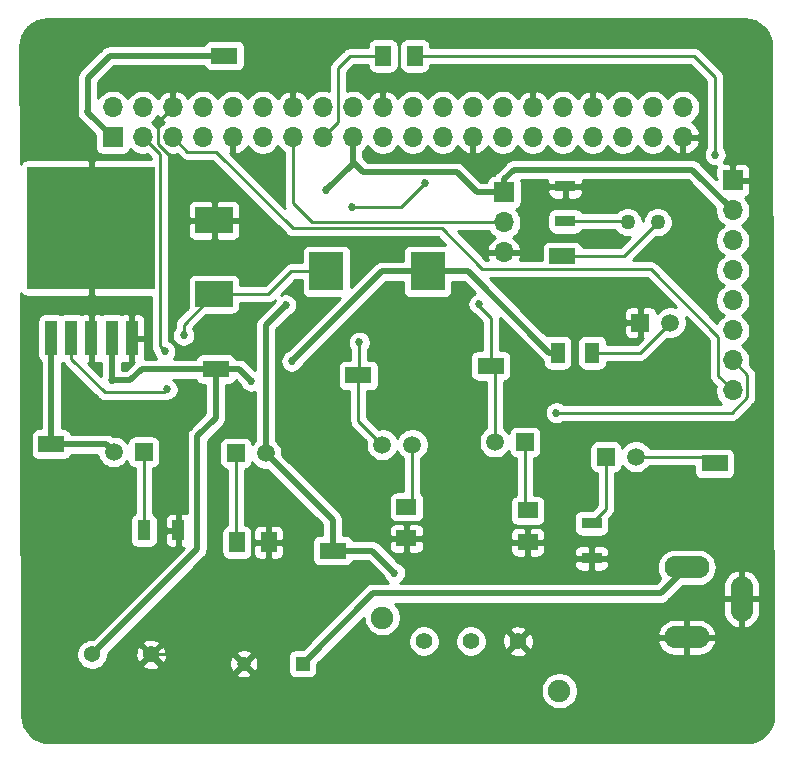
<source format=gtl>
G04 #@! TF.GenerationSoftware,KiCad,Pcbnew,(5.1.10-1-10_14)*
G04 #@! TF.CreationDate,2021-11-25T21:30:16-05:00*
G04 #@! TF.ProjectId,tool_circuit,746f6f6c-5f63-4697-9263-7569742e6b69,1.0*
G04 #@! TF.SameCoordinates,Original*
G04 #@! TF.FileFunction,Copper,L1,Top*
G04 #@! TF.FilePolarity,Positive*
%FSLAX46Y46*%
G04 Gerber Fmt 4.6, Leading zero omitted, Abs format (unit mm)*
G04 Created by KiCad (PCBNEW (5.1.10-1-10_14)) date 2021-11-25 21:30:16*
%MOMM*%
%LPD*%
G01*
G04 APERTURE LIST*
G04 #@! TA.AperFunction,ComponentPad*
%ADD10C,1.200000*%
G04 #@! TD*
G04 #@! TA.AperFunction,ComponentPad*
%ADD11R,1.200000X1.200000*%
G04 #@! TD*
G04 #@! TA.AperFunction,ComponentPad*
%ADD12R,1.508000X1.508000*%
G04 #@! TD*
G04 #@! TA.AperFunction,ComponentPad*
%ADD13C,1.508000*%
G04 #@! TD*
G04 #@! TA.AperFunction,SMDPad,CuDef*
%ADD14R,1.050000X1.720000*%
G04 #@! TD*
G04 #@! TA.AperFunction,ComponentPad*
%ADD15C,1.905000*%
G04 #@! TD*
G04 #@! TA.AperFunction,ComponentPad*
%ADD16C,1.397000*%
G04 #@! TD*
G04 #@! TA.AperFunction,SMDPad,CuDef*
%ADD17R,1.066800X3.000000*%
G04 #@! TD*
G04 #@! TA.AperFunction,SMDPad,CuDef*
%ADD18R,10.800000X10.410000*%
G04 #@! TD*
G04 #@! TA.AperFunction,SMDPad,CuDef*
%ADD19R,1.730000X0.970000*%
G04 #@! TD*
G04 #@! TA.AperFunction,SMDPad,CuDef*
%ADD20R,1.230000X1.770000*%
G04 #@! TD*
G04 #@! TA.AperFunction,ComponentPad*
%ADD21R,1.700000X1.700000*%
G04 #@! TD*
G04 #@! TA.AperFunction,ComponentPad*
%ADD22O,1.700000X1.700000*%
G04 #@! TD*
G04 #@! TA.AperFunction,ComponentPad*
%ADD23O,1.900000X3.800000*%
G04 #@! TD*
G04 #@! TA.AperFunction,ComponentPad*
%ADD24O,3.800000X1.900000*%
G04 #@! TD*
G04 #@! TA.AperFunction,SMDPad,CuDef*
%ADD25R,2.200000X1.400000*%
G04 #@! TD*
G04 #@! TA.AperFunction,ComponentPad*
%ADD26C,1.371600*%
G04 #@! TD*
G04 #@! TA.AperFunction,SMDPad,CuDef*
%ADD27R,3.180001X2.180400*%
G04 #@! TD*
G04 #@! TA.AperFunction,SMDPad,CuDef*
%ADD28R,2.921000X3.251200*%
G04 #@! TD*
G04 #@! TA.AperFunction,ComponentPad*
%ADD29C,1.270000*%
G04 #@! TD*
G04 #@! TA.AperFunction,SMDPad,CuDef*
%ADD30R,1.340000X1.720000*%
G04 #@! TD*
G04 #@! TA.AperFunction,SMDPad,CuDef*
%ADD31R,1.720000X1.340000*%
G04 #@! TD*
G04 #@! TA.AperFunction,ViaPad*
%ADD32C,0.685800*%
G04 #@! TD*
G04 #@! TA.AperFunction,Conductor*
%ADD33C,0.254000*%
G04 #@! TD*
G04 #@! TA.AperFunction,Conductor*
%ADD34C,0.508000*%
G04 #@! TD*
G04 #@! TA.AperFunction,Conductor*
%ADD35C,0.153300*%
G04 #@! TD*
G04 APERTURE END LIST*
D10*
X119344800Y-97590600D03*
D11*
X124344800Y-97590600D03*
D12*
X152934400Y-68710800D03*
D13*
X155474400Y-68710800D03*
D14*
X113818400Y-86287600D03*
X110898400Y-86287600D03*
D12*
X110872000Y-79658200D03*
D13*
X108332000Y-79658200D03*
D15*
X146076400Y-99876600D03*
X131090400Y-93679000D03*
D16*
X142571200Y-95685600D03*
X138583400Y-95685600D03*
X134595600Y-95685600D03*
D12*
X150013400Y-80064600D03*
D13*
X152553400Y-80064600D03*
D17*
X109856000Y-70031600D03*
X108154200Y-70031600D03*
X106452400Y-70031600D03*
X104750600Y-70031600D03*
X103048800Y-70031600D03*
D18*
X106452400Y-60700400D03*
D19*
X148794200Y-88663400D03*
X148794200Y-85703400D03*
D20*
X148845000Y-71250800D03*
X145913000Y-71250800D03*
D19*
X146559000Y-57165600D03*
X146559000Y-60125600D03*
D12*
X143155400Y-78820000D03*
D13*
X140615400Y-78820000D03*
X133605000Y-79048600D03*
X131065000Y-79048600D03*
D21*
X141377400Y-57687200D03*
D22*
X141377400Y-60227200D03*
X141377400Y-62767200D03*
D21*
X160757600Y-56671200D03*
D22*
X160757600Y-59211200D03*
X160757600Y-61751200D03*
X160757600Y-64291200D03*
X160757600Y-66831200D03*
X160757600Y-69371200D03*
X160757600Y-71911200D03*
X160757600Y-74451200D03*
D23*
X161496000Y-92105400D03*
D24*
X156846000Y-95355400D03*
X156846000Y-89425400D03*
D25*
X103048800Y-78997800D03*
X116968000Y-72647800D03*
X146305000Y-63097400D03*
X126874000Y-88014800D03*
X117704600Y-46104800D03*
X129058400Y-73181200D03*
X140259800Y-72368400D03*
X159208200Y-80623400D03*
D12*
X118669800Y-79759800D03*
D13*
X121209800Y-79759800D03*
D22*
X156515800Y-50473600D03*
X156515800Y-53013600D03*
X153975800Y-50473600D03*
X153975800Y-53013600D03*
X151435800Y-50473600D03*
X151435800Y-53013600D03*
X148895800Y-50473600D03*
X148895800Y-53013600D03*
X146355800Y-50473600D03*
X146355800Y-53013600D03*
X143815800Y-50473600D03*
X143815800Y-53013600D03*
X141275800Y-50473600D03*
X141275800Y-53013600D03*
X138735800Y-50473600D03*
X138735800Y-53013600D03*
X136195800Y-50473600D03*
X136195800Y-53013600D03*
X133655800Y-50473600D03*
X133655800Y-53013600D03*
X131115800Y-50473600D03*
X131115800Y-53013600D03*
X128575800Y-50473600D03*
X128575800Y-53013600D03*
X126035800Y-50473600D03*
X126035800Y-53013600D03*
X123495800Y-50473600D03*
X123495800Y-53013600D03*
X120955800Y-50473600D03*
X120955800Y-53013600D03*
X118415800Y-50473600D03*
X118415800Y-53013600D03*
X115875800Y-50473600D03*
X115875800Y-53013600D03*
X113335800Y-50473600D03*
X113335800Y-53013600D03*
X110795800Y-50473600D03*
X110795800Y-53013600D03*
X108255800Y-50473600D03*
D21*
X108255800Y-53013600D03*
D26*
X106503200Y-96803200D03*
X111503200Y-96803200D03*
D27*
X116841000Y-66300800D03*
X116841000Y-60046400D03*
D28*
X134913100Y-64367400D03*
X126353300Y-64367400D03*
D29*
X151867600Y-60201800D03*
X154407600Y-60201800D03*
D30*
X131147400Y-46130200D03*
X133827400Y-46130200D03*
X118771400Y-87303600D03*
X121451400Y-87303600D03*
D31*
X133122400Y-84306400D03*
X133122400Y-86986400D03*
X143384000Y-87291200D03*
X143384000Y-84611200D03*
D32*
X110211600Y-67136000D03*
X108611400Y-67161400D03*
X107341400Y-67186800D03*
X105842800Y-67186800D03*
X104141000Y-67161400D03*
X122911600Y-67212200D03*
X126340600Y-57484000D03*
X132106400Y-89894400D03*
X108179600Y-73587600D03*
X119965200Y-73663800D03*
X123419600Y-71962000D03*
X134671800Y-56899800D03*
X128550400Y-58931800D03*
X129134600Y-70361800D03*
X139269200Y-67136000D03*
X145797000Y-76330800D03*
X112675400Y-71149200D03*
X112853200Y-74349600D03*
X114250200Y-69777600D03*
X159259000Y-54512200D03*
D33*
X118557400Y-96803200D02*
X119344800Y-97590600D01*
X111503200Y-96803200D02*
X118557400Y-96803200D01*
X112104799Y-53604165D02*
X116841000Y-58340366D01*
X116841000Y-58340366D02*
X116841000Y-60046400D01*
X112104799Y-51704601D02*
X112104799Y-53604165D01*
X113335800Y-50473600D02*
X112104799Y-51704601D01*
D34*
X126874000Y-85424000D02*
X121209800Y-79759800D01*
X126874000Y-88014800D02*
X126874000Y-85424000D01*
X121209800Y-68914000D02*
X122911600Y-67212200D01*
X121209800Y-79759800D02*
X121209800Y-68914000D01*
X141377400Y-56583200D02*
X142203800Y-55756800D01*
X141377400Y-57687200D02*
X141377400Y-56583200D01*
X157303200Y-55756800D02*
X160757600Y-59211200D01*
X142203800Y-55756800D02*
X157303200Y-55756800D01*
X108255800Y-53013600D02*
X106096800Y-50854600D01*
X106096800Y-50810718D02*
X106122200Y-50785318D01*
X106096800Y-50854600D02*
X106096800Y-50810718D01*
X106122200Y-50785318D02*
X106122200Y-47984400D01*
X108001800Y-46104800D02*
X117704600Y-46104800D01*
X106122200Y-47984400D02*
X108001800Y-46104800D01*
X139091400Y-57687200D02*
X141377400Y-57687200D01*
X129460226Y-55960000D02*
X137364200Y-55960000D01*
X137364200Y-55960000D02*
X139091400Y-57687200D01*
X128575800Y-55075574D02*
X129460226Y-55960000D01*
X128575800Y-53013600D02*
X128575800Y-55075574D01*
X128575800Y-55248800D02*
X126340600Y-57484000D01*
X128575800Y-53013600D02*
X128575800Y-55248800D01*
X130226800Y-88014800D02*
X126874000Y-88014800D01*
X132106400Y-89894400D02*
X130226800Y-88014800D01*
X115393200Y-87913200D02*
X106503200Y-96803200D01*
X115393200Y-78337400D02*
X115393200Y-87913200D01*
X116968000Y-76762600D02*
X115393200Y-78337400D01*
X116968000Y-72647800D02*
X116968000Y-76762600D01*
X108154200Y-71049002D02*
X108154200Y-70031600D01*
X108154200Y-73562200D02*
X108179600Y-73587600D01*
X108154200Y-70031600D02*
X108154200Y-73562200D01*
X108179600Y-73587600D02*
X109754400Y-73587600D01*
X110694200Y-72647800D02*
X116968000Y-72647800D01*
X109754400Y-73587600D02*
X110694200Y-72647800D01*
X118949200Y-72647800D02*
X119965200Y-73663800D01*
X116968000Y-72647800D02*
X118949200Y-72647800D01*
X134849600Y-64367400D02*
X134913100Y-64367400D01*
X145217374Y-71250800D02*
X145913000Y-71250800D01*
X138333974Y-64367400D02*
X145217374Y-71250800D01*
X134913100Y-64367400D02*
X138333974Y-64367400D01*
X131014200Y-64367400D02*
X134913100Y-64367400D01*
X123419600Y-71962000D02*
X131014200Y-64367400D01*
X103048800Y-70031600D02*
X103048800Y-78997800D01*
X107671600Y-78997800D02*
X108332000Y-79658200D01*
X103048800Y-78997800D02*
X107671600Y-78997800D01*
X156846000Y-89425400D02*
X154649800Y-91621600D01*
X130313800Y-91621600D02*
X124344800Y-97590600D01*
X154649800Y-91621600D02*
X130313800Y-91621600D01*
D33*
X132639800Y-58931800D02*
X128550400Y-58931800D01*
X134671800Y-56899800D02*
X132639800Y-58931800D01*
X129134600Y-73105000D02*
X129058400Y-73181200D01*
X129134600Y-70361800D02*
X129134600Y-73105000D01*
X129058400Y-77042000D02*
X131065000Y-79048600D01*
X129058400Y-73181200D02*
X129058400Y-77042000D01*
X158649400Y-80064600D02*
X159208200Y-80623400D01*
X152553400Y-80064600D02*
X158649400Y-80064600D01*
X151791400Y-60125600D02*
X151867600Y-60201800D01*
X146559000Y-60125600D02*
X151791400Y-60125600D01*
X140615400Y-72724000D02*
X140259800Y-72368400D01*
X140615400Y-78820000D02*
X140615400Y-72724000D01*
X140259800Y-72368400D02*
X140259800Y-68329800D01*
X139269200Y-67339200D02*
X139269200Y-67136000D01*
X140259800Y-68329800D02*
X139269200Y-67339200D01*
X118669800Y-87202000D02*
X118771400Y-87303600D01*
X118669800Y-79759800D02*
X118669800Y-87202000D01*
X150013400Y-84484200D02*
X148794200Y-85703400D01*
X150013400Y-80064600D02*
X150013400Y-84484200D01*
X133605000Y-83823800D02*
X133122400Y-84306400D01*
X133605000Y-79048600D02*
X133605000Y-83823800D01*
X143155400Y-84382600D02*
X143384000Y-84611200D01*
X143155400Y-78820000D02*
X143155400Y-84382600D01*
X152934400Y-71250800D02*
X155474400Y-68710800D01*
X148845000Y-71250800D02*
X152934400Y-71250800D01*
X110872000Y-86261200D02*
X110898400Y-86287600D01*
X110872000Y-79658200D02*
X110872000Y-86261200D01*
X161988601Y-75042081D02*
X161988601Y-73142201D01*
X160699882Y-76330800D02*
X161988601Y-75042081D01*
X161988601Y-73142201D02*
X160757600Y-71911200D01*
X145797000Y-76330800D02*
X160699882Y-76330800D01*
X112233401Y-70707201D02*
X112675400Y-71149200D01*
X112233401Y-54451201D02*
X112233401Y-70707201D01*
X110795800Y-53013600D02*
X112233401Y-54451201D01*
X123495800Y-53013600D02*
X123495800Y-58601600D01*
X125121400Y-60227200D02*
X141377400Y-60227200D01*
X123495800Y-58601600D02*
X125121400Y-60227200D01*
X116999004Y-54244601D02*
X114566801Y-54244601D01*
X123489613Y-60735210D02*
X116999004Y-54244601D01*
X136115844Y-60735210D02*
X123489613Y-60735210D01*
X139559035Y-64178401D02*
X136115844Y-60735210D01*
X114566801Y-54244601D02*
X113335800Y-53013600D01*
X153815603Y-64178401D02*
X139559035Y-64178401D01*
X159526599Y-69889397D02*
X153815603Y-64178401D01*
X159526599Y-73220199D02*
X159526599Y-69889397D01*
X160757600Y-74451200D02*
X159526599Y-73220199D01*
X104750600Y-71785600D02*
X107568600Y-74603600D01*
X104750600Y-70031600D02*
X104750600Y-71785600D01*
X112599200Y-74603600D02*
X112853200Y-74349600D01*
X107568600Y-74603600D02*
X112599200Y-74603600D01*
X114250200Y-68891600D02*
X116841000Y-66300800D01*
X114250200Y-69777600D02*
X114250200Y-68891600D01*
X126353300Y-64367400D02*
X123368800Y-64367400D01*
X121435400Y-66300800D02*
X116841000Y-66300800D01*
X123368800Y-64367400D02*
X121435400Y-66300800D01*
X127344799Y-51704601D02*
X127344799Y-47158001D01*
X126035800Y-53013600D02*
X127344799Y-51704601D01*
X128372600Y-46130200D02*
X131147400Y-46130200D01*
X127344799Y-47158001D02*
X128372600Y-46130200D01*
X133827400Y-46130200D02*
X157481000Y-46130200D01*
X159259000Y-47908200D02*
X159259000Y-54512200D01*
X157481000Y-46130200D02*
X159259000Y-47908200D01*
X151512000Y-63097400D02*
X146305000Y-63097400D01*
X154407600Y-60201800D02*
X151512000Y-63097400D01*
X162171734Y-43073453D02*
X162598955Y-43202438D01*
X162992984Y-43411946D01*
X163338814Y-43693999D01*
X163623273Y-44037851D01*
X163835529Y-44430410D01*
X163967492Y-44856713D01*
X164017644Y-45333887D01*
X164169907Y-101921726D01*
X164123048Y-102399633D01*
X163994063Y-102826853D01*
X163784554Y-103220884D01*
X163502501Y-103566714D01*
X163158651Y-103851172D01*
X162766093Y-104063427D01*
X162339788Y-104195391D01*
X161863036Y-104245500D01*
X102914721Y-104245500D01*
X102435867Y-104198548D01*
X102008647Y-104069563D01*
X101614616Y-103860054D01*
X101268786Y-103578001D01*
X100984328Y-103234151D01*
X100772073Y-102841593D01*
X100640109Y-102415288D01*
X100589956Y-101938113D01*
X100583989Y-99720245D01*
X144488900Y-99720245D01*
X144488900Y-100032955D01*
X144549907Y-100339657D01*
X144669576Y-100628563D01*
X144843308Y-100888572D01*
X145064428Y-101109692D01*
X145324437Y-101283424D01*
X145613343Y-101403093D01*
X145920045Y-101464100D01*
X146232755Y-101464100D01*
X146539457Y-101403093D01*
X146828363Y-101283424D01*
X147088372Y-101109692D01*
X147309492Y-100888572D01*
X147483224Y-100628563D01*
X147602893Y-100339657D01*
X147663900Y-100032955D01*
X147663900Y-99720245D01*
X147602893Y-99413543D01*
X147483224Y-99124637D01*
X147309492Y-98864628D01*
X147088372Y-98643508D01*
X146828363Y-98469776D01*
X146539457Y-98350107D01*
X146232755Y-98289100D01*
X145920045Y-98289100D01*
X145613343Y-98350107D01*
X145324437Y-98469776D01*
X145064428Y-98643508D01*
X144843308Y-98864628D01*
X144669576Y-99124637D01*
X144549907Y-99413543D01*
X144488900Y-99720245D01*
X100583989Y-99720245D01*
X100580545Y-98440364D01*
X118674641Y-98440364D01*
X118721948Y-98663948D01*
X118943316Y-98764837D01*
X119180113Y-98820600D01*
X119423238Y-98829095D01*
X119663349Y-98789995D01*
X119891218Y-98704802D01*
X119967652Y-98663948D01*
X120014959Y-98440364D01*
X119344800Y-97770205D01*
X118674641Y-98440364D01*
X100580545Y-98440364D01*
X100526347Y-78297800D01*
X101310728Y-78297800D01*
X101310728Y-79697800D01*
X101322988Y-79822282D01*
X101359298Y-79941980D01*
X101418263Y-80052294D01*
X101497615Y-80148985D01*
X101594306Y-80228337D01*
X101704620Y-80287302D01*
X101824318Y-80323612D01*
X101948800Y-80335872D01*
X104148800Y-80335872D01*
X104273282Y-80323612D01*
X104392980Y-80287302D01*
X104503294Y-80228337D01*
X104599985Y-80148985D01*
X104679337Y-80052294D01*
X104738302Y-79941980D01*
X104755041Y-79886800D01*
X106961259Y-79886800D01*
X106996378Y-80063356D01*
X107101084Y-80316138D01*
X107253093Y-80543636D01*
X107446564Y-80737107D01*
X107674062Y-80889116D01*
X107926844Y-80993822D01*
X108195195Y-81047200D01*
X108468805Y-81047200D01*
X108737156Y-80993822D01*
X108989938Y-80889116D01*
X109217436Y-80737107D01*
X109410907Y-80543636D01*
X109482343Y-80436724D01*
X109492188Y-80536682D01*
X109528498Y-80656380D01*
X109587463Y-80766694D01*
X109666815Y-80863385D01*
X109763506Y-80942737D01*
X109873820Y-81001702D01*
X109993518Y-81038012D01*
X110110000Y-81049484D01*
X110110001Y-84848371D01*
X110018906Y-84897063D01*
X109922215Y-84976415D01*
X109842863Y-85073106D01*
X109783898Y-85183420D01*
X109747588Y-85303118D01*
X109735328Y-85427600D01*
X109735328Y-87147600D01*
X109747588Y-87272082D01*
X109783898Y-87391780D01*
X109842863Y-87502094D01*
X109922215Y-87598785D01*
X110018906Y-87678137D01*
X110129220Y-87737102D01*
X110248918Y-87773412D01*
X110373400Y-87785672D01*
X111423400Y-87785672D01*
X111547882Y-87773412D01*
X111667580Y-87737102D01*
X111777894Y-87678137D01*
X111874585Y-87598785D01*
X111953937Y-87502094D01*
X112012902Y-87391780D01*
X112049212Y-87272082D01*
X112061472Y-87147600D01*
X112655328Y-87147600D01*
X112667588Y-87272082D01*
X112703898Y-87391780D01*
X112762863Y-87502094D01*
X112842215Y-87598785D01*
X112938906Y-87678137D01*
X113049220Y-87737102D01*
X113168918Y-87773412D01*
X113293400Y-87785672D01*
X113532650Y-87782600D01*
X113691400Y-87623850D01*
X113691400Y-86414600D01*
X112817150Y-86414600D01*
X112658400Y-86573350D01*
X112655328Y-87147600D01*
X112061472Y-87147600D01*
X112061472Y-85427600D01*
X112655328Y-85427600D01*
X112658400Y-86001850D01*
X112817150Y-86160600D01*
X113691400Y-86160600D01*
X113691400Y-84951350D01*
X113532650Y-84792600D01*
X113293400Y-84789528D01*
X113168918Y-84801788D01*
X113049220Y-84838098D01*
X112938906Y-84897063D01*
X112842215Y-84976415D01*
X112762863Y-85073106D01*
X112703898Y-85183420D01*
X112667588Y-85303118D01*
X112655328Y-85427600D01*
X112061472Y-85427600D01*
X112049212Y-85303118D01*
X112012902Y-85183420D01*
X111953937Y-85073106D01*
X111874585Y-84976415D01*
X111777894Y-84897063D01*
X111667580Y-84838098D01*
X111634000Y-84827912D01*
X111634000Y-81049484D01*
X111750482Y-81038012D01*
X111870180Y-81001702D01*
X111980494Y-80942737D01*
X112077185Y-80863385D01*
X112156537Y-80766694D01*
X112215502Y-80656380D01*
X112251812Y-80536682D01*
X112264072Y-80412200D01*
X112264072Y-78904200D01*
X112251812Y-78779718D01*
X112215502Y-78660020D01*
X112156537Y-78549706D01*
X112077185Y-78453015D01*
X111980494Y-78373663D01*
X111870180Y-78314698D01*
X111750482Y-78278388D01*
X111626000Y-78266128D01*
X110118000Y-78266128D01*
X109993518Y-78278388D01*
X109873820Y-78314698D01*
X109763506Y-78373663D01*
X109666815Y-78453015D01*
X109587463Y-78549706D01*
X109528498Y-78660020D01*
X109492188Y-78779718D01*
X109482343Y-78879676D01*
X109410907Y-78772764D01*
X109217436Y-78579293D01*
X108989938Y-78427284D01*
X108737156Y-78322578D01*
X108468805Y-78269200D01*
X108195195Y-78269200D01*
X108187099Y-78270810D01*
X108167891Y-78255047D01*
X108013451Y-78172497D01*
X107845874Y-78121664D01*
X107715267Y-78108800D01*
X107715260Y-78108800D01*
X107671600Y-78104500D01*
X107627940Y-78108800D01*
X104755041Y-78108800D01*
X104738302Y-78053620D01*
X104679337Y-77943306D01*
X104599985Y-77846615D01*
X104503294Y-77767263D01*
X104392980Y-77708298D01*
X104273282Y-77671988D01*
X104148800Y-77659728D01*
X103937800Y-77659728D01*
X103937800Y-72102276D01*
X103973020Y-72121102D01*
X104083884Y-72154732D01*
X104113955Y-72210992D01*
X104143706Y-72247243D01*
X104209179Y-72327022D01*
X104238249Y-72350879D01*
X107003321Y-75115952D01*
X107027178Y-75145022D01*
X107056248Y-75168879D01*
X107143207Y-75240245D01*
X107213964Y-75278065D01*
X107275585Y-75311002D01*
X107419222Y-75354574D01*
X107531174Y-75365600D01*
X107531177Y-75365600D01*
X107568600Y-75369286D01*
X107606023Y-75365600D01*
X112561777Y-75365600D01*
X112599200Y-75369286D01*
X112636623Y-75365600D01*
X112636626Y-75365600D01*
X112748578Y-75354574D01*
X112837829Y-75327500D01*
X112949515Y-75327500D01*
X113138443Y-75289920D01*
X113316410Y-75216204D01*
X113476575Y-75109185D01*
X113612785Y-74972975D01*
X113719804Y-74812810D01*
X113793520Y-74634843D01*
X113831100Y-74445915D01*
X113831100Y-74253285D01*
X113793520Y-74064357D01*
X113719804Y-73886390D01*
X113612785Y-73726225D01*
X113476575Y-73590015D01*
X113396933Y-73536800D01*
X115261759Y-73536800D01*
X115278498Y-73591980D01*
X115337463Y-73702294D01*
X115416815Y-73798985D01*
X115513506Y-73878337D01*
X115623820Y-73937302D01*
X115743518Y-73973612D01*
X115868000Y-73985872D01*
X116079000Y-73985872D01*
X116079001Y-76394363D01*
X114795464Y-77677901D01*
X114761541Y-77705741D01*
X114650447Y-77841110D01*
X114567897Y-77995550D01*
X114546527Y-78066000D01*
X114532392Y-78112598D01*
X114517064Y-78163127D01*
X114504200Y-78293734D01*
X114504200Y-78293740D01*
X114499900Y-78337400D01*
X114504200Y-78381060D01*
X114504201Y-84812805D01*
X114467882Y-84801788D01*
X114343400Y-84789528D01*
X114104150Y-84792600D01*
X113945400Y-84951350D01*
X113945400Y-86160600D01*
X113965400Y-86160600D01*
X113965400Y-86414600D01*
X113945400Y-86414600D01*
X113945400Y-87623850D01*
X114104150Y-87782600D01*
X114264505Y-87784659D01*
X106566765Y-95482400D01*
X106373113Y-95482400D01*
X106117937Y-95533157D01*
X105877566Y-95632722D01*
X105661239Y-95777267D01*
X105477267Y-95961239D01*
X105332722Y-96177566D01*
X105233157Y-96417937D01*
X105182400Y-96673113D01*
X105182400Y-96933287D01*
X105233157Y-97188463D01*
X105332722Y-97428834D01*
X105477267Y-97645161D01*
X105661239Y-97829133D01*
X105877566Y-97973678D01*
X106117937Y-98073243D01*
X106373113Y-98124000D01*
X106633287Y-98124000D01*
X106888463Y-98073243D01*
X107128834Y-97973678D01*
X107345161Y-97829133D01*
X107459973Y-97714321D01*
X110771685Y-97714321D01*
X110829421Y-97946642D01*
X111065442Y-98056119D01*
X111318286Y-98117447D01*
X111578236Y-98128269D01*
X111835303Y-98088170D01*
X112079607Y-97998690D01*
X112176979Y-97946642D01*
X112234715Y-97714321D01*
X112189433Y-97669038D01*
X118106305Y-97669038D01*
X118145405Y-97909149D01*
X118230598Y-98137018D01*
X118271452Y-98213452D01*
X118495036Y-98260759D01*
X119165195Y-97590600D01*
X119524405Y-97590600D01*
X120194564Y-98260759D01*
X120418148Y-98213452D01*
X120519037Y-97992084D01*
X120574800Y-97755287D01*
X120583295Y-97512162D01*
X120544195Y-97272051D01*
X120459002Y-97044182D01*
X120418148Y-96967748D01*
X120194564Y-96920441D01*
X119524405Y-97590600D01*
X119165195Y-97590600D01*
X118495036Y-96920441D01*
X118271452Y-96967748D01*
X118170563Y-97189116D01*
X118114800Y-97425913D01*
X118106305Y-97669038D01*
X112189433Y-97669038D01*
X111503200Y-96982805D01*
X110771685Y-97714321D01*
X107459973Y-97714321D01*
X107529133Y-97645161D01*
X107673678Y-97428834D01*
X107773243Y-97188463D01*
X107824000Y-96933287D01*
X107824000Y-96878236D01*
X110178131Y-96878236D01*
X110218230Y-97135303D01*
X110307710Y-97379607D01*
X110359758Y-97476979D01*
X110592079Y-97534715D01*
X111323595Y-96803200D01*
X111682805Y-96803200D01*
X112414321Y-97534715D01*
X112646642Y-97476979D01*
X112756119Y-97240958D01*
X112817447Y-96988114D01*
X112827741Y-96740836D01*
X118674641Y-96740836D01*
X119344800Y-97410995D01*
X120014959Y-96740836D01*
X119967652Y-96517252D01*
X119746284Y-96416363D01*
X119509487Y-96360600D01*
X119266362Y-96352105D01*
X119026251Y-96391205D01*
X118798382Y-96476398D01*
X118721948Y-96517252D01*
X118674641Y-96740836D01*
X112827741Y-96740836D01*
X112828269Y-96728164D01*
X112788170Y-96471097D01*
X112698690Y-96226793D01*
X112646642Y-96129421D01*
X112414321Y-96071685D01*
X111682805Y-96803200D01*
X111323595Y-96803200D01*
X110592079Y-96071685D01*
X110359758Y-96129421D01*
X110250281Y-96365442D01*
X110188953Y-96618286D01*
X110178131Y-96878236D01*
X107824000Y-96878236D01*
X107824000Y-96739635D01*
X108671556Y-95892079D01*
X110771685Y-95892079D01*
X111503200Y-96623595D01*
X112234715Y-95892079D01*
X112176979Y-95659758D01*
X111940958Y-95550281D01*
X111688114Y-95488953D01*
X111428164Y-95478131D01*
X111171097Y-95518230D01*
X110926793Y-95607710D01*
X110829421Y-95659758D01*
X110771685Y-95892079D01*
X108671556Y-95892079D01*
X115990942Y-88572694D01*
X116024859Y-88544859D01*
X116135953Y-88409491D01*
X116218503Y-88255051D01*
X116263236Y-88107585D01*
X116269336Y-88087475D01*
X116286501Y-87913200D01*
X116282200Y-87869532D01*
X116282200Y-78705635D01*
X117565742Y-77422094D01*
X117599659Y-77394259D01*
X117648280Y-77335015D01*
X117710752Y-77258892D01*
X117710753Y-77258891D01*
X117793303Y-77104451D01*
X117844136Y-76936874D01*
X117857000Y-76806267D01*
X117861301Y-76762600D01*
X117857000Y-76718932D01*
X117857000Y-73985872D01*
X118068000Y-73985872D01*
X118192482Y-73973612D01*
X118312180Y-73937302D01*
X118422494Y-73878337D01*
X118519185Y-73798985D01*
X118598537Y-73702294D01*
X118650063Y-73605898D01*
X119047276Y-74003112D01*
X119098596Y-74127010D01*
X119205615Y-74287175D01*
X119341825Y-74423385D01*
X119501990Y-74530404D01*
X119679957Y-74604120D01*
X119868885Y-74641700D01*
X120061515Y-74641700D01*
X120250443Y-74604120D01*
X120320800Y-74574977D01*
X120320800Y-78684457D01*
X120130893Y-78874364D01*
X120059457Y-78981276D01*
X120049612Y-78881318D01*
X120013302Y-78761620D01*
X119954337Y-78651306D01*
X119874985Y-78554615D01*
X119778294Y-78475263D01*
X119667980Y-78416298D01*
X119548282Y-78379988D01*
X119423800Y-78367728D01*
X117915800Y-78367728D01*
X117791318Y-78379988D01*
X117671620Y-78416298D01*
X117561306Y-78475263D01*
X117464615Y-78554615D01*
X117385263Y-78651306D01*
X117326298Y-78761620D01*
X117289988Y-78881318D01*
X117277728Y-79005800D01*
X117277728Y-80513800D01*
X117289988Y-80638282D01*
X117326298Y-80757980D01*
X117385263Y-80868294D01*
X117464615Y-80964985D01*
X117561306Y-81044337D01*
X117671620Y-81103302D01*
X117791318Y-81139612D01*
X117907800Y-81151084D01*
X117907801Y-85838754D01*
X117857220Y-85854098D01*
X117746906Y-85913063D01*
X117650215Y-85992415D01*
X117570863Y-86089106D01*
X117511898Y-86199420D01*
X117475588Y-86319118D01*
X117463328Y-86443600D01*
X117463328Y-88163600D01*
X117475588Y-88288082D01*
X117511898Y-88407780D01*
X117570863Y-88518094D01*
X117650215Y-88614785D01*
X117746906Y-88694137D01*
X117857220Y-88753102D01*
X117976918Y-88789412D01*
X118101400Y-88801672D01*
X119441400Y-88801672D01*
X119565882Y-88789412D01*
X119685580Y-88753102D01*
X119795894Y-88694137D01*
X119892585Y-88614785D01*
X119971937Y-88518094D01*
X120030902Y-88407780D01*
X120067212Y-88288082D01*
X120079472Y-88163600D01*
X120143328Y-88163600D01*
X120155588Y-88288082D01*
X120191898Y-88407780D01*
X120250863Y-88518094D01*
X120330215Y-88614785D01*
X120426906Y-88694137D01*
X120537220Y-88753102D01*
X120656918Y-88789412D01*
X120781400Y-88801672D01*
X121165650Y-88798600D01*
X121324400Y-88639850D01*
X121324400Y-87430600D01*
X121578400Y-87430600D01*
X121578400Y-88639850D01*
X121737150Y-88798600D01*
X122121400Y-88801672D01*
X122245882Y-88789412D01*
X122365580Y-88753102D01*
X122475894Y-88694137D01*
X122572585Y-88614785D01*
X122651937Y-88518094D01*
X122710902Y-88407780D01*
X122747212Y-88288082D01*
X122759472Y-88163600D01*
X122756400Y-87589350D01*
X122597650Y-87430600D01*
X121578400Y-87430600D01*
X121324400Y-87430600D01*
X120305150Y-87430600D01*
X120146400Y-87589350D01*
X120143328Y-88163600D01*
X120079472Y-88163600D01*
X120079472Y-86443600D01*
X120143328Y-86443600D01*
X120146400Y-87017850D01*
X120305150Y-87176600D01*
X121324400Y-87176600D01*
X121324400Y-85967350D01*
X121578400Y-85967350D01*
X121578400Y-87176600D01*
X122597650Y-87176600D01*
X122756400Y-87017850D01*
X122759472Y-86443600D01*
X122747212Y-86319118D01*
X122710902Y-86199420D01*
X122651937Y-86089106D01*
X122572585Y-85992415D01*
X122475894Y-85913063D01*
X122365580Y-85854098D01*
X122245882Y-85817788D01*
X122121400Y-85805528D01*
X121737150Y-85808600D01*
X121578400Y-85967350D01*
X121324400Y-85967350D01*
X121165650Y-85808600D01*
X120781400Y-85805528D01*
X120656918Y-85817788D01*
X120537220Y-85854098D01*
X120426906Y-85913063D01*
X120330215Y-85992415D01*
X120250863Y-86089106D01*
X120191898Y-86199420D01*
X120155588Y-86319118D01*
X120143328Y-86443600D01*
X120079472Y-86443600D01*
X120067212Y-86319118D01*
X120030902Y-86199420D01*
X119971937Y-86089106D01*
X119892585Y-85992415D01*
X119795894Y-85913063D01*
X119685580Y-85854098D01*
X119565882Y-85817788D01*
X119441400Y-85805528D01*
X119431800Y-85805528D01*
X119431800Y-81151084D01*
X119548282Y-81139612D01*
X119667980Y-81103302D01*
X119778294Y-81044337D01*
X119874985Y-80964985D01*
X119954337Y-80868294D01*
X120013302Y-80757980D01*
X120049612Y-80638282D01*
X120059457Y-80538324D01*
X120130893Y-80645236D01*
X120324364Y-80838707D01*
X120551862Y-80990716D01*
X120804644Y-81095422D01*
X121072995Y-81148800D01*
X121341565Y-81148800D01*
X125985001Y-85792237D01*
X125985001Y-86676728D01*
X125774000Y-86676728D01*
X125649518Y-86688988D01*
X125529820Y-86725298D01*
X125419506Y-86784263D01*
X125322815Y-86863615D01*
X125243463Y-86960306D01*
X125184498Y-87070620D01*
X125148188Y-87190318D01*
X125135928Y-87314800D01*
X125135928Y-88714800D01*
X125148188Y-88839282D01*
X125184498Y-88958980D01*
X125243463Y-89069294D01*
X125322815Y-89165985D01*
X125419506Y-89245337D01*
X125529820Y-89304302D01*
X125649518Y-89340612D01*
X125774000Y-89352872D01*
X127974000Y-89352872D01*
X128098482Y-89340612D01*
X128218180Y-89304302D01*
X128328494Y-89245337D01*
X128425185Y-89165985D01*
X128504537Y-89069294D01*
X128563502Y-88958980D01*
X128580241Y-88903800D01*
X129858565Y-88903800D01*
X131188476Y-90233712D01*
X131239796Y-90357610D01*
X131346815Y-90517775D01*
X131483025Y-90653985D01*
X131600680Y-90732600D01*
X130357460Y-90732600D01*
X130313800Y-90728300D01*
X130270140Y-90732600D01*
X130270133Y-90732600D01*
X130156125Y-90743829D01*
X130139525Y-90745464D01*
X130066558Y-90767598D01*
X129971949Y-90796297D01*
X129817509Y-90878847D01*
X129682141Y-90989941D01*
X129654306Y-91023858D01*
X124325637Y-96352528D01*
X123744800Y-96352528D01*
X123620318Y-96364788D01*
X123500620Y-96401098D01*
X123390306Y-96460063D01*
X123293615Y-96539415D01*
X123214263Y-96636106D01*
X123155298Y-96746420D01*
X123118988Y-96866118D01*
X123106728Y-96990600D01*
X123106728Y-98190600D01*
X123118988Y-98315082D01*
X123155298Y-98434780D01*
X123214263Y-98545094D01*
X123293615Y-98641785D01*
X123390306Y-98721137D01*
X123500620Y-98780102D01*
X123620318Y-98816412D01*
X123744800Y-98828672D01*
X124944800Y-98828672D01*
X125069282Y-98816412D01*
X125188980Y-98780102D01*
X125299294Y-98721137D01*
X125395985Y-98641785D01*
X125475337Y-98545094D01*
X125534302Y-98434780D01*
X125570612Y-98315082D01*
X125582872Y-98190600D01*
X125582872Y-97609763D01*
X127638373Y-95554262D01*
X133262100Y-95554262D01*
X133262100Y-95816938D01*
X133313346Y-96074568D01*
X133413868Y-96317249D01*
X133559803Y-96535657D01*
X133745543Y-96721397D01*
X133963951Y-96867332D01*
X134206632Y-96967854D01*
X134464262Y-97019100D01*
X134726938Y-97019100D01*
X134984568Y-96967854D01*
X135227249Y-96867332D01*
X135445657Y-96721397D01*
X135631397Y-96535657D01*
X135777332Y-96317249D01*
X135877854Y-96074568D01*
X135929100Y-95816938D01*
X135929100Y-95554262D01*
X137249900Y-95554262D01*
X137249900Y-95816938D01*
X137301146Y-96074568D01*
X137401668Y-96317249D01*
X137547603Y-96535657D01*
X137733343Y-96721397D01*
X137951751Y-96867332D01*
X138194432Y-96967854D01*
X138452062Y-97019100D01*
X138714738Y-97019100D01*
X138972368Y-96967854D01*
X139215049Y-96867332D01*
X139433457Y-96721397D01*
X139549057Y-96605797D01*
X141830608Y-96605797D01*
X141889886Y-96839412D01*
X142128075Y-96950159D01*
X142383293Y-97012311D01*
X142645733Y-97023476D01*
X142905307Y-96983229D01*
X143152042Y-96893114D01*
X143252514Y-96839412D01*
X143311792Y-96605797D01*
X142571200Y-95865205D01*
X141830608Y-96605797D01*
X139549057Y-96605797D01*
X139619197Y-96535657D01*
X139765132Y-96317249D01*
X139865654Y-96074568D01*
X139916900Y-95816938D01*
X139916900Y-95760133D01*
X141233324Y-95760133D01*
X141273571Y-96019707D01*
X141363686Y-96266442D01*
X141417388Y-96366914D01*
X141651003Y-96426192D01*
X142391595Y-95685600D01*
X142750805Y-95685600D01*
X143491397Y-96426192D01*
X143725012Y-96366914D01*
X143835759Y-96128725D01*
X143897911Y-95873507D01*
X143904101Y-95727988D01*
X154355414Y-95727988D01*
X154383051Y-95844621D01*
X154507564Y-96130383D01*
X154685434Y-96386362D01*
X154909825Y-96602722D01*
X155172114Y-96771148D01*
X155462222Y-96885168D01*
X155769000Y-96940400D01*
X156719000Y-96940400D01*
X156719000Y-95482400D01*
X156973000Y-95482400D01*
X156973000Y-96940400D01*
X157923000Y-96940400D01*
X158229778Y-96885168D01*
X158519886Y-96771148D01*
X158782175Y-96602722D01*
X159006566Y-96386362D01*
X159184436Y-96130383D01*
X159308949Y-95844621D01*
X159336586Y-95727988D01*
X159216584Y-95482400D01*
X156973000Y-95482400D01*
X156719000Y-95482400D01*
X154475416Y-95482400D01*
X154355414Y-95727988D01*
X143904101Y-95727988D01*
X143909076Y-95611067D01*
X143868829Y-95351493D01*
X143778714Y-95104758D01*
X143725012Y-95004286D01*
X143640383Y-94982812D01*
X154355414Y-94982812D01*
X154475416Y-95228400D01*
X156719000Y-95228400D01*
X156719000Y-93770400D01*
X156973000Y-93770400D01*
X156973000Y-95228400D01*
X159216584Y-95228400D01*
X159336586Y-94982812D01*
X159308949Y-94866179D01*
X159184436Y-94580417D01*
X159006566Y-94324438D01*
X158782175Y-94108078D01*
X158519886Y-93939652D01*
X158229778Y-93825632D01*
X157923000Y-93770400D01*
X156973000Y-93770400D01*
X156719000Y-93770400D01*
X155769000Y-93770400D01*
X155462222Y-93825632D01*
X155172114Y-93939652D01*
X154909825Y-94108078D01*
X154685434Y-94324438D01*
X154507564Y-94580417D01*
X154383051Y-94866179D01*
X154355414Y-94982812D01*
X143640383Y-94982812D01*
X143491397Y-94945008D01*
X142750805Y-95685600D01*
X142391595Y-95685600D01*
X141651003Y-94945008D01*
X141417388Y-95004286D01*
X141306641Y-95242475D01*
X141244489Y-95497693D01*
X141233324Y-95760133D01*
X139916900Y-95760133D01*
X139916900Y-95554262D01*
X139865654Y-95296632D01*
X139765132Y-95053951D01*
X139619197Y-94835543D01*
X139549057Y-94765403D01*
X141830608Y-94765403D01*
X142571200Y-95505995D01*
X143311792Y-94765403D01*
X143252514Y-94531788D01*
X143014325Y-94421041D01*
X142759107Y-94358889D01*
X142496667Y-94347724D01*
X142237093Y-94387971D01*
X141990358Y-94478086D01*
X141889886Y-94531788D01*
X141830608Y-94765403D01*
X139549057Y-94765403D01*
X139433457Y-94649803D01*
X139215049Y-94503868D01*
X138972368Y-94403346D01*
X138714738Y-94352100D01*
X138452062Y-94352100D01*
X138194432Y-94403346D01*
X137951751Y-94503868D01*
X137733343Y-94649803D01*
X137547603Y-94835543D01*
X137401668Y-95053951D01*
X137301146Y-95296632D01*
X137249900Y-95554262D01*
X135929100Y-95554262D01*
X135877854Y-95296632D01*
X135777332Y-95053951D01*
X135631397Y-94835543D01*
X135445657Y-94649803D01*
X135227249Y-94503868D01*
X134984568Y-94403346D01*
X134726938Y-94352100D01*
X134464262Y-94352100D01*
X134206632Y-94403346D01*
X133963951Y-94503868D01*
X133745543Y-94649803D01*
X133559803Y-94835543D01*
X133413868Y-95053951D01*
X133313346Y-95296632D01*
X133262100Y-95554262D01*
X127638373Y-95554262D01*
X129502900Y-93689736D01*
X129502900Y-93835355D01*
X129563907Y-94142057D01*
X129683576Y-94430963D01*
X129857308Y-94690972D01*
X130078428Y-94912092D01*
X130338437Y-95085824D01*
X130627343Y-95205493D01*
X130934045Y-95266500D01*
X131246755Y-95266500D01*
X131553457Y-95205493D01*
X131842363Y-95085824D01*
X132102372Y-94912092D01*
X132323492Y-94690972D01*
X132497224Y-94430963D01*
X132616893Y-94142057D01*
X132677900Y-93835355D01*
X132677900Y-93522645D01*
X132616893Y-93215943D01*
X132497224Y-92927037D01*
X132323492Y-92667028D01*
X132167064Y-92510600D01*
X154606140Y-92510600D01*
X154649800Y-92514900D01*
X154693460Y-92510600D01*
X154693467Y-92510600D01*
X154824074Y-92497736D01*
X154991651Y-92446903D01*
X155146091Y-92364353D01*
X155281459Y-92253259D01*
X155298577Y-92232400D01*
X159911000Y-92232400D01*
X159911000Y-93182400D01*
X159966232Y-93489178D01*
X160080252Y-93779286D01*
X160248678Y-94041575D01*
X160465038Y-94265966D01*
X160721017Y-94443836D01*
X161006779Y-94568349D01*
X161123412Y-94595986D01*
X161369000Y-94475984D01*
X161369000Y-92232400D01*
X161623000Y-92232400D01*
X161623000Y-94475984D01*
X161868588Y-94595986D01*
X161985221Y-94568349D01*
X162270983Y-94443836D01*
X162526962Y-94265966D01*
X162743322Y-94041575D01*
X162911748Y-93779286D01*
X163025768Y-93489178D01*
X163081000Y-93182400D01*
X163081000Y-92232400D01*
X161623000Y-92232400D01*
X161369000Y-92232400D01*
X159911000Y-92232400D01*
X155298577Y-92232400D01*
X155309299Y-92219336D01*
X156500235Y-91028400D01*
X159911000Y-91028400D01*
X159911000Y-91978400D01*
X161369000Y-91978400D01*
X161369000Y-89734816D01*
X161623000Y-89734816D01*
X161623000Y-91978400D01*
X163081000Y-91978400D01*
X163081000Y-91028400D01*
X163025768Y-90721622D01*
X162911748Y-90431514D01*
X162743322Y-90169225D01*
X162526962Y-89944834D01*
X162270983Y-89766964D01*
X161985221Y-89642451D01*
X161868588Y-89614814D01*
X161623000Y-89734816D01*
X161369000Y-89734816D01*
X161123412Y-89614814D01*
X161006779Y-89642451D01*
X160721017Y-89766964D01*
X160465038Y-89944834D01*
X160248678Y-90169225D01*
X160080252Y-90431514D01*
X159966232Y-90721622D01*
X159911000Y-91028400D01*
X156500235Y-91028400D01*
X156518236Y-91010400D01*
X157873864Y-91010400D01*
X158106714Y-90987466D01*
X158405488Y-90896834D01*
X158680839Y-90749656D01*
X158922187Y-90551587D01*
X159120256Y-90310239D01*
X159267434Y-90034888D01*
X159358066Y-89736114D01*
X159388669Y-89425400D01*
X159358066Y-89114686D01*
X159267434Y-88815912D01*
X159120256Y-88540561D01*
X158922187Y-88299213D01*
X158680839Y-88101144D01*
X158405488Y-87953966D01*
X158106714Y-87863334D01*
X157873864Y-87840400D01*
X155818136Y-87840400D01*
X155585286Y-87863334D01*
X155286512Y-87953966D01*
X155011161Y-88101144D01*
X154769813Y-88299213D01*
X154571744Y-88540561D01*
X154424566Y-88815912D01*
X154333934Y-89114686D01*
X154303331Y-89425400D01*
X154333934Y-89736114D01*
X154424566Y-90034888D01*
X154571744Y-90310239D01*
X154631325Y-90382839D01*
X154281565Y-90732600D01*
X132612120Y-90732600D01*
X132729775Y-90653985D01*
X132865985Y-90517775D01*
X132973004Y-90357610D01*
X133046720Y-90179643D01*
X133084300Y-89990715D01*
X133084300Y-89798085D01*
X133046720Y-89609157D01*
X132973004Y-89431190D01*
X132865985Y-89271025D01*
X132743360Y-89148400D01*
X147291128Y-89148400D01*
X147303388Y-89272882D01*
X147339698Y-89392580D01*
X147398663Y-89502894D01*
X147478015Y-89599585D01*
X147574706Y-89678937D01*
X147685020Y-89737902D01*
X147804718Y-89774212D01*
X147929200Y-89786472D01*
X148508450Y-89783400D01*
X148667200Y-89624650D01*
X148667200Y-88790400D01*
X148921200Y-88790400D01*
X148921200Y-89624650D01*
X149079950Y-89783400D01*
X149659200Y-89786472D01*
X149783682Y-89774212D01*
X149903380Y-89737902D01*
X150013694Y-89678937D01*
X150110385Y-89599585D01*
X150189737Y-89502894D01*
X150248702Y-89392580D01*
X150285012Y-89272882D01*
X150297272Y-89148400D01*
X150294200Y-88949150D01*
X150135450Y-88790400D01*
X148921200Y-88790400D01*
X148667200Y-88790400D01*
X147452950Y-88790400D01*
X147294200Y-88949150D01*
X147291128Y-89148400D01*
X132743360Y-89148400D01*
X132729775Y-89134815D01*
X132569610Y-89027796D01*
X132445712Y-88976476D01*
X131125636Y-87656400D01*
X131624328Y-87656400D01*
X131636588Y-87780882D01*
X131672898Y-87900580D01*
X131731863Y-88010894D01*
X131811215Y-88107585D01*
X131907906Y-88186937D01*
X132018220Y-88245902D01*
X132137918Y-88282212D01*
X132262400Y-88294472D01*
X132836650Y-88291400D01*
X132995400Y-88132650D01*
X132995400Y-87113400D01*
X133249400Y-87113400D01*
X133249400Y-88132650D01*
X133408150Y-88291400D01*
X133982400Y-88294472D01*
X134106882Y-88282212D01*
X134226580Y-88245902D01*
X134336894Y-88186937D01*
X134433585Y-88107585D01*
X134512937Y-88010894D01*
X134539499Y-87961200D01*
X141885928Y-87961200D01*
X141898188Y-88085682D01*
X141934498Y-88205380D01*
X141993463Y-88315694D01*
X142072815Y-88412385D01*
X142169506Y-88491737D01*
X142279820Y-88550702D01*
X142399518Y-88587012D01*
X142524000Y-88599272D01*
X143098250Y-88596200D01*
X143257000Y-88437450D01*
X143257000Y-87418200D01*
X143511000Y-87418200D01*
X143511000Y-88437450D01*
X143669750Y-88596200D01*
X144244000Y-88599272D01*
X144368482Y-88587012D01*
X144488180Y-88550702D01*
X144598494Y-88491737D01*
X144695185Y-88412385D01*
X144774537Y-88315694D01*
X144833502Y-88205380D01*
X144841686Y-88178400D01*
X147291128Y-88178400D01*
X147294200Y-88377650D01*
X147452950Y-88536400D01*
X148667200Y-88536400D01*
X148667200Y-87702150D01*
X148921200Y-87702150D01*
X148921200Y-88536400D01*
X150135450Y-88536400D01*
X150294200Y-88377650D01*
X150297272Y-88178400D01*
X150285012Y-88053918D01*
X150248702Y-87934220D01*
X150189737Y-87823906D01*
X150110385Y-87727215D01*
X150013694Y-87647863D01*
X149903380Y-87588898D01*
X149783682Y-87552588D01*
X149659200Y-87540328D01*
X149079950Y-87543400D01*
X148921200Y-87702150D01*
X148667200Y-87702150D01*
X148508450Y-87543400D01*
X147929200Y-87540328D01*
X147804718Y-87552588D01*
X147685020Y-87588898D01*
X147574706Y-87647863D01*
X147478015Y-87727215D01*
X147398663Y-87823906D01*
X147339698Y-87934220D01*
X147303388Y-88053918D01*
X147291128Y-88178400D01*
X144841686Y-88178400D01*
X144869812Y-88085682D01*
X144882072Y-87961200D01*
X144879000Y-87576950D01*
X144720250Y-87418200D01*
X143511000Y-87418200D01*
X143257000Y-87418200D01*
X142047750Y-87418200D01*
X141889000Y-87576950D01*
X141885928Y-87961200D01*
X134539499Y-87961200D01*
X134571902Y-87900580D01*
X134608212Y-87780882D01*
X134620472Y-87656400D01*
X134617400Y-87272150D01*
X134458650Y-87113400D01*
X133249400Y-87113400D01*
X132995400Y-87113400D01*
X131786150Y-87113400D01*
X131627400Y-87272150D01*
X131624328Y-87656400D01*
X131125636Y-87656400D01*
X130886299Y-87417064D01*
X130858459Y-87383141D01*
X130723091Y-87272047D01*
X130568651Y-87189497D01*
X130401074Y-87138664D01*
X130270467Y-87125800D01*
X130270460Y-87125800D01*
X130226800Y-87121500D01*
X130183140Y-87125800D01*
X128580241Y-87125800D01*
X128563502Y-87070620D01*
X128504537Y-86960306D01*
X128425185Y-86863615D01*
X128328494Y-86784263D01*
X128218180Y-86725298D01*
X128098482Y-86688988D01*
X127974000Y-86676728D01*
X127763000Y-86676728D01*
X127763000Y-86316400D01*
X131624328Y-86316400D01*
X131627400Y-86700650D01*
X131786150Y-86859400D01*
X132995400Y-86859400D01*
X132995400Y-85840150D01*
X133249400Y-85840150D01*
X133249400Y-86859400D01*
X134458650Y-86859400D01*
X134617400Y-86700650D01*
X134618035Y-86621200D01*
X141885928Y-86621200D01*
X141889000Y-87005450D01*
X142047750Y-87164200D01*
X143257000Y-87164200D01*
X143257000Y-86144950D01*
X143511000Y-86144950D01*
X143511000Y-87164200D01*
X144720250Y-87164200D01*
X144879000Y-87005450D01*
X144882072Y-86621200D01*
X144869812Y-86496718D01*
X144833502Y-86377020D01*
X144774537Y-86266706D01*
X144695185Y-86170015D01*
X144598494Y-86090663D01*
X144488180Y-86031698D01*
X144368482Y-85995388D01*
X144244000Y-85983128D01*
X143669750Y-85986200D01*
X143511000Y-86144950D01*
X143257000Y-86144950D01*
X143098250Y-85986200D01*
X142524000Y-85983128D01*
X142399518Y-85995388D01*
X142279820Y-86031698D01*
X142169506Y-86090663D01*
X142072815Y-86170015D01*
X141993463Y-86266706D01*
X141934498Y-86377020D01*
X141898188Y-86496718D01*
X141885928Y-86621200D01*
X134618035Y-86621200D01*
X134620472Y-86316400D01*
X134608212Y-86191918D01*
X134571902Y-86072220D01*
X134512937Y-85961906D01*
X134433585Y-85865215D01*
X134336894Y-85785863D01*
X134226580Y-85726898D01*
X134106882Y-85690588D01*
X133982400Y-85678328D01*
X133408150Y-85681400D01*
X133249400Y-85840150D01*
X132995400Y-85840150D01*
X132836650Y-85681400D01*
X132262400Y-85678328D01*
X132137918Y-85690588D01*
X132018220Y-85726898D01*
X131907906Y-85785863D01*
X131811215Y-85865215D01*
X131731863Y-85961906D01*
X131672898Y-86072220D01*
X131636588Y-86191918D01*
X131624328Y-86316400D01*
X127763000Y-86316400D01*
X127763000Y-85467659D01*
X127767300Y-85423999D01*
X127763000Y-85380339D01*
X127763000Y-85380333D01*
X127750136Y-85249726D01*
X127750136Y-85249724D01*
X127699302Y-85082147D01*
X127674952Y-85036592D01*
X127616753Y-84927709D01*
X127505659Y-84792341D01*
X127471742Y-84764506D01*
X122598800Y-79891565D01*
X122598800Y-79622995D01*
X122545422Y-79354644D01*
X122440716Y-79101862D01*
X122288707Y-78874364D01*
X122098800Y-78684457D01*
X122098800Y-69282235D01*
X123250912Y-68130124D01*
X123374810Y-68078804D01*
X123534975Y-67971785D01*
X123671185Y-67835575D01*
X123778204Y-67675410D01*
X123851920Y-67497443D01*
X123889500Y-67308515D01*
X123889500Y-67115885D01*
X123851920Y-66926957D01*
X123778204Y-66748990D01*
X123671185Y-66588825D01*
X123534975Y-66452615D01*
X123374810Y-66345596D01*
X123196843Y-66271880D01*
X123007915Y-66234300D01*
X122815285Y-66234300D01*
X122626357Y-66271880D01*
X122482266Y-66331564D01*
X123684430Y-65129400D01*
X124254728Y-65129400D01*
X124254728Y-65993000D01*
X124266988Y-66117482D01*
X124303298Y-66237180D01*
X124362263Y-66347494D01*
X124441615Y-66444185D01*
X124538306Y-66523537D01*
X124648620Y-66582502D01*
X124768318Y-66618812D01*
X124892800Y-66631072D01*
X127493293Y-66631072D01*
X123080290Y-71044075D01*
X122956390Y-71095396D01*
X122796225Y-71202415D01*
X122660015Y-71338625D01*
X122552996Y-71498790D01*
X122479280Y-71676757D01*
X122441700Y-71865685D01*
X122441700Y-72058315D01*
X122479280Y-72247243D01*
X122552996Y-72425210D01*
X122660015Y-72585375D01*
X122796225Y-72721585D01*
X122956390Y-72828604D01*
X123134357Y-72902320D01*
X123323285Y-72939900D01*
X123515915Y-72939900D01*
X123704843Y-72902320D01*
X123882810Y-72828604D01*
X124042975Y-72721585D01*
X124179185Y-72585375D01*
X124248792Y-72481200D01*
X127320328Y-72481200D01*
X127320328Y-73881200D01*
X127332588Y-74005682D01*
X127368898Y-74125380D01*
X127427863Y-74235694D01*
X127507215Y-74332385D01*
X127603906Y-74411737D01*
X127714220Y-74470702D01*
X127833918Y-74507012D01*
X127958400Y-74519272D01*
X128296400Y-74519272D01*
X128296401Y-77004567D01*
X128292714Y-77042000D01*
X128307427Y-77191378D01*
X128350999Y-77335015D01*
X128421755Y-77467392D01*
X128458444Y-77512097D01*
X128516979Y-77583422D01*
X128546049Y-77607279D01*
X129704962Y-78766193D01*
X129676000Y-78911795D01*
X129676000Y-79185405D01*
X129729378Y-79453756D01*
X129834084Y-79706538D01*
X129986093Y-79934036D01*
X130179564Y-80127507D01*
X130407062Y-80279516D01*
X130659844Y-80384222D01*
X130928195Y-80437600D01*
X131201805Y-80437600D01*
X131470156Y-80384222D01*
X131722938Y-80279516D01*
X131950436Y-80127507D01*
X132143907Y-79934036D01*
X132295916Y-79706538D01*
X132335000Y-79612181D01*
X132374084Y-79706538D01*
X132526093Y-79934036D01*
X132719564Y-80127507D01*
X132843000Y-80209984D01*
X132843001Y-82998328D01*
X132262400Y-82998328D01*
X132137918Y-83010588D01*
X132018220Y-83046898D01*
X131907906Y-83105863D01*
X131811215Y-83185215D01*
X131731863Y-83281906D01*
X131672898Y-83392220D01*
X131636588Y-83511918D01*
X131624328Y-83636400D01*
X131624328Y-84976400D01*
X131636588Y-85100882D01*
X131672898Y-85220580D01*
X131731863Y-85330894D01*
X131811215Y-85427585D01*
X131907906Y-85506937D01*
X132018220Y-85565902D01*
X132137918Y-85602212D01*
X132262400Y-85614472D01*
X133982400Y-85614472D01*
X134106882Y-85602212D01*
X134226580Y-85565902D01*
X134336894Y-85506937D01*
X134433585Y-85427585D01*
X134512937Y-85330894D01*
X134571902Y-85220580D01*
X134608212Y-85100882D01*
X134620472Y-84976400D01*
X134620472Y-83636400D01*
X134608212Y-83511918D01*
X134571902Y-83392220D01*
X134512937Y-83281906D01*
X134433585Y-83185215D01*
X134367000Y-83130570D01*
X134367000Y-80209984D01*
X134490436Y-80127507D01*
X134683907Y-79934036D01*
X134835916Y-79706538D01*
X134940622Y-79453756D01*
X134994000Y-79185405D01*
X134994000Y-78911795D01*
X134940622Y-78643444D01*
X134835916Y-78390662D01*
X134683907Y-78163164D01*
X134490436Y-77969693D01*
X134262938Y-77817684D01*
X134010156Y-77712978D01*
X133741805Y-77659600D01*
X133468195Y-77659600D01*
X133199844Y-77712978D01*
X132947062Y-77817684D01*
X132719564Y-77969693D01*
X132526093Y-78163164D01*
X132374084Y-78390662D01*
X132335000Y-78485019D01*
X132295916Y-78390662D01*
X132143907Y-78163164D01*
X131950436Y-77969693D01*
X131722938Y-77817684D01*
X131470156Y-77712978D01*
X131201805Y-77659600D01*
X130928195Y-77659600D01*
X130782593Y-77688562D01*
X129820400Y-76726370D01*
X129820400Y-74519272D01*
X130158400Y-74519272D01*
X130282882Y-74507012D01*
X130402580Y-74470702D01*
X130512894Y-74411737D01*
X130609585Y-74332385D01*
X130688937Y-74235694D01*
X130747902Y-74125380D01*
X130784212Y-74005682D01*
X130796472Y-73881200D01*
X130796472Y-72481200D01*
X130784212Y-72356718D01*
X130747902Y-72237020D01*
X130688937Y-72126706D01*
X130609585Y-72030015D01*
X130512894Y-71950663D01*
X130402580Y-71891698D01*
X130282882Y-71855388D01*
X130158400Y-71843128D01*
X129896600Y-71843128D01*
X129896600Y-70981561D01*
X130001204Y-70825010D01*
X130074920Y-70647043D01*
X130112500Y-70458115D01*
X130112500Y-70265485D01*
X130074920Y-70076557D01*
X130001204Y-69898590D01*
X129894185Y-69738425D01*
X129757975Y-69602215D01*
X129597810Y-69495196D01*
X129419843Y-69421480D01*
X129230915Y-69383900D01*
X129038285Y-69383900D01*
X128849357Y-69421480D01*
X128671390Y-69495196D01*
X128511225Y-69602215D01*
X128375015Y-69738425D01*
X128267996Y-69898590D01*
X128194280Y-70076557D01*
X128156700Y-70265485D01*
X128156700Y-70458115D01*
X128194280Y-70647043D01*
X128267996Y-70825010D01*
X128372600Y-70981561D01*
X128372601Y-71843128D01*
X127958400Y-71843128D01*
X127833918Y-71855388D01*
X127714220Y-71891698D01*
X127603906Y-71950663D01*
X127507215Y-72030015D01*
X127427863Y-72126706D01*
X127368898Y-72237020D01*
X127332588Y-72356718D01*
X127320328Y-72481200D01*
X124248792Y-72481200D01*
X124286204Y-72425210D01*
X124337525Y-72301310D01*
X131382435Y-65256400D01*
X132814528Y-65256400D01*
X132814528Y-65993000D01*
X132826788Y-66117482D01*
X132863098Y-66237180D01*
X132922063Y-66347494D01*
X133001415Y-66444185D01*
X133098106Y-66523537D01*
X133208420Y-66582502D01*
X133328118Y-66618812D01*
X133452600Y-66631072D01*
X136373600Y-66631072D01*
X136498082Y-66618812D01*
X136617780Y-66582502D01*
X136728094Y-66523537D01*
X136824785Y-66444185D01*
X136904137Y-66347494D01*
X136963102Y-66237180D01*
X136999412Y-66117482D01*
X137011672Y-65993000D01*
X137011672Y-65256400D01*
X137965739Y-65256400D01*
X138928139Y-66218800D01*
X138805990Y-66269396D01*
X138645825Y-66376415D01*
X138509615Y-66512625D01*
X138402596Y-66672790D01*
X138328880Y-66850757D01*
X138291300Y-67039685D01*
X138291300Y-67232315D01*
X138328880Y-67421243D01*
X138402596Y-67599210D01*
X138509615Y-67759375D01*
X138645825Y-67895585D01*
X138805990Y-68002604D01*
X138889610Y-68037241D01*
X139497801Y-68645432D01*
X139497800Y-71030328D01*
X139159800Y-71030328D01*
X139035318Y-71042588D01*
X138915620Y-71078898D01*
X138805306Y-71137863D01*
X138708615Y-71217215D01*
X138629263Y-71313906D01*
X138570298Y-71424220D01*
X138533988Y-71543918D01*
X138521728Y-71668400D01*
X138521728Y-73068400D01*
X138533988Y-73192882D01*
X138570298Y-73312580D01*
X138629263Y-73422894D01*
X138708615Y-73519585D01*
X138805306Y-73598937D01*
X138915620Y-73657902D01*
X139035318Y-73694212D01*
X139159800Y-73706472D01*
X139853401Y-73706472D01*
X139853400Y-77658616D01*
X139729964Y-77741093D01*
X139536493Y-77934564D01*
X139384484Y-78162062D01*
X139279778Y-78414844D01*
X139226400Y-78683195D01*
X139226400Y-78956805D01*
X139279778Y-79225156D01*
X139384484Y-79477938D01*
X139536493Y-79705436D01*
X139729964Y-79898907D01*
X139957462Y-80050916D01*
X140210244Y-80155622D01*
X140478595Y-80209000D01*
X140752205Y-80209000D01*
X141020556Y-80155622D01*
X141273338Y-80050916D01*
X141500836Y-79898907D01*
X141694307Y-79705436D01*
X141765743Y-79598524D01*
X141775588Y-79698482D01*
X141811898Y-79818180D01*
X141870863Y-79928494D01*
X141950215Y-80025185D01*
X142046906Y-80104537D01*
X142157220Y-80163502D01*
X142276918Y-80199812D01*
X142393400Y-80211284D01*
X142393401Y-83317244D01*
X142279820Y-83351698D01*
X142169506Y-83410663D01*
X142072815Y-83490015D01*
X141993463Y-83586706D01*
X141934498Y-83697020D01*
X141898188Y-83816718D01*
X141885928Y-83941200D01*
X141885928Y-85281200D01*
X141898188Y-85405682D01*
X141934498Y-85525380D01*
X141993463Y-85635694D01*
X142072815Y-85732385D01*
X142169506Y-85811737D01*
X142279820Y-85870702D01*
X142399518Y-85907012D01*
X142524000Y-85919272D01*
X144244000Y-85919272D01*
X144368482Y-85907012D01*
X144488180Y-85870702D01*
X144598494Y-85811737D01*
X144695185Y-85732385D01*
X144774537Y-85635694D01*
X144833502Y-85525380D01*
X144869812Y-85405682D01*
X144882072Y-85281200D01*
X144882072Y-85218400D01*
X147291128Y-85218400D01*
X147291128Y-86188400D01*
X147303388Y-86312882D01*
X147339698Y-86432580D01*
X147398663Y-86542894D01*
X147478015Y-86639585D01*
X147574706Y-86718937D01*
X147685020Y-86777902D01*
X147804718Y-86814212D01*
X147929200Y-86826472D01*
X149659200Y-86826472D01*
X149783682Y-86814212D01*
X149903380Y-86777902D01*
X150013694Y-86718937D01*
X150110385Y-86639585D01*
X150189737Y-86542894D01*
X150248702Y-86432580D01*
X150285012Y-86312882D01*
X150297272Y-86188400D01*
X150297272Y-85277959D01*
X150525752Y-85049479D01*
X150554822Y-85025622D01*
X150650045Y-84909592D01*
X150720802Y-84777215D01*
X150764374Y-84633578D01*
X150775400Y-84521626D01*
X150775400Y-84521624D01*
X150779086Y-84484201D01*
X150775400Y-84446778D01*
X150775400Y-81455884D01*
X150891882Y-81444412D01*
X151011580Y-81408102D01*
X151121894Y-81349137D01*
X151218585Y-81269785D01*
X151297937Y-81173094D01*
X151356902Y-81062780D01*
X151393212Y-80943082D01*
X151403057Y-80843124D01*
X151474493Y-80950036D01*
X151667964Y-81143507D01*
X151895462Y-81295516D01*
X152148244Y-81400222D01*
X152416595Y-81453600D01*
X152690205Y-81453600D01*
X152958556Y-81400222D01*
X153211338Y-81295516D01*
X153438836Y-81143507D01*
X153632307Y-80950036D01*
X153714784Y-80826600D01*
X157470128Y-80826600D01*
X157470128Y-81323400D01*
X157482388Y-81447882D01*
X157518698Y-81567580D01*
X157577663Y-81677894D01*
X157657015Y-81774585D01*
X157753706Y-81853937D01*
X157864020Y-81912902D01*
X157983718Y-81949212D01*
X158108200Y-81961472D01*
X160308200Y-81961472D01*
X160432682Y-81949212D01*
X160552380Y-81912902D01*
X160662694Y-81853937D01*
X160759385Y-81774585D01*
X160838737Y-81677894D01*
X160897702Y-81567580D01*
X160934012Y-81447882D01*
X160946272Y-81323400D01*
X160946272Y-79923400D01*
X160934012Y-79798918D01*
X160897702Y-79679220D01*
X160838737Y-79568906D01*
X160759385Y-79472215D01*
X160662694Y-79392863D01*
X160552380Y-79333898D01*
X160432682Y-79297588D01*
X160308200Y-79285328D01*
X158108200Y-79285328D01*
X157983718Y-79297588D01*
X157967196Y-79302600D01*
X153714784Y-79302600D01*
X153632307Y-79179164D01*
X153438836Y-78985693D01*
X153211338Y-78833684D01*
X152958556Y-78728978D01*
X152690205Y-78675600D01*
X152416595Y-78675600D01*
X152148244Y-78728978D01*
X151895462Y-78833684D01*
X151667964Y-78985693D01*
X151474493Y-79179164D01*
X151403057Y-79286076D01*
X151393212Y-79186118D01*
X151356902Y-79066420D01*
X151297937Y-78956106D01*
X151218585Y-78859415D01*
X151121894Y-78780063D01*
X151011580Y-78721098D01*
X150891882Y-78684788D01*
X150767400Y-78672528D01*
X149259400Y-78672528D01*
X149134918Y-78684788D01*
X149015220Y-78721098D01*
X148904906Y-78780063D01*
X148808215Y-78859415D01*
X148728863Y-78956106D01*
X148669898Y-79066420D01*
X148633588Y-79186118D01*
X148621328Y-79310600D01*
X148621328Y-80818600D01*
X148633588Y-80943082D01*
X148669898Y-81062780D01*
X148728863Y-81173094D01*
X148808215Y-81269785D01*
X148904906Y-81349137D01*
X149015220Y-81408102D01*
X149134918Y-81444412D01*
X149251400Y-81455884D01*
X149251401Y-84168568D01*
X148839642Y-84580328D01*
X147929200Y-84580328D01*
X147804718Y-84592588D01*
X147685020Y-84628898D01*
X147574706Y-84687863D01*
X147478015Y-84767215D01*
X147398663Y-84863906D01*
X147339698Y-84974220D01*
X147303388Y-85093918D01*
X147291128Y-85218400D01*
X144882072Y-85218400D01*
X144882072Y-83941200D01*
X144869812Y-83816718D01*
X144833502Y-83697020D01*
X144774537Y-83586706D01*
X144695185Y-83490015D01*
X144598494Y-83410663D01*
X144488180Y-83351698D01*
X144368482Y-83315388D01*
X144244000Y-83303128D01*
X143917400Y-83303128D01*
X143917400Y-80211284D01*
X144033882Y-80199812D01*
X144153580Y-80163502D01*
X144263894Y-80104537D01*
X144360585Y-80025185D01*
X144439937Y-79928494D01*
X144498902Y-79818180D01*
X144535212Y-79698482D01*
X144547472Y-79574000D01*
X144547472Y-78066000D01*
X144535212Y-77941518D01*
X144498902Y-77821820D01*
X144439937Y-77711506D01*
X144360585Y-77614815D01*
X144263894Y-77535463D01*
X144153580Y-77476498D01*
X144033882Y-77440188D01*
X143909400Y-77427928D01*
X142401400Y-77427928D01*
X142276918Y-77440188D01*
X142157220Y-77476498D01*
X142046906Y-77535463D01*
X141950215Y-77614815D01*
X141870863Y-77711506D01*
X141811898Y-77821820D01*
X141775588Y-77941518D01*
X141765743Y-78041476D01*
X141694307Y-77934564D01*
X141500836Y-77741093D01*
X141377400Y-77658616D01*
X141377400Y-73704739D01*
X141484282Y-73694212D01*
X141603980Y-73657902D01*
X141714294Y-73598937D01*
X141810985Y-73519585D01*
X141890337Y-73422894D01*
X141949302Y-73312580D01*
X141985612Y-73192882D01*
X141997872Y-73068400D01*
X141997872Y-71668400D01*
X141985612Y-71543918D01*
X141949302Y-71424220D01*
X141890337Y-71313906D01*
X141810985Y-71217215D01*
X141714294Y-71137863D01*
X141603980Y-71078898D01*
X141484282Y-71042588D01*
X141359800Y-71030328D01*
X141021800Y-71030328D01*
X141021800Y-68367223D01*
X141025486Y-68329800D01*
X141023994Y-68314656D01*
X144557880Y-71848542D01*
X144585715Y-71882459D01*
X144659928Y-71943364D01*
X144659928Y-72135800D01*
X144672188Y-72260282D01*
X144708498Y-72379980D01*
X144767463Y-72490294D01*
X144846815Y-72586985D01*
X144943506Y-72666337D01*
X145053820Y-72725302D01*
X145173518Y-72761612D01*
X145298000Y-72773872D01*
X146528000Y-72773872D01*
X146652482Y-72761612D01*
X146772180Y-72725302D01*
X146882494Y-72666337D01*
X146979185Y-72586985D01*
X147058537Y-72490294D01*
X147117502Y-72379980D01*
X147153812Y-72260282D01*
X147166072Y-72135800D01*
X147166072Y-70365800D01*
X147153812Y-70241318D01*
X147117502Y-70121620D01*
X147058537Y-70011306D01*
X146979185Y-69914615D01*
X146882494Y-69835263D01*
X146772180Y-69776298D01*
X146652482Y-69739988D01*
X146528000Y-69727728D01*
X145298000Y-69727728D01*
X145173518Y-69739988D01*
X145053820Y-69776298D01*
X145018817Y-69795008D01*
X144688609Y-69464800D01*
X151542328Y-69464800D01*
X151554588Y-69589282D01*
X151590898Y-69708980D01*
X151649863Y-69819294D01*
X151729215Y-69915985D01*
X151825906Y-69995337D01*
X151936220Y-70054302D01*
X152055918Y-70090612D01*
X152180400Y-70102872D01*
X152648650Y-70099800D01*
X152807400Y-69941050D01*
X152807400Y-68837800D01*
X151704150Y-68837800D01*
X151545400Y-68996550D01*
X151542328Y-69464800D01*
X144688609Y-69464800D01*
X143180609Y-67956800D01*
X151542328Y-67956800D01*
X151545400Y-68425050D01*
X151704150Y-68583800D01*
X152807400Y-68583800D01*
X152807400Y-67480550D01*
X152648650Y-67321800D01*
X152180400Y-67318728D01*
X152055918Y-67330988D01*
X151936220Y-67367298D01*
X151825906Y-67426263D01*
X151729215Y-67505615D01*
X151649863Y-67602306D01*
X151590898Y-67712620D01*
X151554588Y-67832318D01*
X151542328Y-67956800D01*
X143180609Y-67956800D01*
X140164210Y-64940401D01*
X153499973Y-64940401D01*
X155973777Y-67414206D01*
X155879556Y-67375178D01*
X155611205Y-67321800D01*
X155337595Y-67321800D01*
X155069244Y-67375178D01*
X154816462Y-67479884D01*
X154588964Y-67631893D01*
X154395493Y-67825364D01*
X154324057Y-67932276D01*
X154314212Y-67832318D01*
X154277902Y-67712620D01*
X154218937Y-67602306D01*
X154139585Y-67505615D01*
X154042894Y-67426263D01*
X153932580Y-67367298D01*
X153812882Y-67330988D01*
X153688400Y-67318728D01*
X153220150Y-67321800D01*
X153061400Y-67480550D01*
X153061400Y-68583800D01*
X153081400Y-68583800D01*
X153081400Y-68837800D01*
X153061400Y-68837800D01*
X153061400Y-69941050D01*
X153113960Y-69993610D01*
X152618770Y-70488800D01*
X150098072Y-70488800D01*
X150098072Y-70365800D01*
X150085812Y-70241318D01*
X150049502Y-70121620D01*
X149990537Y-70011306D01*
X149911185Y-69914615D01*
X149814494Y-69835263D01*
X149704180Y-69776298D01*
X149584482Y-69739988D01*
X149460000Y-69727728D01*
X148230000Y-69727728D01*
X148105518Y-69739988D01*
X147985820Y-69776298D01*
X147875506Y-69835263D01*
X147778815Y-69914615D01*
X147699463Y-70011306D01*
X147640498Y-70121620D01*
X147604188Y-70241318D01*
X147591928Y-70365800D01*
X147591928Y-72135800D01*
X147604188Y-72260282D01*
X147640498Y-72379980D01*
X147699463Y-72490294D01*
X147778815Y-72586985D01*
X147875506Y-72666337D01*
X147985820Y-72725302D01*
X148105518Y-72761612D01*
X148230000Y-72773872D01*
X149460000Y-72773872D01*
X149584482Y-72761612D01*
X149704180Y-72725302D01*
X149814494Y-72666337D01*
X149911185Y-72586985D01*
X149990537Y-72490294D01*
X150049502Y-72379980D01*
X150085812Y-72260282D01*
X150098072Y-72135800D01*
X150098072Y-72012800D01*
X152896977Y-72012800D01*
X152934400Y-72016486D01*
X152971823Y-72012800D01*
X152971826Y-72012800D01*
X153083778Y-72001774D01*
X153227415Y-71958202D01*
X153359792Y-71887445D01*
X153475822Y-71792222D01*
X153499684Y-71763146D01*
X155191993Y-70070838D01*
X155337595Y-70099800D01*
X155611205Y-70099800D01*
X155879556Y-70046422D01*
X156132338Y-69941716D01*
X156359836Y-69789707D01*
X156553307Y-69596236D01*
X156705316Y-69368738D01*
X156810022Y-69115956D01*
X156863400Y-68847605D01*
X156863400Y-68573995D01*
X156810022Y-68305644D01*
X156770994Y-68211423D01*
X158764600Y-70205029D01*
X158764599Y-73182776D01*
X158760913Y-73220199D01*
X158764599Y-73257622D01*
X158764599Y-73257624D01*
X158775625Y-73369576D01*
X158819197Y-73513213D01*
X158831805Y-73536800D01*
X158889954Y-73645591D01*
X158921406Y-73683915D01*
X158985177Y-73761621D01*
X159014253Y-73785483D01*
X159315921Y-74087151D01*
X159272600Y-74304940D01*
X159272600Y-74597460D01*
X159329668Y-74884358D01*
X159441610Y-75154611D01*
X159604125Y-75397832D01*
X159775093Y-75568800D01*
X146416761Y-75568800D01*
X146260210Y-75464196D01*
X146082243Y-75390480D01*
X145893315Y-75352900D01*
X145700685Y-75352900D01*
X145511757Y-75390480D01*
X145333790Y-75464196D01*
X145173625Y-75571215D01*
X145037415Y-75707425D01*
X144930396Y-75867590D01*
X144856680Y-76045557D01*
X144819100Y-76234485D01*
X144819100Y-76427115D01*
X144856680Y-76616043D01*
X144930396Y-76794010D01*
X145037415Y-76954175D01*
X145173625Y-77090385D01*
X145333790Y-77197404D01*
X145511757Y-77271120D01*
X145700685Y-77308700D01*
X145893315Y-77308700D01*
X146082243Y-77271120D01*
X146260210Y-77197404D01*
X146416761Y-77092800D01*
X160662459Y-77092800D01*
X160699882Y-77096486D01*
X160737305Y-77092800D01*
X160737308Y-77092800D01*
X160849260Y-77081774D01*
X160992897Y-77038202D01*
X161125274Y-76967445D01*
X161241304Y-76872222D01*
X161265166Y-76843146D01*
X162500954Y-75607359D01*
X162530023Y-75583503D01*
X162557373Y-75550177D01*
X162625246Y-75467474D01*
X162679698Y-75365600D01*
X162696003Y-75335096D01*
X162739575Y-75191459D01*
X162750601Y-75079507D01*
X162750601Y-75079504D01*
X162754287Y-75042081D01*
X162750601Y-75004658D01*
X162750601Y-73179623D01*
X162754287Y-73142200D01*
X162750601Y-73104775D01*
X162739575Y-72992823D01*
X162696003Y-72849186D01*
X162625246Y-72716809D01*
X162530023Y-72600779D01*
X162500953Y-72576922D01*
X162199279Y-72275248D01*
X162242600Y-72057460D01*
X162242600Y-71764940D01*
X162185532Y-71478042D01*
X162073590Y-71207789D01*
X161911075Y-70964568D01*
X161704232Y-70757725D01*
X161529840Y-70641200D01*
X161704232Y-70524675D01*
X161911075Y-70317832D01*
X162073590Y-70074611D01*
X162185532Y-69804358D01*
X162242600Y-69517460D01*
X162242600Y-69224940D01*
X162185532Y-68938042D01*
X162073590Y-68667789D01*
X161911075Y-68424568D01*
X161704232Y-68217725D01*
X161529840Y-68101200D01*
X161704232Y-67984675D01*
X161911075Y-67777832D01*
X162073590Y-67534611D01*
X162185532Y-67264358D01*
X162242600Y-66977460D01*
X162242600Y-66684940D01*
X162185532Y-66398042D01*
X162073590Y-66127789D01*
X161911075Y-65884568D01*
X161704232Y-65677725D01*
X161529840Y-65561200D01*
X161704232Y-65444675D01*
X161911075Y-65237832D01*
X162073590Y-64994611D01*
X162185532Y-64724358D01*
X162242600Y-64437460D01*
X162242600Y-64144940D01*
X162185532Y-63858042D01*
X162073590Y-63587789D01*
X161911075Y-63344568D01*
X161704232Y-63137725D01*
X161529840Y-63021200D01*
X161704232Y-62904675D01*
X161911075Y-62697832D01*
X162073590Y-62454611D01*
X162185532Y-62184358D01*
X162242600Y-61897460D01*
X162242600Y-61604940D01*
X162185532Y-61318042D01*
X162073590Y-61047789D01*
X161911075Y-60804568D01*
X161704232Y-60597725D01*
X161529840Y-60481200D01*
X161704232Y-60364675D01*
X161911075Y-60157832D01*
X162073590Y-59914611D01*
X162185532Y-59644358D01*
X162242600Y-59357460D01*
X162242600Y-59064940D01*
X162185532Y-58778042D01*
X162073590Y-58507789D01*
X161911075Y-58264568D01*
X161779220Y-58132713D01*
X161851780Y-58110702D01*
X161962094Y-58051737D01*
X162058785Y-57972385D01*
X162138137Y-57875694D01*
X162197102Y-57765380D01*
X162233412Y-57645682D01*
X162245672Y-57521200D01*
X162242600Y-56956950D01*
X162083850Y-56798200D01*
X160884600Y-56798200D01*
X160884600Y-56818200D01*
X160630600Y-56818200D01*
X160630600Y-56798200D01*
X160610600Y-56798200D01*
X160610600Y-56544200D01*
X160630600Y-56544200D01*
X160630600Y-55344950D01*
X160884600Y-55344950D01*
X160884600Y-56544200D01*
X162083850Y-56544200D01*
X162242600Y-56385450D01*
X162245672Y-55821200D01*
X162233412Y-55696718D01*
X162197102Y-55577020D01*
X162138137Y-55466706D01*
X162058785Y-55370015D01*
X161962094Y-55290663D01*
X161851780Y-55231698D01*
X161732082Y-55195388D01*
X161607600Y-55183128D01*
X161043350Y-55186200D01*
X160884600Y-55344950D01*
X160630600Y-55344950D01*
X160471850Y-55186200D01*
X159970689Y-55183471D01*
X160018585Y-55135575D01*
X160125604Y-54975410D01*
X160199320Y-54797443D01*
X160236900Y-54608515D01*
X160236900Y-54415885D01*
X160199320Y-54226957D01*
X160125604Y-54048990D01*
X160021000Y-53892439D01*
X160021000Y-47945623D01*
X160024686Y-47908200D01*
X160020471Y-47865402D01*
X160009974Y-47758822D01*
X159966402Y-47615185D01*
X159933465Y-47553564D01*
X159895645Y-47482807D01*
X159852809Y-47430612D01*
X159800422Y-47366778D01*
X159771347Y-47342917D01*
X158046284Y-45617854D01*
X158022422Y-45588778D01*
X157906392Y-45493555D01*
X157774015Y-45422798D01*
X157630378Y-45379226D01*
X157518426Y-45368200D01*
X157518423Y-45368200D01*
X157481000Y-45364514D01*
X157443577Y-45368200D01*
X135135472Y-45368200D01*
X135135472Y-45270200D01*
X135123212Y-45145718D01*
X135086902Y-45026020D01*
X135027937Y-44915706D01*
X134948585Y-44819015D01*
X134851894Y-44739663D01*
X134741580Y-44680698D01*
X134621882Y-44644388D01*
X134497400Y-44632128D01*
X133157400Y-44632128D01*
X133032918Y-44644388D01*
X132913220Y-44680698D01*
X132802906Y-44739663D01*
X132706215Y-44819015D01*
X132626863Y-44915706D01*
X132567898Y-45026020D01*
X132531588Y-45145718D01*
X132519328Y-45270200D01*
X132519328Y-46990200D01*
X132531588Y-47114682D01*
X132567898Y-47234380D01*
X132626863Y-47344694D01*
X132706215Y-47441385D01*
X132802906Y-47520737D01*
X132913220Y-47579702D01*
X133032918Y-47616012D01*
X133157400Y-47628272D01*
X134497400Y-47628272D01*
X134621882Y-47616012D01*
X134741580Y-47579702D01*
X134851894Y-47520737D01*
X134948585Y-47441385D01*
X135027937Y-47344694D01*
X135086902Y-47234380D01*
X135123212Y-47114682D01*
X135135472Y-46990200D01*
X135135472Y-46892200D01*
X157165370Y-46892200D01*
X158497000Y-48223830D01*
X158497001Y-53892438D01*
X158392396Y-54048990D01*
X158318680Y-54226957D01*
X158281100Y-54415885D01*
X158281100Y-54608515D01*
X158318680Y-54797443D01*
X158392396Y-54975410D01*
X158499415Y-55135575D01*
X158635625Y-55271785D01*
X158795790Y-55378804D01*
X158973757Y-55452520D01*
X159162685Y-55490100D01*
X159355315Y-55490100D01*
X159365658Y-55488043D01*
X159318098Y-55577020D01*
X159281788Y-55696718D01*
X159269528Y-55821200D01*
X159272600Y-56385450D01*
X159431348Y-56544198D01*
X159347833Y-56544198D01*
X157962699Y-55159064D01*
X157934859Y-55125141D01*
X157799491Y-55014047D01*
X157645051Y-54931497D01*
X157477474Y-54880664D01*
X157346867Y-54867800D01*
X157346860Y-54867800D01*
X157303200Y-54863500D01*
X157259540Y-54867800D01*
X142247459Y-54867800D01*
X142203799Y-54863500D01*
X142160139Y-54867800D01*
X142160133Y-54867800D01*
X142062724Y-54877394D01*
X142029524Y-54880664D01*
X141927858Y-54911504D01*
X141861949Y-54931497D01*
X141707509Y-55014047D01*
X141572141Y-55125141D01*
X141544305Y-55159059D01*
X140779659Y-55923706D01*
X140745742Y-55951541D01*
X140717907Y-55985458D01*
X140717905Y-55985460D01*
X140634648Y-56086909D01*
X140574665Y-56199128D01*
X140527400Y-56199128D01*
X140402918Y-56211388D01*
X140283220Y-56247698D01*
X140172906Y-56306663D01*
X140076215Y-56386015D01*
X139996863Y-56482706D01*
X139937898Y-56593020D01*
X139901588Y-56712718D01*
X139893169Y-56798200D01*
X139459636Y-56798200D01*
X138023699Y-55362264D01*
X137995859Y-55328341D01*
X137860491Y-55217247D01*
X137706051Y-55134697D01*
X137538474Y-55083864D01*
X137407867Y-55071000D01*
X137407860Y-55071000D01*
X137364200Y-55066700D01*
X137320540Y-55071000D01*
X129828461Y-55071000D01*
X129464800Y-54707339D01*
X129464800Y-54205583D01*
X129522432Y-54167075D01*
X129729275Y-53960232D01*
X129845800Y-53785840D01*
X129962325Y-53960232D01*
X130169168Y-54167075D01*
X130412389Y-54329590D01*
X130682642Y-54441532D01*
X130969540Y-54498600D01*
X131262060Y-54498600D01*
X131548958Y-54441532D01*
X131819211Y-54329590D01*
X132062432Y-54167075D01*
X132269275Y-53960232D01*
X132385800Y-53785840D01*
X132502325Y-53960232D01*
X132709168Y-54167075D01*
X132952389Y-54329590D01*
X133222642Y-54441532D01*
X133509540Y-54498600D01*
X133802060Y-54498600D01*
X134088958Y-54441532D01*
X134359211Y-54329590D01*
X134602432Y-54167075D01*
X134809275Y-53960232D01*
X134925800Y-53785840D01*
X135042325Y-53960232D01*
X135249168Y-54167075D01*
X135492389Y-54329590D01*
X135762642Y-54441532D01*
X136049540Y-54498600D01*
X136342060Y-54498600D01*
X136628958Y-54441532D01*
X136899211Y-54329590D01*
X137142432Y-54167075D01*
X137349275Y-53960232D01*
X137470995Y-53778066D01*
X137540622Y-53894955D01*
X137735531Y-54111188D01*
X137968880Y-54285241D01*
X138231701Y-54410425D01*
X138378910Y-54455076D01*
X138608800Y-54333755D01*
X138608800Y-53140600D01*
X138588800Y-53140600D01*
X138588800Y-52886600D01*
X138608800Y-52886600D01*
X138608800Y-52866600D01*
X138862800Y-52866600D01*
X138862800Y-52886600D01*
X138882800Y-52886600D01*
X138882800Y-53140600D01*
X138862800Y-53140600D01*
X138862800Y-54333755D01*
X139092690Y-54455076D01*
X139239899Y-54410425D01*
X139502720Y-54285241D01*
X139736069Y-54111188D01*
X139930978Y-53894955D01*
X140000605Y-53778066D01*
X140122325Y-53960232D01*
X140329168Y-54167075D01*
X140572389Y-54329590D01*
X140842642Y-54441532D01*
X141129540Y-54498600D01*
X141422060Y-54498600D01*
X141708958Y-54441532D01*
X141979211Y-54329590D01*
X142222432Y-54167075D01*
X142429275Y-53960232D01*
X142545800Y-53785840D01*
X142662325Y-53960232D01*
X142869168Y-54167075D01*
X143112389Y-54329590D01*
X143382642Y-54441532D01*
X143669540Y-54498600D01*
X143962060Y-54498600D01*
X144248958Y-54441532D01*
X144519211Y-54329590D01*
X144762432Y-54167075D01*
X144969275Y-53960232D01*
X145085800Y-53785840D01*
X145202325Y-53960232D01*
X145409168Y-54167075D01*
X145652389Y-54329590D01*
X145922642Y-54441532D01*
X146209540Y-54498600D01*
X146502060Y-54498600D01*
X146788958Y-54441532D01*
X147059211Y-54329590D01*
X147302432Y-54167075D01*
X147509275Y-53960232D01*
X147625800Y-53785840D01*
X147742325Y-53960232D01*
X147949168Y-54167075D01*
X148192389Y-54329590D01*
X148462642Y-54441532D01*
X148749540Y-54498600D01*
X149042060Y-54498600D01*
X149328958Y-54441532D01*
X149599211Y-54329590D01*
X149842432Y-54167075D01*
X150049275Y-53960232D01*
X150165800Y-53785840D01*
X150282325Y-53960232D01*
X150489168Y-54167075D01*
X150732389Y-54329590D01*
X151002642Y-54441532D01*
X151289540Y-54498600D01*
X151582060Y-54498600D01*
X151868958Y-54441532D01*
X152139211Y-54329590D01*
X152382432Y-54167075D01*
X152589275Y-53960232D01*
X152705800Y-53785840D01*
X152822325Y-53960232D01*
X153029168Y-54167075D01*
X153272389Y-54329590D01*
X153542642Y-54441532D01*
X153829540Y-54498600D01*
X154122060Y-54498600D01*
X154408958Y-54441532D01*
X154679211Y-54329590D01*
X154922432Y-54167075D01*
X155129275Y-53960232D01*
X155250995Y-53778066D01*
X155320622Y-53894955D01*
X155515531Y-54111188D01*
X155748880Y-54285241D01*
X156011701Y-54410425D01*
X156158910Y-54455076D01*
X156388800Y-54333755D01*
X156388800Y-53140600D01*
X156642800Y-53140600D01*
X156642800Y-54333755D01*
X156872690Y-54455076D01*
X157019899Y-54410425D01*
X157282720Y-54285241D01*
X157516069Y-54111188D01*
X157710978Y-53894955D01*
X157859957Y-53644852D01*
X157957281Y-53370491D01*
X157836614Y-53140600D01*
X156642800Y-53140600D01*
X156388800Y-53140600D01*
X156368800Y-53140600D01*
X156368800Y-52886600D01*
X156388800Y-52886600D01*
X156388800Y-52866600D01*
X156642800Y-52866600D01*
X156642800Y-52886600D01*
X157836614Y-52886600D01*
X157957281Y-52656709D01*
X157859957Y-52382348D01*
X157710978Y-52132245D01*
X157516069Y-51916012D01*
X157286394Y-51744700D01*
X157462432Y-51627075D01*
X157669275Y-51420232D01*
X157831790Y-51177011D01*
X157943732Y-50906758D01*
X158000800Y-50619860D01*
X158000800Y-50327340D01*
X157943732Y-50040442D01*
X157831790Y-49770189D01*
X157669275Y-49526968D01*
X157462432Y-49320125D01*
X157219211Y-49157610D01*
X156948958Y-49045668D01*
X156662060Y-48988600D01*
X156369540Y-48988600D01*
X156082642Y-49045668D01*
X155812389Y-49157610D01*
X155569168Y-49320125D01*
X155362325Y-49526968D01*
X155245800Y-49701360D01*
X155129275Y-49526968D01*
X154922432Y-49320125D01*
X154679211Y-49157610D01*
X154408958Y-49045668D01*
X154122060Y-48988600D01*
X153829540Y-48988600D01*
X153542642Y-49045668D01*
X153272389Y-49157610D01*
X153029168Y-49320125D01*
X152822325Y-49526968D01*
X152705800Y-49701360D01*
X152589275Y-49526968D01*
X152382432Y-49320125D01*
X152139211Y-49157610D01*
X151868958Y-49045668D01*
X151582060Y-48988600D01*
X151289540Y-48988600D01*
X151002642Y-49045668D01*
X150732389Y-49157610D01*
X150489168Y-49320125D01*
X150282325Y-49526968D01*
X150160605Y-49709134D01*
X150090978Y-49592245D01*
X149896069Y-49376012D01*
X149662720Y-49201959D01*
X149399899Y-49076775D01*
X149252690Y-49032124D01*
X149022800Y-49153445D01*
X149022800Y-50346600D01*
X149042800Y-50346600D01*
X149042800Y-50600600D01*
X149022800Y-50600600D01*
X149022800Y-50620600D01*
X148768800Y-50620600D01*
X148768800Y-50600600D01*
X148748800Y-50600600D01*
X148748800Y-50346600D01*
X148768800Y-50346600D01*
X148768800Y-49153445D01*
X148538910Y-49032124D01*
X148391701Y-49076775D01*
X148128880Y-49201959D01*
X147895531Y-49376012D01*
X147700622Y-49592245D01*
X147630995Y-49709134D01*
X147509275Y-49526968D01*
X147302432Y-49320125D01*
X147059211Y-49157610D01*
X146788958Y-49045668D01*
X146502060Y-48988600D01*
X146209540Y-48988600D01*
X145922642Y-49045668D01*
X145652389Y-49157610D01*
X145409168Y-49320125D01*
X145202325Y-49526968D01*
X145080605Y-49709134D01*
X145010978Y-49592245D01*
X144816069Y-49376012D01*
X144582720Y-49201959D01*
X144319899Y-49076775D01*
X144172690Y-49032124D01*
X143942800Y-49153445D01*
X143942800Y-50346600D01*
X143962800Y-50346600D01*
X143962800Y-50600600D01*
X143942800Y-50600600D01*
X143942800Y-50620600D01*
X143688800Y-50620600D01*
X143688800Y-50600600D01*
X143668800Y-50600600D01*
X143668800Y-50346600D01*
X143688800Y-50346600D01*
X143688800Y-49153445D01*
X143458910Y-49032124D01*
X143311701Y-49076775D01*
X143048880Y-49201959D01*
X142815531Y-49376012D01*
X142620622Y-49592245D01*
X142550995Y-49709134D01*
X142429275Y-49526968D01*
X142222432Y-49320125D01*
X141979211Y-49157610D01*
X141708958Y-49045668D01*
X141422060Y-48988600D01*
X141129540Y-48988600D01*
X140842642Y-49045668D01*
X140572389Y-49157610D01*
X140329168Y-49320125D01*
X140122325Y-49526968D01*
X140005800Y-49701360D01*
X139889275Y-49526968D01*
X139682432Y-49320125D01*
X139439211Y-49157610D01*
X139168958Y-49045668D01*
X138882060Y-48988600D01*
X138589540Y-48988600D01*
X138302642Y-49045668D01*
X138032389Y-49157610D01*
X137789168Y-49320125D01*
X137582325Y-49526968D01*
X137465800Y-49701360D01*
X137349275Y-49526968D01*
X137142432Y-49320125D01*
X136899211Y-49157610D01*
X136628958Y-49045668D01*
X136342060Y-48988600D01*
X136049540Y-48988600D01*
X135762642Y-49045668D01*
X135492389Y-49157610D01*
X135249168Y-49320125D01*
X135042325Y-49526968D01*
X134925800Y-49701360D01*
X134809275Y-49526968D01*
X134602432Y-49320125D01*
X134359211Y-49157610D01*
X134088958Y-49045668D01*
X133802060Y-48988600D01*
X133509540Y-48988600D01*
X133222642Y-49045668D01*
X132952389Y-49157610D01*
X132709168Y-49320125D01*
X132502325Y-49526968D01*
X132380605Y-49709134D01*
X132310978Y-49592245D01*
X132116069Y-49376012D01*
X131882720Y-49201959D01*
X131619899Y-49076775D01*
X131472690Y-49032124D01*
X131242800Y-49153445D01*
X131242800Y-50346600D01*
X131262800Y-50346600D01*
X131262800Y-50600600D01*
X131242800Y-50600600D01*
X131242800Y-50620600D01*
X130988800Y-50620600D01*
X130988800Y-50600600D01*
X130968800Y-50600600D01*
X130968800Y-50346600D01*
X130988800Y-50346600D01*
X130988800Y-49153445D01*
X130758910Y-49032124D01*
X130611701Y-49076775D01*
X130348880Y-49201959D01*
X130115531Y-49376012D01*
X129920622Y-49592245D01*
X129850995Y-49709134D01*
X129729275Y-49526968D01*
X129522432Y-49320125D01*
X129279211Y-49157610D01*
X129008958Y-49045668D01*
X128722060Y-48988600D01*
X128429540Y-48988600D01*
X128142642Y-49045668D01*
X128106799Y-49060515D01*
X128106799Y-47473631D01*
X128688231Y-46892200D01*
X129839328Y-46892200D01*
X129839328Y-46990200D01*
X129851588Y-47114682D01*
X129887898Y-47234380D01*
X129946863Y-47344694D01*
X130026215Y-47441385D01*
X130122906Y-47520737D01*
X130233220Y-47579702D01*
X130352918Y-47616012D01*
X130477400Y-47628272D01*
X131817400Y-47628272D01*
X131941882Y-47616012D01*
X132061580Y-47579702D01*
X132171894Y-47520737D01*
X132268585Y-47441385D01*
X132347937Y-47344694D01*
X132406902Y-47234380D01*
X132443212Y-47114682D01*
X132455472Y-46990200D01*
X132455472Y-45270200D01*
X132443212Y-45145718D01*
X132406902Y-45026020D01*
X132347937Y-44915706D01*
X132268585Y-44819015D01*
X132171894Y-44739663D01*
X132061580Y-44680698D01*
X131941882Y-44644388D01*
X131817400Y-44632128D01*
X130477400Y-44632128D01*
X130352918Y-44644388D01*
X130233220Y-44680698D01*
X130122906Y-44739663D01*
X130026215Y-44819015D01*
X129946863Y-44915706D01*
X129887898Y-45026020D01*
X129851588Y-45145718D01*
X129839328Y-45270200D01*
X129839328Y-45368200D01*
X128410022Y-45368200D01*
X128372599Y-45364514D01*
X128335176Y-45368200D01*
X128335174Y-45368200D01*
X128223222Y-45379226D01*
X128079585Y-45422798D01*
X127947208Y-45493555D01*
X127831178Y-45588778D01*
X127807321Y-45617849D01*
X126832448Y-46592722D01*
X126803378Y-46616579D01*
X126779521Y-46645649D01*
X126779520Y-46645650D01*
X126708154Y-46732609D01*
X126637398Y-46864986D01*
X126593826Y-47008623D01*
X126579113Y-47158001D01*
X126582800Y-47195434D01*
X126582800Y-49092823D01*
X126468958Y-49045668D01*
X126182060Y-48988600D01*
X125889540Y-48988600D01*
X125602642Y-49045668D01*
X125332389Y-49157610D01*
X125089168Y-49320125D01*
X124882325Y-49526968D01*
X124760605Y-49709134D01*
X124690978Y-49592245D01*
X124496069Y-49376012D01*
X124262720Y-49201959D01*
X123999899Y-49076775D01*
X123852690Y-49032124D01*
X123622800Y-49153445D01*
X123622800Y-50346600D01*
X123642800Y-50346600D01*
X123642800Y-50600600D01*
X123622800Y-50600600D01*
X123622800Y-50620600D01*
X123368800Y-50620600D01*
X123368800Y-50600600D01*
X123348800Y-50600600D01*
X123348800Y-50346600D01*
X123368800Y-50346600D01*
X123368800Y-49153445D01*
X123138910Y-49032124D01*
X122991701Y-49076775D01*
X122728880Y-49201959D01*
X122495531Y-49376012D01*
X122300622Y-49592245D01*
X122230995Y-49709134D01*
X122109275Y-49526968D01*
X121902432Y-49320125D01*
X121659211Y-49157610D01*
X121388958Y-49045668D01*
X121102060Y-48988600D01*
X120809540Y-48988600D01*
X120522642Y-49045668D01*
X120252389Y-49157610D01*
X120009168Y-49320125D01*
X119802325Y-49526968D01*
X119685800Y-49701360D01*
X119569275Y-49526968D01*
X119362432Y-49320125D01*
X119119211Y-49157610D01*
X118848958Y-49045668D01*
X118562060Y-48988600D01*
X118269540Y-48988600D01*
X117982642Y-49045668D01*
X117712389Y-49157610D01*
X117469168Y-49320125D01*
X117262325Y-49526968D01*
X117145800Y-49701360D01*
X117029275Y-49526968D01*
X116822432Y-49320125D01*
X116579211Y-49157610D01*
X116308958Y-49045668D01*
X116022060Y-48988600D01*
X115729540Y-48988600D01*
X115442642Y-49045668D01*
X115172389Y-49157610D01*
X114929168Y-49320125D01*
X114722325Y-49526968D01*
X114600605Y-49709134D01*
X114530978Y-49592245D01*
X114336069Y-49376012D01*
X114102720Y-49201959D01*
X113839899Y-49076775D01*
X113692690Y-49032124D01*
X113462800Y-49153445D01*
X113462800Y-50346600D01*
X113482800Y-50346600D01*
X113482800Y-50600600D01*
X113462800Y-50600600D01*
X113462800Y-50620600D01*
X113208800Y-50620600D01*
X113208800Y-50600600D01*
X113188800Y-50600600D01*
X113188800Y-50346600D01*
X113208800Y-50346600D01*
X113208800Y-49153445D01*
X112978910Y-49032124D01*
X112831701Y-49076775D01*
X112568880Y-49201959D01*
X112335531Y-49376012D01*
X112140622Y-49592245D01*
X112070995Y-49709134D01*
X111949275Y-49526968D01*
X111742432Y-49320125D01*
X111499211Y-49157610D01*
X111228958Y-49045668D01*
X110942060Y-48988600D01*
X110649540Y-48988600D01*
X110362642Y-49045668D01*
X110092389Y-49157610D01*
X109849168Y-49320125D01*
X109642325Y-49526968D01*
X109525800Y-49701360D01*
X109409275Y-49526968D01*
X109202432Y-49320125D01*
X108959211Y-49157610D01*
X108688958Y-49045668D01*
X108402060Y-48988600D01*
X108109540Y-48988600D01*
X107822642Y-49045668D01*
X107552389Y-49157610D01*
X107309168Y-49320125D01*
X107102325Y-49526968D01*
X107011200Y-49663346D01*
X107011200Y-48352635D01*
X108370036Y-46993800D01*
X115998359Y-46993800D01*
X116015098Y-47048980D01*
X116074063Y-47159294D01*
X116153415Y-47255985D01*
X116250106Y-47335337D01*
X116360420Y-47394302D01*
X116480118Y-47430612D01*
X116604600Y-47442872D01*
X118804600Y-47442872D01*
X118929082Y-47430612D01*
X119048780Y-47394302D01*
X119159094Y-47335337D01*
X119255785Y-47255985D01*
X119335137Y-47159294D01*
X119394102Y-47048980D01*
X119430412Y-46929282D01*
X119442672Y-46804800D01*
X119442672Y-45404800D01*
X119430412Y-45280318D01*
X119394102Y-45160620D01*
X119335137Y-45050306D01*
X119255785Y-44953615D01*
X119159094Y-44874263D01*
X119048780Y-44815298D01*
X118929082Y-44778988D01*
X118804600Y-44766728D01*
X116604600Y-44766728D01*
X116480118Y-44778988D01*
X116360420Y-44815298D01*
X116250106Y-44874263D01*
X116153415Y-44953615D01*
X116074063Y-45050306D01*
X116015098Y-45160620D01*
X115998359Y-45215800D01*
X108045460Y-45215800D01*
X108001800Y-45211500D01*
X107958140Y-45215800D01*
X107958133Y-45215800D01*
X107844125Y-45227029D01*
X107827525Y-45228664D01*
X107766367Y-45247216D01*
X107659949Y-45279497D01*
X107505509Y-45362047D01*
X107370141Y-45473141D01*
X107342306Y-45507058D01*
X105524459Y-47324906D01*
X105490542Y-47352741D01*
X105462707Y-47386658D01*
X105462705Y-47386660D01*
X105379448Y-47488109D01*
X105296898Y-47642548D01*
X105246064Y-47810126D01*
X105228900Y-47984400D01*
X105233201Y-48028070D01*
X105233200Y-50595117D01*
X105220664Y-50636444D01*
X105207800Y-50767051D01*
X105207800Y-50767058D01*
X105203500Y-50810718D01*
X105205661Y-50832659D01*
X105203500Y-50854600D01*
X105207800Y-50898260D01*
X105207800Y-50898266D01*
X105220664Y-51028873D01*
X105271497Y-51196450D01*
X105354047Y-51350890D01*
X105465141Y-51486259D01*
X105499064Y-51514099D01*
X106767728Y-52782764D01*
X106767728Y-53863600D01*
X106779988Y-53988082D01*
X106816298Y-54107780D01*
X106875263Y-54218094D01*
X106954615Y-54314785D01*
X107051306Y-54394137D01*
X107161620Y-54453102D01*
X107281318Y-54489412D01*
X107405800Y-54501672D01*
X109105800Y-54501672D01*
X109230282Y-54489412D01*
X109349980Y-54453102D01*
X109460294Y-54394137D01*
X109556985Y-54314785D01*
X109636337Y-54218094D01*
X109695302Y-54107780D01*
X109717313Y-54035220D01*
X109849168Y-54167075D01*
X110092389Y-54329590D01*
X110362642Y-54441532D01*
X110649540Y-54498600D01*
X110942060Y-54498600D01*
X111159848Y-54455279D01*
X111471401Y-54766832D01*
X111471401Y-54857557D01*
X106738150Y-54860400D01*
X106579400Y-55019150D01*
X106579400Y-60573400D01*
X106599400Y-60573400D01*
X106599400Y-60827400D01*
X106579400Y-60827400D01*
X106579400Y-66381650D01*
X106738150Y-66540400D01*
X111471402Y-66543243D01*
X111471402Y-70669768D01*
X111467715Y-70707201D01*
X111482428Y-70856579D01*
X111526000Y-71000216D01*
X111596756Y-71132593D01*
X111666204Y-71217215D01*
X111691980Y-71248623D01*
X111699316Y-71254643D01*
X111735080Y-71434443D01*
X111808796Y-71612410D01*
X111906611Y-71758800D01*
X110984053Y-71758800D01*
X111015212Y-71656082D01*
X111027472Y-71531600D01*
X111024400Y-70317350D01*
X110865650Y-70158600D01*
X109983000Y-70158600D01*
X109983000Y-72007850D01*
X110029957Y-72054807D01*
X109386165Y-72698600D01*
X109043200Y-72698600D01*
X109043200Y-72102276D01*
X109078420Y-72121102D01*
X109198118Y-72157412D01*
X109322600Y-72169672D01*
X109570250Y-72166600D01*
X109729000Y-72007850D01*
X109729000Y-70158600D01*
X109709000Y-70158600D01*
X109709000Y-69904600D01*
X109729000Y-69904600D01*
X109729000Y-68055350D01*
X109983000Y-68055350D01*
X109983000Y-69904600D01*
X110865650Y-69904600D01*
X111024400Y-69745850D01*
X111027472Y-68531600D01*
X111015212Y-68407118D01*
X110978902Y-68287420D01*
X110919937Y-68177106D01*
X110840585Y-68080415D01*
X110743894Y-68001063D01*
X110633580Y-67942098D01*
X110513882Y-67905788D01*
X110389400Y-67893528D01*
X110141750Y-67896600D01*
X109983000Y-68055350D01*
X109729000Y-68055350D01*
X109570250Y-67896600D01*
X109322600Y-67893528D01*
X109198118Y-67905788D01*
X109078420Y-67942098D01*
X109005100Y-67981289D01*
X108931780Y-67942098D01*
X108812082Y-67905788D01*
X108687600Y-67893528D01*
X107620800Y-67893528D01*
X107496318Y-67905788D01*
X107376620Y-67942098D01*
X107303300Y-67981289D01*
X107229980Y-67942098D01*
X107110282Y-67905788D01*
X106985800Y-67893528D01*
X106738150Y-67896600D01*
X106579400Y-68055350D01*
X106579400Y-69904600D01*
X106599400Y-69904600D01*
X106599400Y-70158600D01*
X106579400Y-70158600D01*
X106579400Y-72007850D01*
X106738150Y-72166600D01*
X106985800Y-72169672D01*
X107110282Y-72157412D01*
X107229980Y-72121102D01*
X107265201Y-72102276D01*
X107265201Y-73222570D01*
X106187940Y-72145310D01*
X106325400Y-72007850D01*
X106325400Y-70158600D01*
X106305400Y-70158600D01*
X106305400Y-69904600D01*
X106325400Y-69904600D01*
X106325400Y-68055350D01*
X106166650Y-67896600D01*
X105919000Y-67893528D01*
X105794518Y-67905788D01*
X105674820Y-67942098D01*
X105601500Y-67981289D01*
X105528180Y-67942098D01*
X105408482Y-67905788D01*
X105284000Y-67893528D01*
X104217200Y-67893528D01*
X104092718Y-67905788D01*
X103973020Y-67942098D01*
X103899700Y-67981289D01*
X103826380Y-67942098D01*
X103706682Y-67905788D01*
X103582200Y-67893528D01*
X102515400Y-67893528D01*
X102390918Y-67905788D01*
X102271220Y-67942098D01*
X102160906Y-68001063D01*
X102064215Y-68080415D01*
X101984863Y-68177106D01*
X101925898Y-68287420D01*
X101889588Y-68407118D01*
X101877328Y-68531600D01*
X101877328Y-71531600D01*
X101889588Y-71656082D01*
X101925898Y-71775780D01*
X101984863Y-71886094D01*
X102064215Y-71982785D01*
X102159800Y-72061230D01*
X102159801Y-77659728D01*
X101948800Y-77659728D01*
X101824318Y-77671988D01*
X101704620Y-77708298D01*
X101594306Y-77767263D01*
X101497615Y-77846615D01*
X101418263Y-77943306D01*
X101359298Y-78053620D01*
X101322988Y-78173318D01*
X101310728Y-78297800D01*
X100526347Y-78297800D01*
X100493814Y-66207419D01*
X100521863Y-66259894D01*
X100601215Y-66356585D01*
X100697906Y-66435937D01*
X100808220Y-66494902D01*
X100927918Y-66531212D01*
X101052400Y-66543472D01*
X106166650Y-66540400D01*
X106325400Y-66381650D01*
X106325400Y-60827400D01*
X106305400Y-60827400D01*
X106305400Y-60573400D01*
X106325400Y-60573400D01*
X106325400Y-55019150D01*
X106166650Y-54860400D01*
X101052400Y-54857328D01*
X100927918Y-54869588D01*
X100808220Y-54905898D01*
X100697906Y-54964863D01*
X100601215Y-55044215D01*
X100521863Y-55140906D01*
X100464326Y-55248548D01*
X100437693Y-45350274D01*
X100484553Y-44872366D01*
X100613538Y-44445145D01*
X100823046Y-44051116D01*
X101105099Y-43705286D01*
X101448951Y-43420827D01*
X101841510Y-43208571D01*
X102267813Y-43076608D01*
X102744564Y-43026500D01*
X161692879Y-43026500D01*
X162171734Y-43073453D01*
G04 #@! TA.AperFunction,Conductor*
D35*
G36*
X162171734Y-43073453D02*
G01*
X162598955Y-43202438D01*
X162992984Y-43411946D01*
X163338814Y-43693999D01*
X163623273Y-44037851D01*
X163835529Y-44430410D01*
X163967492Y-44856713D01*
X164017644Y-45333887D01*
X164169907Y-101921726D01*
X164123048Y-102399633D01*
X163994063Y-102826853D01*
X163784554Y-103220884D01*
X163502501Y-103566714D01*
X163158651Y-103851172D01*
X162766093Y-104063427D01*
X162339788Y-104195391D01*
X161863036Y-104245500D01*
X102914721Y-104245500D01*
X102435867Y-104198548D01*
X102008647Y-104069563D01*
X101614616Y-103860054D01*
X101268786Y-103578001D01*
X100984328Y-103234151D01*
X100772073Y-102841593D01*
X100640109Y-102415288D01*
X100589956Y-101938113D01*
X100583989Y-99720245D01*
X144488900Y-99720245D01*
X144488900Y-100032955D01*
X144549907Y-100339657D01*
X144669576Y-100628563D01*
X144843308Y-100888572D01*
X145064428Y-101109692D01*
X145324437Y-101283424D01*
X145613343Y-101403093D01*
X145920045Y-101464100D01*
X146232755Y-101464100D01*
X146539457Y-101403093D01*
X146828363Y-101283424D01*
X147088372Y-101109692D01*
X147309492Y-100888572D01*
X147483224Y-100628563D01*
X147602893Y-100339657D01*
X147663900Y-100032955D01*
X147663900Y-99720245D01*
X147602893Y-99413543D01*
X147483224Y-99124637D01*
X147309492Y-98864628D01*
X147088372Y-98643508D01*
X146828363Y-98469776D01*
X146539457Y-98350107D01*
X146232755Y-98289100D01*
X145920045Y-98289100D01*
X145613343Y-98350107D01*
X145324437Y-98469776D01*
X145064428Y-98643508D01*
X144843308Y-98864628D01*
X144669576Y-99124637D01*
X144549907Y-99413543D01*
X144488900Y-99720245D01*
X100583989Y-99720245D01*
X100580545Y-98440364D01*
X118674641Y-98440364D01*
X118721948Y-98663948D01*
X118943316Y-98764837D01*
X119180113Y-98820600D01*
X119423238Y-98829095D01*
X119663349Y-98789995D01*
X119891218Y-98704802D01*
X119967652Y-98663948D01*
X120014959Y-98440364D01*
X119344800Y-97770205D01*
X118674641Y-98440364D01*
X100580545Y-98440364D01*
X100526347Y-78297800D01*
X101310728Y-78297800D01*
X101310728Y-79697800D01*
X101322988Y-79822282D01*
X101359298Y-79941980D01*
X101418263Y-80052294D01*
X101497615Y-80148985D01*
X101594306Y-80228337D01*
X101704620Y-80287302D01*
X101824318Y-80323612D01*
X101948800Y-80335872D01*
X104148800Y-80335872D01*
X104273282Y-80323612D01*
X104392980Y-80287302D01*
X104503294Y-80228337D01*
X104599985Y-80148985D01*
X104679337Y-80052294D01*
X104738302Y-79941980D01*
X104755041Y-79886800D01*
X106961259Y-79886800D01*
X106996378Y-80063356D01*
X107101084Y-80316138D01*
X107253093Y-80543636D01*
X107446564Y-80737107D01*
X107674062Y-80889116D01*
X107926844Y-80993822D01*
X108195195Y-81047200D01*
X108468805Y-81047200D01*
X108737156Y-80993822D01*
X108989938Y-80889116D01*
X109217436Y-80737107D01*
X109410907Y-80543636D01*
X109482343Y-80436724D01*
X109492188Y-80536682D01*
X109528498Y-80656380D01*
X109587463Y-80766694D01*
X109666815Y-80863385D01*
X109763506Y-80942737D01*
X109873820Y-81001702D01*
X109993518Y-81038012D01*
X110110000Y-81049484D01*
X110110001Y-84848371D01*
X110018906Y-84897063D01*
X109922215Y-84976415D01*
X109842863Y-85073106D01*
X109783898Y-85183420D01*
X109747588Y-85303118D01*
X109735328Y-85427600D01*
X109735328Y-87147600D01*
X109747588Y-87272082D01*
X109783898Y-87391780D01*
X109842863Y-87502094D01*
X109922215Y-87598785D01*
X110018906Y-87678137D01*
X110129220Y-87737102D01*
X110248918Y-87773412D01*
X110373400Y-87785672D01*
X111423400Y-87785672D01*
X111547882Y-87773412D01*
X111667580Y-87737102D01*
X111777894Y-87678137D01*
X111874585Y-87598785D01*
X111953937Y-87502094D01*
X112012902Y-87391780D01*
X112049212Y-87272082D01*
X112061472Y-87147600D01*
X112655328Y-87147600D01*
X112667588Y-87272082D01*
X112703898Y-87391780D01*
X112762863Y-87502094D01*
X112842215Y-87598785D01*
X112938906Y-87678137D01*
X113049220Y-87737102D01*
X113168918Y-87773412D01*
X113293400Y-87785672D01*
X113532650Y-87782600D01*
X113691400Y-87623850D01*
X113691400Y-86414600D01*
X112817150Y-86414600D01*
X112658400Y-86573350D01*
X112655328Y-87147600D01*
X112061472Y-87147600D01*
X112061472Y-85427600D01*
X112655328Y-85427600D01*
X112658400Y-86001850D01*
X112817150Y-86160600D01*
X113691400Y-86160600D01*
X113691400Y-84951350D01*
X113532650Y-84792600D01*
X113293400Y-84789528D01*
X113168918Y-84801788D01*
X113049220Y-84838098D01*
X112938906Y-84897063D01*
X112842215Y-84976415D01*
X112762863Y-85073106D01*
X112703898Y-85183420D01*
X112667588Y-85303118D01*
X112655328Y-85427600D01*
X112061472Y-85427600D01*
X112049212Y-85303118D01*
X112012902Y-85183420D01*
X111953937Y-85073106D01*
X111874585Y-84976415D01*
X111777894Y-84897063D01*
X111667580Y-84838098D01*
X111634000Y-84827912D01*
X111634000Y-81049484D01*
X111750482Y-81038012D01*
X111870180Y-81001702D01*
X111980494Y-80942737D01*
X112077185Y-80863385D01*
X112156537Y-80766694D01*
X112215502Y-80656380D01*
X112251812Y-80536682D01*
X112264072Y-80412200D01*
X112264072Y-78904200D01*
X112251812Y-78779718D01*
X112215502Y-78660020D01*
X112156537Y-78549706D01*
X112077185Y-78453015D01*
X111980494Y-78373663D01*
X111870180Y-78314698D01*
X111750482Y-78278388D01*
X111626000Y-78266128D01*
X110118000Y-78266128D01*
X109993518Y-78278388D01*
X109873820Y-78314698D01*
X109763506Y-78373663D01*
X109666815Y-78453015D01*
X109587463Y-78549706D01*
X109528498Y-78660020D01*
X109492188Y-78779718D01*
X109482343Y-78879676D01*
X109410907Y-78772764D01*
X109217436Y-78579293D01*
X108989938Y-78427284D01*
X108737156Y-78322578D01*
X108468805Y-78269200D01*
X108195195Y-78269200D01*
X108187099Y-78270810D01*
X108167891Y-78255047D01*
X108013451Y-78172497D01*
X107845874Y-78121664D01*
X107715267Y-78108800D01*
X107715260Y-78108800D01*
X107671600Y-78104500D01*
X107627940Y-78108800D01*
X104755041Y-78108800D01*
X104738302Y-78053620D01*
X104679337Y-77943306D01*
X104599985Y-77846615D01*
X104503294Y-77767263D01*
X104392980Y-77708298D01*
X104273282Y-77671988D01*
X104148800Y-77659728D01*
X103937800Y-77659728D01*
X103937800Y-72102276D01*
X103973020Y-72121102D01*
X104083884Y-72154732D01*
X104113955Y-72210992D01*
X104143706Y-72247243D01*
X104209179Y-72327022D01*
X104238249Y-72350879D01*
X107003321Y-75115952D01*
X107027178Y-75145022D01*
X107056248Y-75168879D01*
X107143207Y-75240245D01*
X107213964Y-75278065D01*
X107275585Y-75311002D01*
X107419222Y-75354574D01*
X107531174Y-75365600D01*
X107531177Y-75365600D01*
X107568600Y-75369286D01*
X107606023Y-75365600D01*
X112561777Y-75365600D01*
X112599200Y-75369286D01*
X112636623Y-75365600D01*
X112636626Y-75365600D01*
X112748578Y-75354574D01*
X112837829Y-75327500D01*
X112949515Y-75327500D01*
X113138443Y-75289920D01*
X113316410Y-75216204D01*
X113476575Y-75109185D01*
X113612785Y-74972975D01*
X113719804Y-74812810D01*
X113793520Y-74634843D01*
X113831100Y-74445915D01*
X113831100Y-74253285D01*
X113793520Y-74064357D01*
X113719804Y-73886390D01*
X113612785Y-73726225D01*
X113476575Y-73590015D01*
X113396933Y-73536800D01*
X115261759Y-73536800D01*
X115278498Y-73591980D01*
X115337463Y-73702294D01*
X115416815Y-73798985D01*
X115513506Y-73878337D01*
X115623820Y-73937302D01*
X115743518Y-73973612D01*
X115868000Y-73985872D01*
X116079000Y-73985872D01*
X116079001Y-76394363D01*
X114795464Y-77677901D01*
X114761541Y-77705741D01*
X114650447Y-77841110D01*
X114567897Y-77995550D01*
X114546527Y-78066000D01*
X114532392Y-78112598D01*
X114517064Y-78163127D01*
X114504200Y-78293734D01*
X114504200Y-78293740D01*
X114499900Y-78337400D01*
X114504200Y-78381060D01*
X114504201Y-84812805D01*
X114467882Y-84801788D01*
X114343400Y-84789528D01*
X114104150Y-84792600D01*
X113945400Y-84951350D01*
X113945400Y-86160600D01*
X113965400Y-86160600D01*
X113965400Y-86414600D01*
X113945400Y-86414600D01*
X113945400Y-87623850D01*
X114104150Y-87782600D01*
X114264505Y-87784659D01*
X106566765Y-95482400D01*
X106373113Y-95482400D01*
X106117937Y-95533157D01*
X105877566Y-95632722D01*
X105661239Y-95777267D01*
X105477267Y-95961239D01*
X105332722Y-96177566D01*
X105233157Y-96417937D01*
X105182400Y-96673113D01*
X105182400Y-96933287D01*
X105233157Y-97188463D01*
X105332722Y-97428834D01*
X105477267Y-97645161D01*
X105661239Y-97829133D01*
X105877566Y-97973678D01*
X106117937Y-98073243D01*
X106373113Y-98124000D01*
X106633287Y-98124000D01*
X106888463Y-98073243D01*
X107128834Y-97973678D01*
X107345161Y-97829133D01*
X107459973Y-97714321D01*
X110771685Y-97714321D01*
X110829421Y-97946642D01*
X111065442Y-98056119D01*
X111318286Y-98117447D01*
X111578236Y-98128269D01*
X111835303Y-98088170D01*
X112079607Y-97998690D01*
X112176979Y-97946642D01*
X112234715Y-97714321D01*
X112189433Y-97669038D01*
X118106305Y-97669038D01*
X118145405Y-97909149D01*
X118230598Y-98137018D01*
X118271452Y-98213452D01*
X118495036Y-98260759D01*
X119165195Y-97590600D01*
X119524405Y-97590600D01*
X120194564Y-98260759D01*
X120418148Y-98213452D01*
X120519037Y-97992084D01*
X120574800Y-97755287D01*
X120583295Y-97512162D01*
X120544195Y-97272051D01*
X120459002Y-97044182D01*
X120418148Y-96967748D01*
X120194564Y-96920441D01*
X119524405Y-97590600D01*
X119165195Y-97590600D01*
X118495036Y-96920441D01*
X118271452Y-96967748D01*
X118170563Y-97189116D01*
X118114800Y-97425913D01*
X118106305Y-97669038D01*
X112189433Y-97669038D01*
X111503200Y-96982805D01*
X110771685Y-97714321D01*
X107459973Y-97714321D01*
X107529133Y-97645161D01*
X107673678Y-97428834D01*
X107773243Y-97188463D01*
X107824000Y-96933287D01*
X107824000Y-96878236D01*
X110178131Y-96878236D01*
X110218230Y-97135303D01*
X110307710Y-97379607D01*
X110359758Y-97476979D01*
X110592079Y-97534715D01*
X111323595Y-96803200D01*
X111682805Y-96803200D01*
X112414321Y-97534715D01*
X112646642Y-97476979D01*
X112756119Y-97240958D01*
X112817447Y-96988114D01*
X112827741Y-96740836D01*
X118674641Y-96740836D01*
X119344800Y-97410995D01*
X120014959Y-96740836D01*
X119967652Y-96517252D01*
X119746284Y-96416363D01*
X119509487Y-96360600D01*
X119266362Y-96352105D01*
X119026251Y-96391205D01*
X118798382Y-96476398D01*
X118721948Y-96517252D01*
X118674641Y-96740836D01*
X112827741Y-96740836D01*
X112828269Y-96728164D01*
X112788170Y-96471097D01*
X112698690Y-96226793D01*
X112646642Y-96129421D01*
X112414321Y-96071685D01*
X111682805Y-96803200D01*
X111323595Y-96803200D01*
X110592079Y-96071685D01*
X110359758Y-96129421D01*
X110250281Y-96365442D01*
X110188953Y-96618286D01*
X110178131Y-96878236D01*
X107824000Y-96878236D01*
X107824000Y-96739635D01*
X108671556Y-95892079D01*
X110771685Y-95892079D01*
X111503200Y-96623595D01*
X112234715Y-95892079D01*
X112176979Y-95659758D01*
X111940958Y-95550281D01*
X111688114Y-95488953D01*
X111428164Y-95478131D01*
X111171097Y-95518230D01*
X110926793Y-95607710D01*
X110829421Y-95659758D01*
X110771685Y-95892079D01*
X108671556Y-95892079D01*
X115990942Y-88572694D01*
X116024859Y-88544859D01*
X116135953Y-88409491D01*
X116218503Y-88255051D01*
X116263236Y-88107585D01*
X116269336Y-88087475D01*
X116286501Y-87913200D01*
X116282200Y-87869532D01*
X116282200Y-78705635D01*
X117565742Y-77422094D01*
X117599659Y-77394259D01*
X117648280Y-77335015D01*
X117710752Y-77258892D01*
X117710753Y-77258891D01*
X117793303Y-77104451D01*
X117844136Y-76936874D01*
X117857000Y-76806267D01*
X117861301Y-76762600D01*
X117857000Y-76718932D01*
X117857000Y-73985872D01*
X118068000Y-73985872D01*
X118192482Y-73973612D01*
X118312180Y-73937302D01*
X118422494Y-73878337D01*
X118519185Y-73798985D01*
X118598537Y-73702294D01*
X118650063Y-73605898D01*
X119047276Y-74003112D01*
X119098596Y-74127010D01*
X119205615Y-74287175D01*
X119341825Y-74423385D01*
X119501990Y-74530404D01*
X119679957Y-74604120D01*
X119868885Y-74641700D01*
X120061515Y-74641700D01*
X120250443Y-74604120D01*
X120320800Y-74574977D01*
X120320800Y-78684457D01*
X120130893Y-78874364D01*
X120059457Y-78981276D01*
X120049612Y-78881318D01*
X120013302Y-78761620D01*
X119954337Y-78651306D01*
X119874985Y-78554615D01*
X119778294Y-78475263D01*
X119667980Y-78416298D01*
X119548282Y-78379988D01*
X119423800Y-78367728D01*
X117915800Y-78367728D01*
X117791318Y-78379988D01*
X117671620Y-78416298D01*
X117561306Y-78475263D01*
X117464615Y-78554615D01*
X117385263Y-78651306D01*
X117326298Y-78761620D01*
X117289988Y-78881318D01*
X117277728Y-79005800D01*
X117277728Y-80513800D01*
X117289988Y-80638282D01*
X117326298Y-80757980D01*
X117385263Y-80868294D01*
X117464615Y-80964985D01*
X117561306Y-81044337D01*
X117671620Y-81103302D01*
X117791318Y-81139612D01*
X117907800Y-81151084D01*
X117907801Y-85838754D01*
X117857220Y-85854098D01*
X117746906Y-85913063D01*
X117650215Y-85992415D01*
X117570863Y-86089106D01*
X117511898Y-86199420D01*
X117475588Y-86319118D01*
X117463328Y-86443600D01*
X117463328Y-88163600D01*
X117475588Y-88288082D01*
X117511898Y-88407780D01*
X117570863Y-88518094D01*
X117650215Y-88614785D01*
X117746906Y-88694137D01*
X117857220Y-88753102D01*
X117976918Y-88789412D01*
X118101400Y-88801672D01*
X119441400Y-88801672D01*
X119565882Y-88789412D01*
X119685580Y-88753102D01*
X119795894Y-88694137D01*
X119892585Y-88614785D01*
X119971937Y-88518094D01*
X120030902Y-88407780D01*
X120067212Y-88288082D01*
X120079472Y-88163600D01*
X120143328Y-88163600D01*
X120155588Y-88288082D01*
X120191898Y-88407780D01*
X120250863Y-88518094D01*
X120330215Y-88614785D01*
X120426906Y-88694137D01*
X120537220Y-88753102D01*
X120656918Y-88789412D01*
X120781400Y-88801672D01*
X121165650Y-88798600D01*
X121324400Y-88639850D01*
X121324400Y-87430600D01*
X121578400Y-87430600D01*
X121578400Y-88639850D01*
X121737150Y-88798600D01*
X122121400Y-88801672D01*
X122245882Y-88789412D01*
X122365580Y-88753102D01*
X122475894Y-88694137D01*
X122572585Y-88614785D01*
X122651937Y-88518094D01*
X122710902Y-88407780D01*
X122747212Y-88288082D01*
X122759472Y-88163600D01*
X122756400Y-87589350D01*
X122597650Y-87430600D01*
X121578400Y-87430600D01*
X121324400Y-87430600D01*
X120305150Y-87430600D01*
X120146400Y-87589350D01*
X120143328Y-88163600D01*
X120079472Y-88163600D01*
X120079472Y-86443600D01*
X120143328Y-86443600D01*
X120146400Y-87017850D01*
X120305150Y-87176600D01*
X121324400Y-87176600D01*
X121324400Y-85967350D01*
X121578400Y-85967350D01*
X121578400Y-87176600D01*
X122597650Y-87176600D01*
X122756400Y-87017850D01*
X122759472Y-86443600D01*
X122747212Y-86319118D01*
X122710902Y-86199420D01*
X122651937Y-86089106D01*
X122572585Y-85992415D01*
X122475894Y-85913063D01*
X122365580Y-85854098D01*
X122245882Y-85817788D01*
X122121400Y-85805528D01*
X121737150Y-85808600D01*
X121578400Y-85967350D01*
X121324400Y-85967350D01*
X121165650Y-85808600D01*
X120781400Y-85805528D01*
X120656918Y-85817788D01*
X120537220Y-85854098D01*
X120426906Y-85913063D01*
X120330215Y-85992415D01*
X120250863Y-86089106D01*
X120191898Y-86199420D01*
X120155588Y-86319118D01*
X120143328Y-86443600D01*
X120079472Y-86443600D01*
X120067212Y-86319118D01*
X120030902Y-86199420D01*
X119971937Y-86089106D01*
X119892585Y-85992415D01*
X119795894Y-85913063D01*
X119685580Y-85854098D01*
X119565882Y-85817788D01*
X119441400Y-85805528D01*
X119431800Y-85805528D01*
X119431800Y-81151084D01*
X119548282Y-81139612D01*
X119667980Y-81103302D01*
X119778294Y-81044337D01*
X119874985Y-80964985D01*
X119954337Y-80868294D01*
X120013302Y-80757980D01*
X120049612Y-80638282D01*
X120059457Y-80538324D01*
X120130893Y-80645236D01*
X120324364Y-80838707D01*
X120551862Y-80990716D01*
X120804644Y-81095422D01*
X121072995Y-81148800D01*
X121341565Y-81148800D01*
X125985001Y-85792237D01*
X125985001Y-86676728D01*
X125774000Y-86676728D01*
X125649518Y-86688988D01*
X125529820Y-86725298D01*
X125419506Y-86784263D01*
X125322815Y-86863615D01*
X125243463Y-86960306D01*
X125184498Y-87070620D01*
X125148188Y-87190318D01*
X125135928Y-87314800D01*
X125135928Y-88714800D01*
X125148188Y-88839282D01*
X125184498Y-88958980D01*
X125243463Y-89069294D01*
X125322815Y-89165985D01*
X125419506Y-89245337D01*
X125529820Y-89304302D01*
X125649518Y-89340612D01*
X125774000Y-89352872D01*
X127974000Y-89352872D01*
X128098482Y-89340612D01*
X128218180Y-89304302D01*
X128328494Y-89245337D01*
X128425185Y-89165985D01*
X128504537Y-89069294D01*
X128563502Y-88958980D01*
X128580241Y-88903800D01*
X129858565Y-88903800D01*
X131188476Y-90233712D01*
X131239796Y-90357610D01*
X131346815Y-90517775D01*
X131483025Y-90653985D01*
X131600680Y-90732600D01*
X130357460Y-90732600D01*
X130313800Y-90728300D01*
X130270140Y-90732600D01*
X130270133Y-90732600D01*
X130156125Y-90743829D01*
X130139525Y-90745464D01*
X130066558Y-90767598D01*
X129971949Y-90796297D01*
X129817509Y-90878847D01*
X129682141Y-90989941D01*
X129654306Y-91023858D01*
X124325637Y-96352528D01*
X123744800Y-96352528D01*
X123620318Y-96364788D01*
X123500620Y-96401098D01*
X123390306Y-96460063D01*
X123293615Y-96539415D01*
X123214263Y-96636106D01*
X123155298Y-96746420D01*
X123118988Y-96866118D01*
X123106728Y-96990600D01*
X123106728Y-98190600D01*
X123118988Y-98315082D01*
X123155298Y-98434780D01*
X123214263Y-98545094D01*
X123293615Y-98641785D01*
X123390306Y-98721137D01*
X123500620Y-98780102D01*
X123620318Y-98816412D01*
X123744800Y-98828672D01*
X124944800Y-98828672D01*
X125069282Y-98816412D01*
X125188980Y-98780102D01*
X125299294Y-98721137D01*
X125395985Y-98641785D01*
X125475337Y-98545094D01*
X125534302Y-98434780D01*
X125570612Y-98315082D01*
X125582872Y-98190600D01*
X125582872Y-97609763D01*
X127638373Y-95554262D01*
X133262100Y-95554262D01*
X133262100Y-95816938D01*
X133313346Y-96074568D01*
X133413868Y-96317249D01*
X133559803Y-96535657D01*
X133745543Y-96721397D01*
X133963951Y-96867332D01*
X134206632Y-96967854D01*
X134464262Y-97019100D01*
X134726938Y-97019100D01*
X134984568Y-96967854D01*
X135227249Y-96867332D01*
X135445657Y-96721397D01*
X135631397Y-96535657D01*
X135777332Y-96317249D01*
X135877854Y-96074568D01*
X135929100Y-95816938D01*
X135929100Y-95554262D01*
X137249900Y-95554262D01*
X137249900Y-95816938D01*
X137301146Y-96074568D01*
X137401668Y-96317249D01*
X137547603Y-96535657D01*
X137733343Y-96721397D01*
X137951751Y-96867332D01*
X138194432Y-96967854D01*
X138452062Y-97019100D01*
X138714738Y-97019100D01*
X138972368Y-96967854D01*
X139215049Y-96867332D01*
X139433457Y-96721397D01*
X139549057Y-96605797D01*
X141830608Y-96605797D01*
X141889886Y-96839412D01*
X142128075Y-96950159D01*
X142383293Y-97012311D01*
X142645733Y-97023476D01*
X142905307Y-96983229D01*
X143152042Y-96893114D01*
X143252514Y-96839412D01*
X143311792Y-96605797D01*
X142571200Y-95865205D01*
X141830608Y-96605797D01*
X139549057Y-96605797D01*
X139619197Y-96535657D01*
X139765132Y-96317249D01*
X139865654Y-96074568D01*
X139916900Y-95816938D01*
X139916900Y-95760133D01*
X141233324Y-95760133D01*
X141273571Y-96019707D01*
X141363686Y-96266442D01*
X141417388Y-96366914D01*
X141651003Y-96426192D01*
X142391595Y-95685600D01*
X142750805Y-95685600D01*
X143491397Y-96426192D01*
X143725012Y-96366914D01*
X143835759Y-96128725D01*
X143897911Y-95873507D01*
X143904101Y-95727988D01*
X154355414Y-95727988D01*
X154383051Y-95844621D01*
X154507564Y-96130383D01*
X154685434Y-96386362D01*
X154909825Y-96602722D01*
X155172114Y-96771148D01*
X155462222Y-96885168D01*
X155769000Y-96940400D01*
X156719000Y-96940400D01*
X156719000Y-95482400D01*
X156973000Y-95482400D01*
X156973000Y-96940400D01*
X157923000Y-96940400D01*
X158229778Y-96885168D01*
X158519886Y-96771148D01*
X158782175Y-96602722D01*
X159006566Y-96386362D01*
X159184436Y-96130383D01*
X159308949Y-95844621D01*
X159336586Y-95727988D01*
X159216584Y-95482400D01*
X156973000Y-95482400D01*
X156719000Y-95482400D01*
X154475416Y-95482400D01*
X154355414Y-95727988D01*
X143904101Y-95727988D01*
X143909076Y-95611067D01*
X143868829Y-95351493D01*
X143778714Y-95104758D01*
X143725012Y-95004286D01*
X143640383Y-94982812D01*
X154355414Y-94982812D01*
X154475416Y-95228400D01*
X156719000Y-95228400D01*
X156719000Y-93770400D01*
X156973000Y-93770400D01*
X156973000Y-95228400D01*
X159216584Y-95228400D01*
X159336586Y-94982812D01*
X159308949Y-94866179D01*
X159184436Y-94580417D01*
X159006566Y-94324438D01*
X158782175Y-94108078D01*
X158519886Y-93939652D01*
X158229778Y-93825632D01*
X157923000Y-93770400D01*
X156973000Y-93770400D01*
X156719000Y-93770400D01*
X155769000Y-93770400D01*
X155462222Y-93825632D01*
X155172114Y-93939652D01*
X154909825Y-94108078D01*
X154685434Y-94324438D01*
X154507564Y-94580417D01*
X154383051Y-94866179D01*
X154355414Y-94982812D01*
X143640383Y-94982812D01*
X143491397Y-94945008D01*
X142750805Y-95685600D01*
X142391595Y-95685600D01*
X141651003Y-94945008D01*
X141417388Y-95004286D01*
X141306641Y-95242475D01*
X141244489Y-95497693D01*
X141233324Y-95760133D01*
X139916900Y-95760133D01*
X139916900Y-95554262D01*
X139865654Y-95296632D01*
X139765132Y-95053951D01*
X139619197Y-94835543D01*
X139549057Y-94765403D01*
X141830608Y-94765403D01*
X142571200Y-95505995D01*
X143311792Y-94765403D01*
X143252514Y-94531788D01*
X143014325Y-94421041D01*
X142759107Y-94358889D01*
X142496667Y-94347724D01*
X142237093Y-94387971D01*
X141990358Y-94478086D01*
X141889886Y-94531788D01*
X141830608Y-94765403D01*
X139549057Y-94765403D01*
X139433457Y-94649803D01*
X139215049Y-94503868D01*
X138972368Y-94403346D01*
X138714738Y-94352100D01*
X138452062Y-94352100D01*
X138194432Y-94403346D01*
X137951751Y-94503868D01*
X137733343Y-94649803D01*
X137547603Y-94835543D01*
X137401668Y-95053951D01*
X137301146Y-95296632D01*
X137249900Y-95554262D01*
X135929100Y-95554262D01*
X135877854Y-95296632D01*
X135777332Y-95053951D01*
X135631397Y-94835543D01*
X135445657Y-94649803D01*
X135227249Y-94503868D01*
X134984568Y-94403346D01*
X134726938Y-94352100D01*
X134464262Y-94352100D01*
X134206632Y-94403346D01*
X133963951Y-94503868D01*
X133745543Y-94649803D01*
X133559803Y-94835543D01*
X133413868Y-95053951D01*
X133313346Y-95296632D01*
X133262100Y-95554262D01*
X127638373Y-95554262D01*
X129502900Y-93689736D01*
X129502900Y-93835355D01*
X129563907Y-94142057D01*
X129683576Y-94430963D01*
X129857308Y-94690972D01*
X130078428Y-94912092D01*
X130338437Y-95085824D01*
X130627343Y-95205493D01*
X130934045Y-95266500D01*
X131246755Y-95266500D01*
X131553457Y-95205493D01*
X131842363Y-95085824D01*
X132102372Y-94912092D01*
X132323492Y-94690972D01*
X132497224Y-94430963D01*
X132616893Y-94142057D01*
X132677900Y-93835355D01*
X132677900Y-93522645D01*
X132616893Y-93215943D01*
X132497224Y-92927037D01*
X132323492Y-92667028D01*
X132167064Y-92510600D01*
X154606140Y-92510600D01*
X154649800Y-92514900D01*
X154693460Y-92510600D01*
X154693467Y-92510600D01*
X154824074Y-92497736D01*
X154991651Y-92446903D01*
X155146091Y-92364353D01*
X155281459Y-92253259D01*
X155298577Y-92232400D01*
X159911000Y-92232400D01*
X159911000Y-93182400D01*
X159966232Y-93489178D01*
X160080252Y-93779286D01*
X160248678Y-94041575D01*
X160465038Y-94265966D01*
X160721017Y-94443836D01*
X161006779Y-94568349D01*
X161123412Y-94595986D01*
X161369000Y-94475984D01*
X161369000Y-92232400D01*
X161623000Y-92232400D01*
X161623000Y-94475984D01*
X161868588Y-94595986D01*
X161985221Y-94568349D01*
X162270983Y-94443836D01*
X162526962Y-94265966D01*
X162743322Y-94041575D01*
X162911748Y-93779286D01*
X163025768Y-93489178D01*
X163081000Y-93182400D01*
X163081000Y-92232400D01*
X161623000Y-92232400D01*
X161369000Y-92232400D01*
X159911000Y-92232400D01*
X155298577Y-92232400D01*
X155309299Y-92219336D01*
X156500235Y-91028400D01*
X159911000Y-91028400D01*
X159911000Y-91978400D01*
X161369000Y-91978400D01*
X161369000Y-89734816D01*
X161623000Y-89734816D01*
X161623000Y-91978400D01*
X163081000Y-91978400D01*
X163081000Y-91028400D01*
X163025768Y-90721622D01*
X162911748Y-90431514D01*
X162743322Y-90169225D01*
X162526962Y-89944834D01*
X162270983Y-89766964D01*
X161985221Y-89642451D01*
X161868588Y-89614814D01*
X161623000Y-89734816D01*
X161369000Y-89734816D01*
X161123412Y-89614814D01*
X161006779Y-89642451D01*
X160721017Y-89766964D01*
X160465038Y-89944834D01*
X160248678Y-90169225D01*
X160080252Y-90431514D01*
X159966232Y-90721622D01*
X159911000Y-91028400D01*
X156500235Y-91028400D01*
X156518236Y-91010400D01*
X157873864Y-91010400D01*
X158106714Y-90987466D01*
X158405488Y-90896834D01*
X158680839Y-90749656D01*
X158922187Y-90551587D01*
X159120256Y-90310239D01*
X159267434Y-90034888D01*
X159358066Y-89736114D01*
X159388669Y-89425400D01*
X159358066Y-89114686D01*
X159267434Y-88815912D01*
X159120256Y-88540561D01*
X158922187Y-88299213D01*
X158680839Y-88101144D01*
X158405488Y-87953966D01*
X158106714Y-87863334D01*
X157873864Y-87840400D01*
X155818136Y-87840400D01*
X155585286Y-87863334D01*
X155286512Y-87953966D01*
X155011161Y-88101144D01*
X154769813Y-88299213D01*
X154571744Y-88540561D01*
X154424566Y-88815912D01*
X154333934Y-89114686D01*
X154303331Y-89425400D01*
X154333934Y-89736114D01*
X154424566Y-90034888D01*
X154571744Y-90310239D01*
X154631325Y-90382839D01*
X154281565Y-90732600D01*
X132612120Y-90732600D01*
X132729775Y-90653985D01*
X132865985Y-90517775D01*
X132973004Y-90357610D01*
X133046720Y-90179643D01*
X133084300Y-89990715D01*
X133084300Y-89798085D01*
X133046720Y-89609157D01*
X132973004Y-89431190D01*
X132865985Y-89271025D01*
X132743360Y-89148400D01*
X147291128Y-89148400D01*
X147303388Y-89272882D01*
X147339698Y-89392580D01*
X147398663Y-89502894D01*
X147478015Y-89599585D01*
X147574706Y-89678937D01*
X147685020Y-89737902D01*
X147804718Y-89774212D01*
X147929200Y-89786472D01*
X148508450Y-89783400D01*
X148667200Y-89624650D01*
X148667200Y-88790400D01*
X148921200Y-88790400D01*
X148921200Y-89624650D01*
X149079950Y-89783400D01*
X149659200Y-89786472D01*
X149783682Y-89774212D01*
X149903380Y-89737902D01*
X150013694Y-89678937D01*
X150110385Y-89599585D01*
X150189737Y-89502894D01*
X150248702Y-89392580D01*
X150285012Y-89272882D01*
X150297272Y-89148400D01*
X150294200Y-88949150D01*
X150135450Y-88790400D01*
X148921200Y-88790400D01*
X148667200Y-88790400D01*
X147452950Y-88790400D01*
X147294200Y-88949150D01*
X147291128Y-89148400D01*
X132743360Y-89148400D01*
X132729775Y-89134815D01*
X132569610Y-89027796D01*
X132445712Y-88976476D01*
X131125636Y-87656400D01*
X131624328Y-87656400D01*
X131636588Y-87780882D01*
X131672898Y-87900580D01*
X131731863Y-88010894D01*
X131811215Y-88107585D01*
X131907906Y-88186937D01*
X132018220Y-88245902D01*
X132137918Y-88282212D01*
X132262400Y-88294472D01*
X132836650Y-88291400D01*
X132995400Y-88132650D01*
X132995400Y-87113400D01*
X133249400Y-87113400D01*
X133249400Y-88132650D01*
X133408150Y-88291400D01*
X133982400Y-88294472D01*
X134106882Y-88282212D01*
X134226580Y-88245902D01*
X134336894Y-88186937D01*
X134433585Y-88107585D01*
X134512937Y-88010894D01*
X134539499Y-87961200D01*
X141885928Y-87961200D01*
X141898188Y-88085682D01*
X141934498Y-88205380D01*
X141993463Y-88315694D01*
X142072815Y-88412385D01*
X142169506Y-88491737D01*
X142279820Y-88550702D01*
X142399518Y-88587012D01*
X142524000Y-88599272D01*
X143098250Y-88596200D01*
X143257000Y-88437450D01*
X143257000Y-87418200D01*
X143511000Y-87418200D01*
X143511000Y-88437450D01*
X143669750Y-88596200D01*
X144244000Y-88599272D01*
X144368482Y-88587012D01*
X144488180Y-88550702D01*
X144598494Y-88491737D01*
X144695185Y-88412385D01*
X144774537Y-88315694D01*
X144833502Y-88205380D01*
X144841686Y-88178400D01*
X147291128Y-88178400D01*
X147294200Y-88377650D01*
X147452950Y-88536400D01*
X148667200Y-88536400D01*
X148667200Y-87702150D01*
X148921200Y-87702150D01*
X148921200Y-88536400D01*
X150135450Y-88536400D01*
X150294200Y-88377650D01*
X150297272Y-88178400D01*
X150285012Y-88053918D01*
X150248702Y-87934220D01*
X150189737Y-87823906D01*
X150110385Y-87727215D01*
X150013694Y-87647863D01*
X149903380Y-87588898D01*
X149783682Y-87552588D01*
X149659200Y-87540328D01*
X149079950Y-87543400D01*
X148921200Y-87702150D01*
X148667200Y-87702150D01*
X148508450Y-87543400D01*
X147929200Y-87540328D01*
X147804718Y-87552588D01*
X147685020Y-87588898D01*
X147574706Y-87647863D01*
X147478015Y-87727215D01*
X147398663Y-87823906D01*
X147339698Y-87934220D01*
X147303388Y-88053918D01*
X147291128Y-88178400D01*
X144841686Y-88178400D01*
X144869812Y-88085682D01*
X144882072Y-87961200D01*
X144879000Y-87576950D01*
X144720250Y-87418200D01*
X143511000Y-87418200D01*
X143257000Y-87418200D01*
X142047750Y-87418200D01*
X141889000Y-87576950D01*
X141885928Y-87961200D01*
X134539499Y-87961200D01*
X134571902Y-87900580D01*
X134608212Y-87780882D01*
X134620472Y-87656400D01*
X134617400Y-87272150D01*
X134458650Y-87113400D01*
X133249400Y-87113400D01*
X132995400Y-87113400D01*
X131786150Y-87113400D01*
X131627400Y-87272150D01*
X131624328Y-87656400D01*
X131125636Y-87656400D01*
X130886299Y-87417064D01*
X130858459Y-87383141D01*
X130723091Y-87272047D01*
X130568651Y-87189497D01*
X130401074Y-87138664D01*
X130270467Y-87125800D01*
X130270460Y-87125800D01*
X130226800Y-87121500D01*
X130183140Y-87125800D01*
X128580241Y-87125800D01*
X128563502Y-87070620D01*
X128504537Y-86960306D01*
X128425185Y-86863615D01*
X128328494Y-86784263D01*
X128218180Y-86725298D01*
X128098482Y-86688988D01*
X127974000Y-86676728D01*
X127763000Y-86676728D01*
X127763000Y-86316400D01*
X131624328Y-86316400D01*
X131627400Y-86700650D01*
X131786150Y-86859400D01*
X132995400Y-86859400D01*
X132995400Y-85840150D01*
X133249400Y-85840150D01*
X133249400Y-86859400D01*
X134458650Y-86859400D01*
X134617400Y-86700650D01*
X134618035Y-86621200D01*
X141885928Y-86621200D01*
X141889000Y-87005450D01*
X142047750Y-87164200D01*
X143257000Y-87164200D01*
X143257000Y-86144950D01*
X143511000Y-86144950D01*
X143511000Y-87164200D01*
X144720250Y-87164200D01*
X144879000Y-87005450D01*
X144882072Y-86621200D01*
X144869812Y-86496718D01*
X144833502Y-86377020D01*
X144774537Y-86266706D01*
X144695185Y-86170015D01*
X144598494Y-86090663D01*
X144488180Y-86031698D01*
X144368482Y-85995388D01*
X144244000Y-85983128D01*
X143669750Y-85986200D01*
X143511000Y-86144950D01*
X143257000Y-86144950D01*
X143098250Y-85986200D01*
X142524000Y-85983128D01*
X142399518Y-85995388D01*
X142279820Y-86031698D01*
X142169506Y-86090663D01*
X142072815Y-86170015D01*
X141993463Y-86266706D01*
X141934498Y-86377020D01*
X141898188Y-86496718D01*
X141885928Y-86621200D01*
X134618035Y-86621200D01*
X134620472Y-86316400D01*
X134608212Y-86191918D01*
X134571902Y-86072220D01*
X134512937Y-85961906D01*
X134433585Y-85865215D01*
X134336894Y-85785863D01*
X134226580Y-85726898D01*
X134106882Y-85690588D01*
X133982400Y-85678328D01*
X133408150Y-85681400D01*
X133249400Y-85840150D01*
X132995400Y-85840150D01*
X132836650Y-85681400D01*
X132262400Y-85678328D01*
X132137918Y-85690588D01*
X132018220Y-85726898D01*
X131907906Y-85785863D01*
X131811215Y-85865215D01*
X131731863Y-85961906D01*
X131672898Y-86072220D01*
X131636588Y-86191918D01*
X131624328Y-86316400D01*
X127763000Y-86316400D01*
X127763000Y-85467659D01*
X127767300Y-85423999D01*
X127763000Y-85380339D01*
X127763000Y-85380333D01*
X127750136Y-85249726D01*
X127750136Y-85249724D01*
X127699302Y-85082147D01*
X127674952Y-85036592D01*
X127616753Y-84927709D01*
X127505659Y-84792341D01*
X127471742Y-84764506D01*
X122598800Y-79891565D01*
X122598800Y-79622995D01*
X122545422Y-79354644D01*
X122440716Y-79101862D01*
X122288707Y-78874364D01*
X122098800Y-78684457D01*
X122098800Y-69282235D01*
X123250912Y-68130124D01*
X123374810Y-68078804D01*
X123534975Y-67971785D01*
X123671185Y-67835575D01*
X123778204Y-67675410D01*
X123851920Y-67497443D01*
X123889500Y-67308515D01*
X123889500Y-67115885D01*
X123851920Y-66926957D01*
X123778204Y-66748990D01*
X123671185Y-66588825D01*
X123534975Y-66452615D01*
X123374810Y-66345596D01*
X123196843Y-66271880D01*
X123007915Y-66234300D01*
X122815285Y-66234300D01*
X122626357Y-66271880D01*
X122482266Y-66331564D01*
X123684430Y-65129400D01*
X124254728Y-65129400D01*
X124254728Y-65993000D01*
X124266988Y-66117482D01*
X124303298Y-66237180D01*
X124362263Y-66347494D01*
X124441615Y-66444185D01*
X124538306Y-66523537D01*
X124648620Y-66582502D01*
X124768318Y-66618812D01*
X124892800Y-66631072D01*
X127493293Y-66631072D01*
X123080290Y-71044075D01*
X122956390Y-71095396D01*
X122796225Y-71202415D01*
X122660015Y-71338625D01*
X122552996Y-71498790D01*
X122479280Y-71676757D01*
X122441700Y-71865685D01*
X122441700Y-72058315D01*
X122479280Y-72247243D01*
X122552996Y-72425210D01*
X122660015Y-72585375D01*
X122796225Y-72721585D01*
X122956390Y-72828604D01*
X123134357Y-72902320D01*
X123323285Y-72939900D01*
X123515915Y-72939900D01*
X123704843Y-72902320D01*
X123882810Y-72828604D01*
X124042975Y-72721585D01*
X124179185Y-72585375D01*
X124248792Y-72481200D01*
X127320328Y-72481200D01*
X127320328Y-73881200D01*
X127332588Y-74005682D01*
X127368898Y-74125380D01*
X127427863Y-74235694D01*
X127507215Y-74332385D01*
X127603906Y-74411737D01*
X127714220Y-74470702D01*
X127833918Y-74507012D01*
X127958400Y-74519272D01*
X128296400Y-74519272D01*
X128296401Y-77004567D01*
X128292714Y-77042000D01*
X128307427Y-77191378D01*
X128350999Y-77335015D01*
X128421755Y-77467392D01*
X128458444Y-77512097D01*
X128516979Y-77583422D01*
X128546049Y-77607279D01*
X129704962Y-78766193D01*
X129676000Y-78911795D01*
X129676000Y-79185405D01*
X129729378Y-79453756D01*
X129834084Y-79706538D01*
X129986093Y-79934036D01*
X130179564Y-80127507D01*
X130407062Y-80279516D01*
X130659844Y-80384222D01*
X130928195Y-80437600D01*
X131201805Y-80437600D01*
X131470156Y-80384222D01*
X131722938Y-80279516D01*
X131950436Y-80127507D01*
X132143907Y-79934036D01*
X132295916Y-79706538D01*
X132335000Y-79612181D01*
X132374084Y-79706538D01*
X132526093Y-79934036D01*
X132719564Y-80127507D01*
X132843000Y-80209984D01*
X132843001Y-82998328D01*
X132262400Y-82998328D01*
X132137918Y-83010588D01*
X132018220Y-83046898D01*
X131907906Y-83105863D01*
X131811215Y-83185215D01*
X131731863Y-83281906D01*
X131672898Y-83392220D01*
X131636588Y-83511918D01*
X131624328Y-83636400D01*
X131624328Y-84976400D01*
X131636588Y-85100882D01*
X131672898Y-85220580D01*
X131731863Y-85330894D01*
X131811215Y-85427585D01*
X131907906Y-85506937D01*
X132018220Y-85565902D01*
X132137918Y-85602212D01*
X132262400Y-85614472D01*
X133982400Y-85614472D01*
X134106882Y-85602212D01*
X134226580Y-85565902D01*
X134336894Y-85506937D01*
X134433585Y-85427585D01*
X134512937Y-85330894D01*
X134571902Y-85220580D01*
X134608212Y-85100882D01*
X134620472Y-84976400D01*
X134620472Y-83636400D01*
X134608212Y-83511918D01*
X134571902Y-83392220D01*
X134512937Y-83281906D01*
X134433585Y-83185215D01*
X134367000Y-83130570D01*
X134367000Y-80209984D01*
X134490436Y-80127507D01*
X134683907Y-79934036D01*
X134835916Y-79706538D01*
X134940622Y-79453756D01*
X134994000Y-79185405D01*
X134994000Y-78911795D01*
X134940622Y-78643444D01*
X134835916Y-78390662D01*
X134683907Y-78163164D01*
X134490436Y-77969693D01*
X134262938Y-77817684D01*
X134010156Y-77712978D01*
X133741805Y-77659600D01*
X133468195Y-77659600D01*
X133199844Y-77712978D01*
X132947062Y-77817684D01*
X132719564Y-77969693D01*
X132526093Y-78163164D01*
X132374084Y-78390662D01*
X132335000Y-78485019D01*
X132295916Y-78390662D01*
X132143907Y-78163164D01*
X131950436Y-77969693D01*
X131722938Y-77817684D01*
X131470156Y-77712978D01*
X131201805Y-77659600D01*
X130928195Y-77659600D01*
X130782593Y-77688562D01*
X129820400Y-76726370D01*
X129820400Y-74519272D01*
X130158400Y-74519272D01*
X130282882Y-74507012D01*
X130402580Y-74470702D01*
X130512894Y-74411737D01*
X130609585Y-74332385D01*
X130688937Y-74235694D01*
X130747902Y-74125380D01*
X130784212Y-74005682D01*
X130796472Y-73881200D01*
X130796472Y-72481200D01*
X130784212Y-72356718D01*
X130747902Y-72237020D01*
X130688937Y-72126706D01*
X130609585Y-72030015D01*
X130512894Y-71950663D01*
X130402580Y-71891698D01*
X130282882Y-71855388D01*
X130158400Y-71843128D01*
X129896600Y-71843128D01*
X129896600Y-70981561D01*
X130001204Y-70825010D01*
X130074920Y-70647043D01*
X130112500Y-70458115D01*
X130112500Y-70265485D01*
X130074920Y-70076557D01*
X130001204Y-69898590D01*
X129894185Y-69738425D01*
X129757975Y-69602215D01*
X129597810Y-69495196D01*
X129419843Y-69421480D01*
X129230915Y-69383900D01*
X129038285Y-69383900D01*
X128849357Y-69421480D01*
X128671390Y-69495196D01*
X128511225Y-69602215D01*
X128375015Y-69738425D01*
X128267996Y-69898590D01*
X128194280Y-70076557D01*
X128156700Y-70265485D01*
X128156700Y-70458115D01*
X128194280Y-70647043D01*
X128267996Y-70825010D01*
X128372600Y-70981561D01*
X128372601Y-71843128D01*
X127958400Y-71843128D01*
X127833918Y-71855388D01*
X127714220Y-71891698D01*
X127603906Y-71950663D01*
X127507215Y-72030015D01*
X127427863Y-72126706D01*
X127368898Y-72237020D01*
X127332588Y-72356718D01*
X127320328Y-72481200D01*
X124248792Y-72481200D01*
X124286204Y-72425210D01*
X124337525Y-72301310D01*
X131382435Y-65256400D01*
X132814528Y-65256400D01*
X132814528Y-65993000D01*
X132826788Y-66117482D01*
X132863098Y-66237180D01*
X132922063Y-66347494D01*
X133001415Y-66444185D01*
X133098106Y-66523537D01*
X133208420Y-66582502D01*
X133328118Y-66618812D01*
X133452600Y-66631072D01*
X136373600Y-66631072D01*
X136498082Y-66618812D01*
X136617780Y-66582502D01*
X136728094Y-66523537D01*
X136824785Y-66444185D01*
X136904137Y-66347494D01*
X136963102Y-66237180D01*
X136999412Y-66117482D01*
X137011672Y-65993000D01*
X137011672Y-65256400D01*
X137965739Y-65256400D01*
X138928139Y-66218800D01*
X138805990Y-66269396D01*
X138645825Y-66376415D01*
X138509615Y-66512625D01*
X138402596Y-66672790D01*
X138328880Y-66850757D01*
X138291300Y-67039685D01*
X138291300Y-67232315D01*
X138328880Y-67421243D01*
X138402596Y-67599210D01*
X138509615Y-67759375D01*
X138645825Y-67895585D01*
X138805990Y-68002604D01*
X138889610Y-68037241D01*
X139497801Y-68645432D01*
X139497800Y-71030328D01*
X139159800Y-71030328D01*
X139035318Y-71042588D01*
X138915620Y-71078898D01*
X138805306Y-71137863D01*
X138708615Y-71217215D01*
X138629263Y-71313906D01*
X138570298Y-71424220D01*
X138533988Y-71543918D01*
X138521728Y-71668400D01*
X138521728Y-73068400D01*
X138533988Y-73192882D01*
X138570298Y-73312580D01*
X138629263Y-73422894D01*
X138708615Y-73519585D01*
X138805306Y-73598937D01*
X138915620Y-73657902D01*
X139035318Y-73694212D01*
X139159800Y-73706472D01*
X139853401Y-73706472D01*
X139853400Y-77658616D01*
X139729964Y-77741093D01*
X139536493Y-77934564D01*
X139384484Y-78162062D01*
X139279778Y-78414844D01*
X139226400Y-78683195D01*
X139226400Y-78956805D01*
X139279778Y-79225156D01*
X139384484Y-79477938D01*
X139536493Y-79705436D01*
X139729964Y-79898907D01*
X139957462Y-80050916D01*
X140210244Y-80155622D01*
X140478595Y-80209000D01*
X140752205Y-80209000D01*
X141020556Y-80155622D01*
X141273338Y-80050916D01*
X141500836Y-79898907D01*
X141694307Y-79705436D01*
X141765743Y-79598524D01*
X141775588Y-79698482D01*
X141811898Y-79818180D01*
X141870863Y-79928494D01*
X141950215Y-80025185D01*
X142046906Y-80104537D01*
X142157220Y-80163502D01*
X142276918Y-80199812D01*
X142393400Y-80211284D01*
X142393401Y-83317244D01*
X142279820Y-83351698D01*
X142169506Y-83410663D01*
X142072815Y-83490015D01*
X141993463Y-83586706D01*
X141934498Y-83697020D01*
X141898188Y-83816718D01*
X141885928Y-83941200D01*
X141885928Y-85281200D01*
X141898188Y-85405682D01*
X141934498Y-85525380D01*
X141993463Y-85635694D01*
X142072815Y-85732385D01*
X142169506Y-85811737D01*
X142279820Y-85870702D01*
X142399518Y-85907012D01*
X142524000Y-85919272D01*
X144244000Y-85919272D01*
X144368482Y-85907012D01*
X144488180Y-85870702D01*
X144598494Y-85811737D01*
X144695185Y-85732385D01*
X144774537Y-85635694D01*
X144833502Y-85525380D01*
X144869812Y-85405682D01*
X144882072Y-85281200D01*
X144882072Y-85218400D01*
X147291128Y-85218400D01*
X147291128Y-86188400D01*
X147303388Y-86312882D01*
X147339698Y-86432580D01*
X147398663Y-86542894D01*
X147478015Y-86639585D01*
X147574706Y-86718937D01*
X147685020Y-86777902D01*
X147804718Y-86814212D01*
X147929200Y-86826472D01*
X149659200Y-86826472D01*
X149783682Y-86814212D01*
X149903380Y-86777902D01*
X150013694Y-86718937D01*
X150110385Y-86639585D01*
X150189737Y-86542894D01*
X150248702Y-86432580D01*
X150285012Y-86312882D01*
X150297272Y-86188400D01*
X150297272Y-85277959D01*
X150525752Y-85049479D01*
X150554822Y-85025622D01*
X150650045Y-84909592D01*
X150720802Y-84777215D01*
X150764374Y-84633578D01*
X150775400Y-84521626D01*
X150775400Y-84521624D01*
X150779086Y-84484201D01*
X150775400Y-84446778D01*
X150775400Y-81455884D01*
X150891882Y-81444412D01*
X151011580Y-81408102D01*
X151121894Y-81349137D01*
X151218585Y-81269785D01*
X151297937Y-81173094D01*
X151356902Y-81062780D01*
X151393212Y-80943082D01*
X151403057Y-80843124D01*
X151474493Y-80950036D01*
X151667964Y-81143507D01*
X151895462Y-81295516D01*
X152148244Y-81400222D01*
X152416595Y-81453600D01*
X152690205Y-81453600D01*
X152958556Y-81400222D01*
X153211338Y-81295516D01*
X153438836Y-81143507D01*
X153632307Y-80950036D01*
X153714784Y-80826600D01*
X157470128Y-80826600D01*
X157470128Y-81323400D01*
X157482388Y-81447882D01*
X157518698Y-81567580D01*
X157577663Y-81677894D01*
X157657015Y-81774585D01*
X157753706Y-81853937D01*
X157864020Y-81912902D01*
X157983718Y-81949212D01*
X158108200Y-81961472D01*
X160308200Y-81961472D01*
X160432682Y-81949212D01*
X160552380Y-81912902D01*
X160662694Y-81853937D01*
X160759385Y-81774585D01*
X160838737Y-81677894D01*
X160897702Y-81567580D01*
X160934012Y-81447882D01*
X160946272Y-81323400D01*
X160946272Y-79923400D01*
X160934012Y-79798918D01*
X160897702Y-79679220D01*
X160838737Y-79568906D01*
X160759385Y-79472215D01*
X160662694Y-79392863D01*
X160552380Y-79333898D01*
X160432682Y-79297588D01*
X160308200Y-79285328D01*
X158108200Y-79285328D01*
X157983718Y-79297588D01*
X157967196Y-79302600D01*
X153714784Y-79302600D01*
X153632307Y-79179164D01*
X153438836Y-78985693D01*
X153211338Y-78833684D01*
X152958556Y-78728978D01*
X152690205Y-78675600D01*
X152416595Y-78675600D01*
X152148244Y-78728978D01*
X151895462Y-78833684D01*
X151667964Y-78985693D01*
X151474493Y-79179164D01*
X151403057Y-79286076D01*
X151393212Y-79186118D01*
X151356902Y-79066420D01*
X151297937Y-78956106D01*
X151218585Y-78859415D01*
X151121894Y-78780063D01*
X151011580Y-78721098D01*
X150891882Y-78684788D01*
X150767400Y-78672528D01*
X149259400Y-78672528D01*
X149134918Y-78684788D01*
X149015220Y-78721098D01*
X148904906Y-78780063D01*
X148808215Y-78859415D01*
X148728863Y-78956106D01*
X148669898Y-79066420D01*
X148633588Y-79186118D01*
X148621328Y-79310600D01*
X148621328Y-80818600D01*
X148633588Y-80943082D01*
X148669898Y-81062780D01*
X148728863Y-81173094D01*
X148808215Y-81269785D01*
X148904906Y-81349137D01*
X149015220Y-81408102D01*
X149134918Y-81444412D01*
X149251400Y-81455884D01*
X149251401Y-84168568D01*
X148839642Y-84580328D01*
X147929200Y-84580328D01*
X147804718Y-84592588D01*
X147685020Y-84628898D01*
X147574706Y-84687863D01*
X147478015Y-84767215D01*
X147398663Y-84863906D01*
X147339698Y-84974220D01*
X147303388Y-85093918D01*
X147291128Y-85218400D01*
X144882072Y-85218400D01*
X144882072Y-83941200D01*
X144869812Y-83816718D01*
X144833502Y-83697020D01*
X144774537Y-83586706D01*
X144695185Y-83490015D01*
X144598494Y-83410663D01*
X144488180Y-83351698D01*
X144368482Y-83315388D01*
X144244000Y-83303128D01*
X143917400Y-83303128D01*
X143917400Y-80211284D01*
X144033882Y-80199812D01*
X144153580Y-80163502D01*
X144263894Y-80104537D01*
X144360585Y-80025185D01*
X144439937Y-79928494D01*
X144498902Y-79818180D01*
X144535212Y-79698482D01*
X144547472Y-79574000D01*
X144547472Y-78066000D01*
X144535212Y-77941518D01*
X144498902Y-77821820D01*
X144439937Y-77711506D01*
X144360585Y-77614815D01*
X144263894Y-77535463D01*
X144153580Y-77476498D01*
X144033882Y-77440188D01*
X143909400Y-77427928D01*
X142401400Y-77427928D01*
X142276918Y-77440188D01*
X142157220Y-77476498D01*
X142046906Y-77535463D01*
X141950215Y-77614815D01*
X141870863Y-77711506D01*
X141811898Y-77821820D01*
X141775588Y-77941518D01*
X141765743Y-78041476D01*
X141694307Y-77934564D01*
X141500836Y-77741093D01*
X141377400Y-77658616D01*
X141377400Y-73704739D01*
X141484282Y-73694212D01*
X141603980Y-73657902D01*
X141714294Y-73598937D01*
X141810985Y-73519585D01*
X141890337Y-73422894D01*
X141949302Y-73312580D01*
X141985612Y-73192882D01*
X141997872Y-73068400D01*
X141997872Y-71668400D01*
X141985612Y-71543918D01*
X141949302Y-71424220D01*
X141890337Y-71313906D01*
X141810985Y-71217215D01*
X141714294Y-71137863D01*
X141603980Y-71078898D01*
X141484282Y-71042588D01*
X141359800Y-71030328D01*
X141021800Y-71030328D01*
X141021800Y-68367223D01*
X141025486Y-68329800D01*
X141023994Y-68314656D01*
X144557880Y-71848542D01*
X144585715Y-71882459D01*
X144659928Y-71943364D01*
X144659928Y-72135800D01*
X144672188Y-72260282D01*
X144708498Y-72379980D01*
X144767463Y-72490294D01*
X144846815Y-72586985D01*
X144943506Y-72666337D01*
X145053820Y-72725302D01*
X145173518Y-72761612D01*
X145298000Y-72773872D01*
X146528000Y-72773872D01*
X146652482Y-72761612D01*
X146772180Y-72725302D01*
X146882494Y-72666337D01*
X146979185Y-72586985D01*
X147058537Y-72490294D01*
X147117502Y-72379980D01*
X147153812Y-72260282D01*
X147166072Y-72135800D01*
X147166072Y-70365800D01*
X147153812Y-70241318D01*
X147117502Y-70121620D01*
X147058537Y-70011306D01*
X146979185Y-69914615D01*
X146882494Y-69835263D01*
X146772180Y-69776298D01*
X146652482Y-69739988D01*
X146528000Y-69727728D01*
X145298000Y-69727728D01*
X145173518Y-69739988D01*
X145053820Y-69776298D01*
X145018817Y-69795008D01*
X144688609Y-69464800D01*
X151542328Y-69464800D01*
X151554588Y-69589282D01*
X151590898Y-69708980D01*
X151649863Y-69819294D01*
X151729215Y-69915985D01*
X151825906Y-69995337D01*
X151936220Y-70054302D01*
X152055918Y-70090612D01*
X152180400Y-70102872D01*
X152648650Y-70099800D01*
X152807400Y-69941050D01*
X152807400Y-68837800D01*
X151704150Y-68837800D01*
X151545400Y-68996550D01*
X151542328Y-69464800D01*
X144688609Y-69464800D01*
X143180609Y-67956800D01*
X151542328Y-67956800D01*
X151545400Y-68425050D01*
X151704150Y-68583800D01*
X152807400Y-68583800D01*
X152807400Y-67480550D01*
X152648650Y-67321800D01*
X152180400Y-67318728D01*
X152055918Y-67330988D01*
X151936220Y-67367298D01*
X151825906Y-67426263D01*
X151729215Y-67505615D01*
X151649863Y-67602306D01*
X151590898Y-67712620D01*
X151554588Y-67832318D01*
X151542328Y-67956800D01*
X143180609Y-67956800D01*
X140164210Y-64940401D01*
X153499973Y-64940401D01*
X155973777Y-67414206D01*
X155879556Y-67375178D01*
X155611205Y-67321800D01*
X155337595Y-67321800D01*
X155069244Y-67375178D01*
X154816462Y-67479884D01*
X154588964Y-67631893D01*
X154395493Y-67825364D01*
X154324057Y-67932276D01*
X154314212Y-67832318D01*
X154277902Y-67712620D01*
X154218937Y-67602306D01*
X154139585Y-67505615D01*
X154042894Y-67426263D01*
X153932580Y-67367298D01*
X153812882Y-67330988D01*
X153688400Y-67318728D01*
X153220150Y-67321800D01*
X153061400Y-67480550D01*
X153061400Y-68583800D01*
X153081400Y-68583800D01*
X153081400Y-68837800D01*
X153061400Y-68837800D01*
X153061400Y-69941050D01*
X153113960Y-69993610D01*
X152618770Y-70488800D01*
X150098072Y-70488800D01*
X150098072Y-70365800D01*
X150085812Y-70241318D01*
X150049502Y-70121620D01*
X149990537Y-70011306D01*
X149911185Y-69914615D01*
X149814494Y-69835263D01*
X149704180Y-69776298D01*
X149584482Y-69739988D01*
X149460000Y-69727728D01*
X148230000Y-69727728D01*
X148105518Y-69739988D01*
X147985820Y-69776298D01*
X147875506Y-69835263D01*
X147778815Y-69914615D01*
X147699463Y-70011306D01*
X147640498Y-70121620D01*
X147604188Y-70241318D01*
X147591928Y-70365800D01*
X147591928Y-72135800D01*
X147604188Y-72260282D01*
X147640498Y-72379980D01*
X147699463Y-72490294D01*
X147778815Y-72586985D01*
X147875506Y-72666337D01*
X147985820Y-72725302D01*
X148105518Y-72761612D01*
X148230000Y-72773872D01*
X149460000Y-72773872D01*
X149584482Y-72761612D01*
X149704180Y-72725302D01*
X149814494Y-72666337D01*
X149911185Y-72586985D01*
X149990537Y-72490294D01*
X150049502Y-72379980D01*
X150085812Y-72260282D01*
X150098072Y-72135800D01*
X150098072Y-72012800D01*
X152896977Y-72012800D01*
X152934400Y-72016486D01*
X152971823Y-72012800D01*
X152971826Y-72012800D01*
X153083778Y-72001774D01*
X153227415Y-71958202D01*
X153359792Y-71887445D01*
X153475822Y-71792222D01*
X153499684Y-71763146D01*
X155191993Y-70070838D01*
X155337595Y-70099800D01*
X155611205Y-70099800D01*
X155879556Y-70046422D01*
X156132338Y-69941716D01*
X156359836Y-69789707D01*
X156553307Y-69596236D01*
X156705316Y-69368738D01*
X156810022Y-69115956D01*
X156863400Y-68847605D01*
X156863400Y-68573995D01*
X156810022Y-68305644D01*
X156770994Y-68211423D01*
X158764600Y-70205029D01*
X158764599Y-73182776D01*
X158760913Y-73220199D01*
X158764599Y-73257622D01*
X158764599Y-73257624D01*
X158775625Y-73369576D01*
X158819197Y-73513213D01*
X158831805Y-73536800D01*
X158889954Y-73645591D01*
X158921406Y-73683915D01*
X158985177Y-73761621D01*
X159014253Y-73785483D01*
X159315921Y-74087151D01*
X159272600Y-74304940D01*
X159272600Y-74597460D01*
X159329668Y-74884358D01*
X159441610Y-75154611D01*
X159604125Y-75397832D01*
X159775093Y-75568800D01*
X146416761Y-75568800D01*
X146260210Y-75464196D01*
X146082243Y-75390480D01*
X145893315Y-75352900D01*
X145700685Y-75352900D01*
X145511757Y-75390480D01*
X145333790Y-75464196D01*
X145173625Y-75571215D01*
X145037415Y-75707425D01*
X144930396Y-75867590D01*
X144856680Y-76045557D01*
X144819100Y-76234485D01*
X144819100Y-76427115D01*
X144856680Y-76616043D01*
X144930396Y-76794010D01*
X145037415Y-76954175D01*
X145173625Y-77090385D01*
X145333790Y-77197404D01*
X145511757Y-77271120D01*
X145700685Y-77308700D01*
X145893315Y-77308700D01*
X146082243Y-77271120D01*
X146260210Y-77197404D01*
X146416761Y-77092800D01*
X160662459Y-77092800D01*
X160699882Y-77096486D01*
X160737305Y-77092800D01*
X160737308Y-77092800D01*
X160849260Y-77081774D01*
X160992897Y-77038202D01*
X161125274Y-76967445D01*
X161241304Y-76872222D01*
X161265166Y-76843146D01*
X162500954Y-75607359D01*
X162530023Y-75583503D01*
X162557373Y-75550177D01*
X162625246Y-75467474D01*
X162679698Y-75365600D01*
X162696003Y-75335096D01*
X162739575Y-75191459D01*
X162750601Y-75079507D01*
X162750601Y-75079504D01*
X162754287Y-75042081D01*
X162750601Y-75004658D01*
X162750601Y-73179623D01*
X162754287Y-73142200D01*
X162750601Y-73104775D01*
X162739575Y-72992823D01*
X162696003Y-72849186D01*
X162625246Y-72716809D01*
X162530023Y-72600779D01*
X162500953Y-72576922D01*
X162199279Y-72275248D01*
X162242600Y-72057460D01*
X162242600Y-71764940D01*
X162185532Y-71478042D01*
X162073590Y-71207789D01*
X161911075Y-70964568D01*
X161704232Y-70757725D01*
X161529840Y-70641200D01*
X161704232Y-70524675D01*
X161911075Y-70317832D01*
X162073590Y-70074611D01*
X162185532Y-69804358D01*
X162242600Y-69517460D01*
X162242600Y-69224940D01*
X162185532Y-68938042D01*
X162073590Y-68667789D01*
X161911075Y-68424568D01*
X161704232Y-68217725D01*
X161529840Y-68101200D01*
X161704232Y-67984675D01*
X161911075Y-67777832D01*
X162073590Y-67534611D01*
X162185532Y-67264358D01*
X162242600Y-66977460D01*
X162242600Y-66684940D01*
X162185532Y-66398042D01*
X162073590Y-66127789D01*
X161911075Y-65884568D01*
X161704232Y-65677725D01*
X161529840Y-65561200D01*
X161704232Y-65444675D01*
X161911075Y-65237832D01*
X162073590Y-64994611D01*
X162185532Y-64724358D01*
X162242600Y-64437460D01*
X162242600Y-64144940D01*
X162185532Y-63858042D01*
X162073590Y-63587789D01*
X161911075Y-63344568D01*
X161704232Y-63137725D01*
X161529840Y-63021200D01*
X161704232Y-62904675D01*
X161911075Y-62697832D01*
X162073590Y-62454611D01*
X162185532Y-62184358D01*
X162242600Y-61897460D01*
X162242600Y-61604940D01*
X162185532Y-61318042D01*
X162073590Y-61047789D01*
X161911075Y-60804568D01*
X161704232Y-60597725D01*
X161529840Y-60481200D01*
X161704232Y-60364675D01*
X161911075Y-60157832D01*
X162073590Y-59914611D01*
X162185532Y-59644358D01*
X162242600Y-59357460D01*
X162242600Y-59064940D01*
X162185532Y-58778042D01*
X162073590Y-58507789D01*
X161911075Y-58264568D01*
X161779220Y-58132713D01*
X161851780Y-58110702D01*
X161962094Y-58051737D01*
X162058785Y-57972385D01*
X162138137Y-57875694D01*
X162197102Y-57765380D01*
X162233412Y-57645682D01*
X162245672Y-57521200D01*
X162242600Y-56956950D01*
X162083850Y-56798200D01*
X160884600Y-56798200D01*
X160884600Y-56818200D01*
X160630600Y-56818200D01*
X160630600Y-56798200D01*
X160610600Y-56798200D01*
X160610600Y-56544200D01*
X160630600Y-56544200D01*
X160630600Y-55344950D01*
X160884600Y-55344950D01*
X160884600Y-56544200D01*
X162083850Y-56544200D01*
X162242600Y-56385450D01*
X162245672Y-55821200D01*
X162233412Y-55696718D01*
X162197102Y-55577020D01*
X162138137Y-55466706D01*
X162058785Y-55370015D01*
X161962094Y-55290663D01*
X161851780Y-55231698D01*
X161732082Y-55195388D01*
X161607600Y-55183128D01*
X161043350Y-55186200D01*
X160884600Y-55344950D01*
X160630600Y-55344950D01*
X160471850Y-55186200D01*
X159970689Y-55183471D01*
X160018585Y-55135575D01*
X160125604Y-54975410D01*
X160199320Y-54797443D01*
X160236900Y-54608515D01*
X160236900Y-54415885D01*
X160199320Y-54226957D01*
X160125604Y-54048990D01*
X160021000Y-53892439D01*
X160021000Y-47945623D01*
X160024686Y-47908200D01*
X160020471Y-47865402D01*
X160009974Y-47758822D01*
X159966402Y-47615185D01*
X159933465Y-47553564D01*
X159895645Y-47482807D01*
X159852809Y-47430612D01*
X159800422Y-47366778D01*
X159771347Y-47342917D01*
X158046284Y-45617854D01*
X158022422Y-45588778D01*
X157906392Y-45493555D01*
X157774015Y-45422798D01*
X157630378Y-45379226D01*
X157518426Y-45368200D01*
X157518423Y-45368200D01*
X157481000Y-45364514D01*
X157443577Y-45368200D01*
X135135472Y-45368200D01*
X135135472Y-45270200D01*
X135123212Y-45145718D01*
X135086902Y-45026020D01*
X135027937Y-44915706D01*
X134948585Y-44819015D01*
X134851894Y-44739663D01*
X134741580Y-44680698D01*
X134621882Y-44644388D01*
X134497400Y-44632128D01*
X133157400Y-44632128D01*
X133032918Y-44644388D01*
X132913220Y-44680698D01*
X132802906Y-44739663D01*
X132706215Y-44819015D01*
X132626863Y-44915706D01*
X132567898Y-45026020D01*
X132531588Y-45145718D01*
X132519328Y-45270200D01*
X132519328Y-46990200D01*
X132531588Y-47114682D01*
X132567898Y-47234380D01*
X132626863Y-47344694D01*
X132706215Y-47441385D01*
X132802906Y-47520737D01*
X132913220Y-47579702D01*
X133032918Y-47616012D01*
X133157400Y-47628272D01*
X134497400Y-47628272D01*
X134621882Y-47616012D01*
X134741580Y-47579702D01*
X134851894Y-47520737D01*
X134948585Y-47441385D01*
X135027937Y-47344694D01*
X135086902Y-47234380D01*
X135123212Y-47114682D01*
X135135472Y-46990200D01*
X135135472Y-46892200D01*
X157165370Y-46892200D01*
X158497000Y-48223830D01*
X158497001Y-53892438D01*
X158392396Y-54048990D01*
X158318680Y-54226957D01*
X158281100Y-54415885D01*
X158281100Y-54608515D01*
X158318680Y-54797443D01*
X158392396Y-54975410D01*
X158499415Y-55135575D01*
X158635625Y-55271785D01*
X158795790Y-55378804D01*
X158973757Y-55452520D01*
X159162685Y-55490100D01*
X159355315Y-55490100D01*
X159365658Y-55488043D01*
X159318098Y-55577020D01*
X159281788Y-55696718D01*
X159269528Y-55821200D01*
X159272600Y-56385450D01*
X159431348Y-56544198D01*
X159347833Y-56544198D01*
X157962699Y-55159064D01*
X157934859Y-55125141D01*
X157799491Y-55014047D01*
X157645051Y-54931497D01*
X157477474Y-54880664D01*
X157346867Y-54867800D01*
X157346860Y-54867800D01*
X157303200Y-54863500D01*
X157259540Y-54867800D01*
X142247459Y-54867800D01*
X142203799Y-54863500D01*
X142160139Y-54867800D01*
X142160133Y-54867800D01*
X142062724Y-54877394D01*
X142029524Y-54880664D01*
X141927858Y-54911504D01*
X141861949Y-54931497D01*
X141707509Y-55014047D01*
X141572141Y-55125141D01*
X141544305Y-55159059D01*
X140779659Y-55923706D01*
X140745742Y-55951541D01*
X140717907Y-55985458D01*
X140717905Y-55985460D01*
X140634648Y-56086909D01*
X140574665Y-56199128D01*
X140527400Y-56199128D01*
X140402918Y-56211388D01*
X140283220Y-56247698D01*
X140172906Y-56306663D01*
X140076215Y-56386015D01*
X139996863Y-56482706D01*
X139937898Y-56593020D01*
X139901588Y-56712718D01*
X139893169Y-56798200D01*
X139459636Y-56798200D01*
X138023699Y-55362264D01*
X137995859Y-55328341D01*
X137860491Y-55217247D01*
X137706051Y-55134697D01*
X137538474Y-55083864D01*
X137407867Y-55071000D01*
X137407860Y-55071000D01*
X137364200Y-55066700D01*
X137320540Y-55071000D01*
X129828461Y-55071000D01*
X129464800Y-54707339D01*
X129464800Y-54205583D01*
X129522432Y-54167075D01*
X129729275Y-53960232D01*
X129845800Y-53785840D01*
X129962325Y-53960232D01*
X130169168Y-54167075D01*
X130412389Y-54329590D01*
X130682642Y-54441532D01*
X130969540Y-54498600D01*
X131262060Y-54498600D01*
X131548958Y-54441532D01*
X131819211Y-54329590D01*
X132062432Y-54167075D01*
X132269275Y-53960232D01*
X132385800Y-53785840D01*
X132502325Y-53960232D01*
X132709168Y-54167075D01*
X132952389Y-54329590D01*
X133222642Y-54441532D01*
X133509540Y-54498600D01*
X133802060Y-54498600D01*
X134088958Y-54441532D01*
X134359211Y-54329590D01*
X134602432Y-54167075D01*
X134809275Y-53960232D01*
X134925800Y-53785840D01*
X135042325Y-53960232D01*
X135249168Y-54167075D01*
X135492389Y-54329590D01*
X135762642Y-54441532D01*
X136049540Y-54498600D01*
X136342060Y-54498600D01*
X136628958Y-54441532D01*
X136899211Y-54329590D01*
X137142432Y-54167075D01*
X137349275Y-53960232D01*
X137470995Y-53778066D01*
X137540622Y-53894955D01*
X137735531Y-54111188D01*
X137968880Y-54285241D01*
X138231701Y-54410425D01*
X138378910Y-54455076D01*
X138608800Y-54333755D01*
X138608800Y-53140600D01*
X138588800Y-53140600D01*
X138588800Y-52886600D01*
X138608800Y-52886600D01*
X138608800Y-52866600D01*
X138862800Y-52866600D01*
X138862800Y-52886600D01*
X138882800Y-52886600D01*
X138882800Y-53140600D01*
X138862800Y-53140600D01*
X138862800Y-54333755D01*
X139092690Y-54455076D01*
X139239899Y-54410425D01*
X139502720Y-54285241D01*
X139736069Y-54111188D01*
X139930978Y-53894955D01*
X140000605Y-53778066D01*
X140122325Y-53960232D01*
X140329168Y-54167075D01*
X140572389Y-54329590D01*
X140842642Y-54441532D01*
X141129540Y-54498600D01*
X141422060Y-54498600D01*
X141708958Y-54441532D01*
X141979211Y-54329590D01*
X142222432Y-54167075D01*
X142429275Y-53960232D01*
X142545800Y-53785840D01*
X142662325Y-53960232D01*
X142869168Y-54167075D01*
X143112389Y-54329590D01*
X143382642Y-54441532D01*
X143669540Y-54498600D01*
X143962060Y-54498600D01*
X144248958Y-54441532D01*
X144519211Y-54329590D01*
X144762432Y-54167075D01*
X144969275Y-53960232D01*
X145085800Y-53785840D01*
X145202325Y-53960232D01*
X145409168Y-54167075D01*
X145652389Y-54329590D01*
X145922642Y-54441532D01*
X146209540Y-54498600D01*
X146502060Y-54498600D01*
X146788958Y-54441532D01*
X147059211Y-54329590D01*
X147302432Y-54167075D01*
X147509275Y-53960232D01*
X147625800Y-53785840D01*
X147742325Y-53960232D01*
X147949168Y-54167075D01*
X148192389Y-54329590D01*
X148462642Y-54441532D01*
X148749540Y-54498600D01*
X149042060Y-54498600D01*
X149328958Y-54441532D01*
X149599211Y-54329590D01*
X149842432Y-54167075D01*
X150049275Y-53960232D01*
X150165800Y-53785840D01*
X150282325Y-53960232D01*
X150489168Y-54167075D01*
X150732389Y-54329590D01*
X151002642Y-54441532D01*
X151289540Y-54498600D01*
X151582060Y-54498600D01*
X151868958Y-54441532D01*
X152139211Y-54329590D01*
X152382432Y-54167075D01*
X152589275Y-53960232D01*
X152705800Y-53785840D01*
X152822325Y-53960232D01*
X153029168Y-54167075D01*
X153272389Y-54329590D01*
X153542642Y-54441532D01*
X153829540Y-54498600D01*
X154122060Y-54498600D01*
X154408958Y-54441532D01*
X154679211Y-54329590D01*
X154922432Y-54167075D01*
X155129275Y-53960232D01*
X155250995Y-53778066D01*
X155320622Y-53894955D01*
X155515531Y-54111188D01*
X155748880Y-54285241D01*
X156011701Y-54410425D01*
X156158910Y-54455076D01*
X156388800Y-54333755D01*
X156388800Y-53140600D01*
X156642800Y-53140600D01*
X156642800Y-54333755D01*
X156872690Y-54455076D01*
X157019899Y-54410425D01*
X157282720Y-54285241D01*
X157516069Y-54111188D01*
X157710978Y-53894955D01*
X157859957Y-53644852D01*
X157957281Y-53370491D01*
X157836614Y-53140600D01*
X156642800Y-53140600D01*
X156388800Y-53140600D01*
X156368800Y-53140600D01*
X156368800Y-52886600D01*
X156388800Y-52886600D01*
X156388800Y-52866600D01*
X156642800Y-52866600D01*
X156642800Y-52886600D01*
X157836614Y-52886600D01*
X157957281Y-52656709D01*
X157859957Y-52382348D01*
X157710978Y-52132245D01*
X157516069Y-51916012D01*
X157286394Y-51744700D01*
X157462432Y-51627075D01*
X157669275Y-51420232D01*
X157831790Y-51177011D01*
X157943732Y-50906758D01*
X158000800Y-50619860D01*
X158000800Y-50327340D01*
X157943732Y-50040442D01*
X157831790Y-49770189D01*
X157669275Y-49526968D01*
X157462432Y-49320125D01*
X157219211Y-49157610D01*
X156948958Y-49045668D01*
X156662060Y-48988600D01*
X156369540Y-48988600D01*
X156082642Y-49045668D01*
X155812389Y-49157610D01*
X155569168Y-49320125D01*
X155362325Y-49526968D01*
X155245800Y-49701360D01*
X155129275Y-49526968D01*
X154922432Y-49320125D01*
X154679211Y-49157610D01*
X154408958Y-49045668D01*
X154122060Y-48988600D01*
X153829540Y-48988600D01*
X153542642Y-49045668D01*
X153272389Y-49157610D01*
X153029168Y-49320125D01*
X152822325Y-49526968D01*
X152705800Y-49701360D01*
X152589275Y-49526968D01*
X152382432Y-49320125D01*
X152139211Y-49157610D01*
X151868958Y-49045668D01*
X151582060Y-48988600D01*
X151289540Y-48988600D01*
X151002642Y-49045668D01*
X150732389Y-49157610D01*
X150489168Y-49320125D01*
X150282325Y-49526968D01*
X150160605Y-49709134D01*
X150090978Y-49592245D01*
X149896069Y-49376012D01*
X149662720Y-49201959D01*
X149399899Y-49076775D01*
X149252690Y-49032124D01*
X149022800Y-49153445D01*
X149022800Y-50346600D01*
X149042800Y-50346600D01*
X149042800Y-50600600D01*
X149022800Y-50600600D01*
X149022800Y-50620600D01*
X148768800Y-50620600D01*
X148768800Y-50600600D01*
X148748800Y-50600600D01*
X148748800Y-50346600D01*
X148768800Y-50346600D01*
X148768800Y-49153445D01*
X148538910Y-49032124D01*
X148391701Y-49076775D01*
X148128880Y-49201959D01*
X147895531Y-49376012D01*
X147700622Y-49592245D01*
X147630995Y-49709134D01*
X147509275Y-49526968D01*
X147302432Y-49320125D01*
X147059211Y-49157610D01*
X146788958Y-49045668D01*
X146502060Y-48988600D01*
X146209540Y-48988600D01*
X145922642Y-49045668D01*
X145652389Y-49157610D01*
X145409168Y-49320125D01*
X145202325Y-49526968D01*
X145080605Y-49709134D01*
X145010978Y-49592245D01*
X144816069Y-49376012D01*
X144582720Y-49201959D01*
X144319899Y-49076775D01*
X144172690Y-49032124D01*
X143942800Y-49153445D01*
X143942800Y-50346600D01*
X143962800Y-50346600D01*
X143962800Y-50600600D01*
X143942800Y-50600600D01*
X143942800Y-50620600D01*
X143688800Y-50620600D01*
X143688800Y-50600600D01*
X143668800Y-50600600D01*
X143668800Y-50346600D01*
X143688800Y-50346600D01*
X143688800Y-49153445D01*
X143458910Y-49032124D01*
X143311701Y-49076775D01*
X143048880Y-49201959D01*
X142815531Y-49376012D01*
X142620622Y-49592245D01*
X142550995Y-49709134D01*
X142429275Y-49526968D01*
X142222432Y-49320125D01*
X141979211Y-49157610D01*
X141708958Y-49045668D01*
X141422060Y-48988600D01*
X141129540Y-48988600D01*
X140842642Y-49045668D01*
X140572389Y-49157610D01*
X140329168Y-49320125D01*
X140122325Y-49526968D01*
X140005800Y-49701360D01*
X139889275Y-49526968D01*
X139682432Y-49320125D01*
X139439211Y-49157610D01*
X139168958Y-49045668D01*
X138882060Y-48988600D01*
X138589540Y-48988600D01*
X138302642Y-49045668D01*
X138032389Y-49157610D01*
X137789168Y-49320125D01*
X137582325Y-49526968D01*
X137465800Y-49701360D01*
X137349275Y-49526968D01*
X137142432Y-49320125D01*
X136899211Y-49157610D01*
X136628958Y-49045668D01*
X136342060Y-48988600D01*
X136049540Y-48988600D01*
X135762642Y-49045668D01*
X135492389Y-49157610D01*
X135249168Y-49320125D01*
X135042325Y-49526968D01*
X134925800Y-49701360D01*
X134809275Y-49526968D01*
X134602432Y-49320125D01*
X134359211Y-49157610D01*
X134088958Y-49045668D01*
X133802060Y-48988600D01*
X133509540Y-48988600D01*
X133222642Y-49045668D01*
X132952389Y-49157610D01*
X132709168Y-49320125D01*
X132502325Y-49526968D01*
X132380605Y-49709134D01*
X132310978Y-49592245D01*
X132116069Y-49376012D01*
X131882720Y-49201959D01*
X131619899Y-49076775D01*
X131472690Y-49032124D01*
X131242800Y-49153445D01*
X131242800Y-50346600D01*
X131262800Y-50346600D01*
X131262800Y-50600600D01*
X131242800Y-50600600D01*
X131242800Y-50620600D01*
X130988800Y-50620600D01*
X130988800Y-50600600D01*
X130968800Y-50600600D01*
X130968800Y-50346600D01*
X130988800Y-50346600D01*
X130988800Y-49153445D01*
X130758910Y-49032124D01*
X130611701Y-49076775D01*
X130348880Y-49201959D01*
X130115531Y-49376012D01*
X129920622Y-49592245D01*
X129850995Y-49709134D01*
X129729275Y-49526968D01*
X129522432Y-49320125D01*
X129279211Y-49157610D01*
X129008958Y-49045668D01*
X128722060Y-48988600D01*
X128429540Y-48988600D01*
X128142642Y-49045668D01*
X128106799Y-49060515D01*
X128106799Y-47473631D01*
X128688231Y-46892200D01*
X129839328Y-46892200D01*
X129839328Y-46990200D01*
X129851588Y-47114682D01*
X129887898Y-47234380D01*
X129946863Y-47344694D01*
X130026215Y-47441385D01*
X130122906Y-47520737D01*
X130233220Y-47579702D01*
X130352918Y-47616012D01*
X130477400Y-47628272D01*
X131817400Y-47628272D01*
X131941882Y-47616012D01*
X132061580Y-47579702D01*
X132171894Y-47520737D01*
X132268585Y-47441385D01*
X132347937Y-47344694D01*
X132406902Y-47234380D01*
X132443212Y-47114682D01*
X132455472Y-46990200D01*
X132455472Y-45270200D01*
X132443212Y-45145718D01*
X132406902Y-45026020D01*
X132347937Y-44915706D01*
X132268585Y-44819015D01*
X132171894Y-44739663D01*
X132061580Y-44680698D01*
X131941882Y-44644388D01*
X131817400Y-44632128D01*
X130477400Y-44632128D01*
X130352918Y-44644388D01*
X130233220Y-44680698D01*
X130122906Y-44739663D01*
X130026215Y-44819015D01*
X129946863Y-44915706D01*
X129887898Y-45026020D01*
X129851588Y-45145718D01*
X129839328Y-45270200D01*
X129839328Y-45368200D01*
X128410022Y-45368200D01*
X128372599Y-45364514D01*
X128335176Y-45368200D01*
X128335174Y-45368200D01*
X128223222Y-45379226D01*
X128079585Y-45422798D01*
X127947208Y-45493555D01*
X127831178Y-45588778D01*
X127807321Y-45617849D01*
X126832448Y-46592722D01*
X126803378Y-46616579D01*
X126779521Y-46645649D01*
X126779520Y-46645650D01*
X126708154Y-46732609D01*
X126637398Y-46864986D01*
X126593826Y-47008623D01*
X126579113Y-47158001D01*
X126582800Y-47195434D01*
X126582800Y-49092823D01*
X126468958Y-49045668D01*
X126182060Y-48988600D01*
X125889540Y-48988600D01*
X125602642Y-49045668D01*
X125332389Y-49157610D01*
X125089168Y-49320125D01*
X124882325Y-49526968D01*
X124760605Y-49709134D01*
X124690978Y-49592245D01*
X124496069Y-49376012D01*
X124262720Y-49201959D01*
X123999899Y-49076775D01*
X123852690Y-49032124D01*
X123622800Y-49153445D01*
X123622800Y-50346600D01*
X123642800Y-50346600D01*
X123642800Y-50600600D01*
X123622800Y-50600600D01*
X123622800Y-50620600D01*
X123368800Y-50620600D01*
X123368800Y-50600600D01*
X123348800Y-50600600D01*
X123348800Y-50346600D01*
X123368800Y-50346600D01*
X123368800Y-49153445D01*
X123138910Y-49032124D01*
X122991701Y-49076775D01*
X122728880Y-49201959D01*
X122495531Y-49376012D01*
X122300622Y-49592245D01*
X122230995Y-49709134D01*
X122109275Y-49526968D01*
X121902432Y-49320125D01*
X121659211Y-49157610D01*
X121388958Y-49045668D01*
X121102060Y-48988600D01*
X120809540Y-48988600D01*
X120522642Y-49045668D01*
X120252389Y-49157610D01*
X120009168Y-49320125D01*
X119802325Y-49526968D01*
X119685800Y-49701360D01*
X119569275Y-49526968D01*
X119362432Y-49320125D01*
X119119211Y-49157610D01*
X118848958Y-49045668D01*
X118562060Y-48988600D01*
X118269540Y-48988600D01*
X117982642Y-49045668D01*
X117712389Y-49157610D01*
X117469168Y-49320125D01*
X117262325Y-49526968D01*
X117145800Y-49701360D01*
X117029275Y-49526968D01*
X116822432Y-49320125D01*
X116579211Y-49157610D01*
X116308958Y-49045668D01*
X116022060Y-48988600D01*
X115729540Y-48988600D01*
X115442642Y-49045668D01*
X115172389Y-49157610D01*
X114929168Y-49320125D01*
X114722325Y-49526968D01*
X114600605Y-49709134D01*
X114530978Y-49592245D01*
X114336069Y-49376012D01*
X114102720Y-49201959D01*
X113839899Y-49076775D01*
X113692690Y-49032124D01*
X113462800Y-49153445D01*
X113462800Y-50346600D01*
X113482800Y-50346600D01*
X113482800Y-50600600D01*
X113462800Y-50600600D01*
X113462800Y-50620600D01*
X113208800Y-50620600D01*
X113208800Y-50600600D01*
X113188800Y-50600600D01*
X113188800Y-50346600D01*
X113208800Y-50346600D01*
X113208800Y-49153445D01*
X112978910Y-49032124D01*
X112831701Y-49076775D01*
X112568880Y-49201959D01*
X112335531Y-49376012D01*
X112140622Y-49592245D01*
X112070995Y-49709134D01*
X111949275Y-49526968D01*
X111742432Y-49320125D01*
X111499211Y-49157610D01*
X111228958Y-49045668D01*
X110942060Y-48988600D01*
X110649540Y-48988600D01*
X110362642Y-49045668D01*
X110092389Y-49157610D01*
X109849168Y-49320125D01*
X109642325Y-49526968D01*
X109525800Y-49701360D01*
X109409275Y-49526968D01*
X109202432Y-49320125D01*
X108959211Y-49157610D01*
X108688958Y-49045668D01*
X108402060Y-48988600D01*
X108109540Y-48988600D01*
X107822642Y-49045668D01*
X107552389Y-49157610D01*
X107309168Y-49320125D01*
X107102325Y-49526968D01*
X107011200Y-49663346D01*
X107011200Y-48352635D01*
X108370036Y-46993800D01*
X115998359Y-46993800D01*
X116015098Y-47048980D01*
X116074063Y-47159294D01*
X116153415Y-47255985D01*
X116250106Y-47335337D01*
X116360420Y-47394302D01*
X116480118Y-47430612D01*
X116604600Y-47442872D01*
X118804600Y-47442872D01*
X118929082Y-47430612D01*
X119048780Y-47394302D01*
X119159094Y-47335337D01*
X119255785Y-47255985D01*
X119335137Y-47159294D01*
X119394102Y-47048980D01*
X119430412Y-46929282D01*
X119442672Y-46804800D01*
X119442672Y-45404800D01*
X119430412Y-45280318D01*
X119394102Y-45160620D01*
X119335137Y-45050306D01*
X119255785Y-44953615D01*
X119159094Y-44874263D01*
X119048780Y-44815298D01*
X118929082Y-44778988D01*
X118804600Y-44766728D01*
X116604600Y-44766728D01*
X116480118Y-44778988D01*
X116360420Y-44815298D01*
X116250106Y-44874263D01*
X116153415Y-44953615D01*
X116074063Y-45050306D01*
X116015098Y-45160620D01*
X115998359Y-45215800D01*
X108045460Y-45215800D01*
X108001800Y-45211500D01*
X107958140Y-45215800D01*
X107958133Y-45215800D01*
X107844125Y-45227029D01*
X107827525Y-45228664D01*
X107766367Y-45247216D01*
X107659949Y-45279497D01*
X107505509Y-45362047D01*
X107370141Y-45473141D01*
X107342306Y-45507058D01*
X105524459Y-47324906D01*
X105490542Y-47352741D01*
X105462707Y-47386658D01*
X105462705Y-47386660D01*
X105379448Y-47488109D01*
X105296898Y-47642548D01*
X105246064Y-47810126D01*
X105228900Y-47984400D01*
X105233201Y-48028070D01*
X105233200Y-50595117D01*
X105220664Y-50636444D01*
X105207800Y-50767051D01*
X105207800Y-50767058D01*
X105203500Y-50810718D01*
X105205661Y-50832659D01*
X105203500Y-50854600D01*
X105207800Y-50898260D01*
X105207800Y-50898266D01*
X105220664Y-51028873D01*
X105271497Y-51196450D01*
X105354047Y-51350890D01*
X105465141Y-51486259D01*
X105499064Y-51514099D01*
X106767728Y-52782764D01*
X106767728Y-53863600D01*
X106779988Y-53988082D01*
X106816298Y-54107780D01*
X106875263Y-54218094D01*
X106954615Y-54314785D01*
X107051306Y-54394137D01*
X107161620Y-54453102D01*
X107281318Y-54489412D01*
X107405800Y-54501672D01*
X109105800Y-54501672D01*
X109230282Y-54489412D01*
X109349980Y-54453102D01*
X109460294Y-54394137D01*
X109556985Y-54314785D01*
X109636337Y-54218094D01*
X109695302Y-54107780D01*
X109717313Y-54035220D01*
X109849168Y-54167075D01*
X110092389Y-54329590D01*
X110362642Y-54441532D01*
X110649540Y-54498600D01*
X110942060Y-54498600D01*
X111159848Y-54455279D01*
X111471401Y-54766832D01*
X111471401Y-54857557D01*
X106738150Y-54860400D01*
X106579400Y-55019150D01*
X106579400Y-60573400D01*
X106599400Y-60573400D01*
X106599400Y-60827400D01*
X106579400Y-60827400D01*
X106579400Y-66381650D01*
X106738150Y-66540400D01*
X111471402Y-66543243D01*
X111471402Y-70669768D01*
X111467715Y-70707201D01*
X111482428Y-70856579D01*
X111526000Y-71000216D01*
X111596756Y-71132593D01*
X111666204Y-71217215D01*
X111691980Y-71248623D01*
X111699316Y-71254643D01*
X111735080Y-71434443D01*
X111808796Y-71612410D01*
X111906611Y-71758800D01*
X110984053Y-71758800D01*
X111015212Y-71656082D01*
X111027472Y-71531600D01*
X111024400Y-70317350D01*
X110865650Y-70158600D01*
X109983000Y-70158600D01*
X109983000Y-72007850D01*
X110029957Y-72054807D01*
X109386165Y-72698600D01*
X109043200Y-72698600D01*
X109043200Y-72102276D01*
X109078420Y-72121102D01*
X109198118Y-72157412D01*
X109322600Y-72169672D01*
X109570250Y-72166600D01*
X109729000Y-72007850D01*
X109729000Y-70158600D01*
X109709000Y-70158600D01*
X109709000Y-69904600D01*
X109729000Y-69904600D01*
X109729000Y-68055350D01*
X109983000Y-68055350D01*
X109983000Y-69904600D01*
X110865650Y-69904600D01*
X111024400Y-69745850D01*
X111027472Y-68531600D01*
X111015212Y-68407118D01*
X110978902Y-68287420D01*
X110919937Y-68177106D01*
X110840585Y-68080415D01*
X110743894Y-68001063D01*
X110633580Y-67942098D01*
X110513882Y-67905788D01*
X110389400Y-67893528D01*
X110141750Y-67896600D01*
X109983000Y-68055350D01*
X109729000Y-68055350D01*
X109570250Y-67896600D01*
X109322600Y-67893528D01*
X109198118Y-67905788D01*
X109078420Y-67942098D01*
X109005100Y-67981289D01*
X108931780Y-67942098D01*
X108812082Y-67905788D01*
X108687600Y-67893528D01*
X107620800Y-67893528D01*
X107496318Y-67905788D01*
X107376620Y-67942098D01*
X107303300Y-67981289D01*
X107229980Y-67942098D01*
X107110282Y-67905788D01*
X106985800Y-67893528D01*
X106738150Y-67896600D01*
X106579400Y-68055350D01*
X106579400Y-69904600D01*
X106599400Y-69904600D01*
X106599400Y-70158600D01*
X106579400Y-70158600D01*
X106579400Y-72007850D01*
X106738150Y-72166600D01*
X106985800Y-72169672D01*
X107110282Y-72157412D01*
X107229980Y-72121102D01*
X107265201Y-72102276D01*
X107265201Y-73222570D01*
X106187940Y-72145310D01*
X106325400Y-72007850D01*
X106325400Y-70158600D01*
X106305400Y-70158600D01*
X106305400Y-69904600D01*
X106325400Y-69904600D01*
X106325400Y-68055350D01*
X106166650Y-67896600D01*
X105919000Y-67893528D01*
X105794518Y-67905788D01*
X105674820Y-67942098D01*
X105601500Y-67981289D01*
X105528180Y-67942098D01*
X105408482Y-67905788D01*
X105284000Y-67893528D01*
X104217200Y-67893528D01*
X104092718Y-67905788D01*
X103973020Y-67942098D01*
X103899700Y-67981289D01*
X103826380Y-67942098D01*
X103706682Y-67905788D01*
X103582200Y-67893528D01*
X102515400Y-67893528D01*
X102390918Y-67905788D01*
X102271220Y-67942098D01*
X102160906Y-68001063D01*
X102064215Y-68080415D01*
X101984863Y-68177106D01*
X101925898Y-68287420D01*
X101889588Y-68407118D01*
X101877328Y-68531600D01*
X101877328Y-71531600D01*
X101889588Y-71656082D01*
X101925898Y-71775780D01*
X101984863Y-71886094D01*
X102064215Y-71982785D01*
X102159800Y-72061230D01*
X102159801Y-77659728D01*
X101948800Y-77659728D01*
X101824318Y-77671988D01*
X101704620Y-77708298D01*
X101594306Y-77767263D01*
X101497615Y-77846615D01*
X101418263Y-77943306D01*
X101359298Y-78053620D01*
X101322988Y-78173318D01*
X101310728Y-78297800D01*
X100526347Y-78297800D01*
X100493814Y-66207419D01*
X100521863Y-66259894D01*
X100601215Y-66356585D01*
X100697906Y-66435937D01*
X100808220Y-66494902D01*
X100927918Y-66531212D01*
X101052400Y-66543472D01*
X106166650Y-66540400D01*
X106325400Y-66381650D01*
X106325400Y-60827400D01*
X106305400Y-60827400D01*
X106305400Y-60573400D01*
X106325400Y-60573400D01*
X106325400Y-55019150D01*
X106166650Y-54860400D01*
X101052400Y-54857328D01*
X100927918Y-54869588D01*
X100808220Y-54905898D01*
X100697906Y-54964863D01*
X100601215Y-55044215D01*
X100521863Y-55140906D01*
X100464326Y-55248548D01*
X100437693Y-45350274D01*
X100484553Y-44872366D01*
X100613538Y-44445145D01*
X100823046Y-44051116D01*
X101105099Y-43705286D01*
X101448951Y-43420827D01*
X101841510Y-43208571D01*
X102267813Y-43076608D01*
X102744564Y-43026500D01*
X161692879Y-43026500D01*
X162171734Y-43073453D01*
G37*
G04 #@! TD.AperFunction*
D33*
X114001521Y-54756952D02*
X114025379Y-54786023D01*
X114141409Y-54881246D01*
X114273786Y-54952003D01*
X114417423Y-54995575D01*
X114529375Y-55006601D01*
X114529377Y-55006601D01*
X114566800Y-55010287D01*
X114604223Y-55006601D01*
X116683374Y-55006601D01*
X122924333Y-61247561D01*
X122948191Y-61276632D01*
X123064221Y-61371855D01*
X123196598Y-61442612D01*
X123340235Y-61486184D01*
X123452187Y-61497210D01*
X123452189Y-61497210D01*
X123489612Y-61500896D01*
X123527035Y-61497210D01*
X135800214Y-61497210D01*
X136410351Y-62107348D01*
X136373600Y-62103728D01*
X133452600Y-62103728D01*
X133328118Y-62115988D01*
X133208420Y-62152298D01*
X133098106Y-62211263D01*
X133001415Y-62290615D01*
X132922063Y-62387306D01*
X132863098Y-62497620D01*
X132826788Y-62617318D01*
X132814528Y-62741800D01*
X132814528Y-63478400D01*
X131057859Y-63478400D01*
X131014199Y-63474100D01*
X130970539Y-63478400D01*
X130970533Y-63478400D01*
X130873124Y-63487994D01*
X130839924Y-63491264D01*
X130738258Y-63522104D01*
X130672349Y-63542097D01*
X130517909Y-63624647D01*
X130382541Y-63735741D01*
X130354701Y-63769664D01*
X128451872Y-65672493D01*
X128451872Y-62741800D01*
X128439612Y-62617318D01*
X128403302Y-62497620D01*
X128344337Y-62387306D01*
X128264985Y-62290615D01*
X128168294Y-62211263D01*
X128057980Y-62152298D01*
X127938282Y-62115988D01*
X127813800Y-62103728D01*
X124892800Y-62103728D01*
X124768318Y-62115988D01*
X124648620Y-62152298D01*
X124538306Y-62211263D01*
X124441615Y-62290615D01*
X124362263Y-62387306D01*
X124303298Y-62497620D01*
X124266988Y-62617318D01*
X124254728Y-62741800D01*
X124254728Y-63605400D01*
X123406223Y-63605400D01*
X123368800Y-63601714D01*
X123331377Y-63605400D01*
X123331374Y-63605400D01*
X123219422Y-63616426D01*
X123075785Y-63659998D01*
X123014164Y-63692935D01*
X122943407Y-63730755D01*
X122916291Y-63753009D01*
X122827378Y-63825978D01*
X122803516Y-63855054D01*
X121119770Y-65538800D01*
X119069072Y-65538800D01*
X119069072Y-65210600D01*
X119056812Y-65086118D01*
X119020502Y-64966420D01*
X118961537Y-64856106D01*
X118882185Y-64759415D01*
X118785494Y-64680063D01*
X118675180Y-64621098D01*
X118555482Y-64584788D01*
X118431000Y-64572528D01*
X115251000Y-64572528D01*
X115126518Y-64584788D01*
X115006820Y-64621098D01*
X114896506Y-64680063D01*
X114799815Y-64759415D01*
X114720463Y-64856106D01*
X114661498Y-64966420D01*
X114625188Y-65086118D01*
X114612928Y-65210600D01*
X114612928Y-67391000D01*
X114618329Y-67445841D01*
X113737849Y-68326321D01*
X113708779Y-68350178D01*
X113684922Y-68379248D01*
X113684921Y-68379249D01*
X113613555Y-68466208D01*
X113550702Y-68583800D01*
X113542799Y-68598585D01*
X113499227Y-68742222D01*
X113497950Y-68755192D01*
X113484514Y-68891600D01*
X113488200Y-68929023D01*
X113488200Y-69157839D01*
X113383596Y-69314390D01*
X113309880Y-69492357D01*
X113272300Y-69681285D01*
X113272300Y-69873915D01*
X113309880Y-70062843D01*
X113383596Y-70240810D01*
X113490615Y-70400975D01*
X113626825Y-70537185D01*
X113786990Y-70644204D01*
X113964957Y-70717920D01*
X114153885Y-70755500D01*
X114346515Y-70755500D01*
X114535443Y-70717920D01*
X114713410Y-70644204D01*
X114873575Y-70537185D01*
X115009785Y-70400975D01*
X115116804Y-70240810D01*
X115190520Y-70062843D01*
X115228100Y-69873915D01*
X115228100Y-69681285D01*
X115190520Y-69492357D01*
X115116804Y-69314390D01*
X115031983Y-69187447D01*
X116190359Y-68029072D01*
X118431000Y-68029072D01*
X118555482Y-68016812D01*
X118675180Y-67980502D01*
X118785494Y-67921537D01*
X118882185Y-67842185D01*
X118961537Y-67745494D01*
X119020502Y-67635180D01*
X119056812Y-67515482D01*
X119069072Y-67391000D01*
X119069072Y-67062800D01*
X121397977Y-67062800D01*
X121435400Y-67066486D01*
X121472823Y-67062800D01*
X121472826Y-67062800D01*
X121584778Y-67051774D01*
X121728415Y-67008202D01*
X121860792Y-66937445D01*
X121976822Y-66842222D01*
X122000684Y-66813146D01*
X122030964Y-66782866D01*
X121993676Y-66872888D01*
X120612059Y-68254506D01*
X120578142Y-68282341D01*
X120550307Y-68316258D01*
X120550305Y-68316260D01*
X120467048Y-68417709D01*
X120384498Y-68572148D01*
X120333664Y-68739726D01*
X120316500Y-68914000D01*
X120320801Y-68957670D01*
X120320801Y-72752623D01*
X120304512Y-72745876D01*
X119608699Y-72050064D01*
X119580859Y-72016141D01*
X119445491Y-71905047D01*
X119291051Y-71822497D01*
X119123474Y-71771664D01*
X118992867Y-71758800D01*
X118992860Y-71758800D01*
X118949200Y-71754500D01*
X118905540Y-71758800D01*
X118674241Y-71758800D01*
X118657502Y-71703620D01*
X118598537Y-71593306D01*
X118519185Y-71496615D01*
X118422494Y-71417263D01*
X118312180Y-71358298D01*
X118192482Y-71321988D01*
X118068000Y-71309728D01*
X115868000Y-71309728D01*
X115743518Y-71321988D01*
X115623820Y-71358298D01*
X115513506Y-71417263D01*
X115416815Y-71496615D01*
X115337463Y-71593306D01*
X115278498Y-71703620D01*
X115261759Y-71758800D01*
X113444189Y-71758800D01*
X113542004Y-71612410D01*
X113615720Y-71434443D01*
X113653300Y-71245515D01*
X113653300Y-71052885D01*
X113615720Y-70863957D01*
X113542004Y-70685990D01*
X113434985Y-70525825D01*
X113298775Y-70389615D01*
X113138610Y-70282596D01*
X112995401Y-70223277D01*
X112995401Y-61136600D01*
X114612928Y-61136600D01*
X114625188Y-61261082D01*
X114661498Y-61380780D01*
X114720463Y-61491094D01*
X114799815Y-61587785D01*
X114896506Y-61667137D01*
X115006820Y-61726102D01*
X115126518Y-61762412D01*
X115251000Y-61774672D01*
X116555250Y-61771600D01*
X116714000Y-61612850D01*
X116714000Y-60173400D01*
X116968000Y-60173400D01*
X116968000Y-61612850D01*
X117126750Y-61771600D01*
X118431000Y-61774672D01*
X118555482Y-61762412D01*
X118675180Y-61726102D01*
X118785494Y-61667137D01*
X118882185Y-61587785D01*
X118961537Y-61491094D01*
X119020502Y-61380780D01*
X119056812Y-61261082D01*
X119069072Y-61136600D01*
X119066000Y-60332150D01*
X118907250Y-60173400D01*
X116968000Y-60173400D01*
X116714000Y-60173400D01*
X114774750Y-60173400D01*
X114616000Y-60332150D01*
X114612928Y-61136600D01*
X112995401Y-61136600D01*
X112995401Y-58956200D01*
X114612928Y-58956200D01*
X114616000Y-59760650D01*
X114774750Y-59919400D01*
X116714000Y-59919400D01*
X116714000Y-58479950D01*
X116968000Y-58479950D01*
X116968000Y-59919400D01*
X118907250Y-59919400D01*
X119066000Y-59760650D01*
X119069072Y-58956200D01*
X119056812Y-58831718D01*
X119020502Y-58712020D01*
X118961537Y-58601706D01*
X118882185Y-58505015D01*
X118785494Y-58425663D01*
X118675180Y-58366698D01*
X118555482Y-58330388D01*
X118431000Y-58318128D01*
X117126750Y-58321200D01*
X116968000Y-58479950D01*
X116714000Y-58479950D01*
X116555250Y-58321200D01*
X115251000Y-58318128D01*
X115126518Y-58330388D01*
X115006820Y-58366698D01*
X114896506Y-58425663D01*
X114799815Y-58505015D01*
X114720463Y-58601706D01*
X114661498Y-58712020D01*
X114625188Y-58831718D01*
X114612928Y-58956200D01*
X112995401Y-58956200D01*
X112995401Y-54488624D01*
X112998168Y-54460533D01*
X113189540Y-54498600D01*
X113482060Y-54498600D01*
X113699848Y-54455279D01*
X114001521Y-54756952D01*
G04 #@! TA.AperFunction,Conductor*
D35*
G36*
X114001521Y-54756952D02*
G01*
X114025379Y-54786023D01*
X114141409Y-54881246D01*
X114273786Y-54952003D01*
X114417423Y-54995575D01*
X114529375Y-55006601D01*
X114529377Y-55006601D01*
X114566800Y-55010287D01*
X114604223Y-55006601D01*
X116683374Y-55006601D01*
X122924333Y-61247561D01*
X122948191Y-61276632D01*
X123064221Y-61371855D01*
X123196598Y-61442612D01*
X123340235Y-61486184D01*
X123452187Y-61497210D01*
X123452189Y-61497210D01*
X123489612Y-61500896D01*
X123527035Y-61497210D01*
X135800214Y-61497210D01*
X136410351Y-62107348D01*
X136373600Y-62103728D01*
X133452600Y-62103728D01*
X133328118Y-62115988D01*
X133208420Y-62152298D01*
X133098106Y-62211263D01*
X133001415Y-62290615D01*
X132922063Y-62387306D01*
X132863098Y-62497620D01*
X132826788Y-62617318D01*
X132814528Y-62741800D01*
X132814528Y-63478400D01*
X131057859Y-63478400D01*
X131014199Y-63474100D01*
X130970539Y-63478400D01*
X130970533Y-63478400D01*
X130873124Y-63487994D01*
X130839924Y-63491264D01*
X130738258Y-63522104D01*
X130672349Y-63542097D01*
X130517909Y-63624647D01*
X130382541Y-63735741D01*
X130354701Y-63769664D01*
X128451872Y-65672493D01*
X128451872Y-62741800D01*
X128439612Y-62617318D01*
X128403302Y-62497620D01*
X128344337Y-62387306D01*
X128264985Y-62290615D01*
X128168294Y-62211263D01*
X128057980Y-62152298D01*
X127938282Y-62115988D01*
X127813800Y-62103728D01*
X124892800Y-62103728D01*
X124768318Y-62115988D01*
X124648620Y-62152298D01*
X124538306Y-62211263D01*
X124441615Y-62290615D01*
X124362263Y-62387306D01*
X124303298Y-62497620D01*
X124266988Y-62617318D01*
X124254728Y-62741800D01*
X124254728Y-63605400D01*
X123406223Y-63605400D01*
X123368800Y-63601714D01*
X123331377Y-63605400D01*
X123331374Y-63605400D01*
X123219422Y-63616426D01*
X123075785Y-63659998D01*
X123014164Y-63692935D01*
X122943407Y-63730755D01*
X122916291Y-63753009D01*
X122827378Y-63825978D01*
X122803516Y-63855054D01*
X121119770Y-65538800D01*
X119069072Y-65538800D01*
X119069072Y-65210600D01*
X119056812Y-65086118D01*
X119020502Y-64966420D01*
X118961537Y-64856106D01*
X118882185Y-64759415D01*
X118785494Y-64680063D01*
X118675180Y-64621098D01*
X118555482Y-64584788D01*
X118431000Y-64572528D01*
X115251000Y-64572528D01*
X115126518Y-64584788D01*
X115006820Y-64621098D01*
X114896506Y-64680063D01*
X114799815Y-64759415D01*
X114720463Y-64856106D01*
X114661498Y-64966420D01*
X114625188Y-65086118D01*
X114612928Y-65210600D01*
X114612928Y-67391000D01*
X114618329Y-67445841D01*
X113737849Y-68326321D01*
X113708779Y-68350178D01*
X113684922Y-68379248D01*
X113684921Y-68379249D01*
X113613555Y-68466208D01*
X113550702Y-68583800D01*
X113542799Y-68598585D01*
X113499227Y-68742222D01*
X113497950Y-68755192D01*
X113484514Y-68891600D01*
X113488200Y-68929023D01*
X113488200Y-69157839D01*
X113383596Y-69314390D01*
X113309880Y-69492357D01*
X113272300Y-69681285D01*
X113272300Y-69873915D01*
X113309880Y-70062843D01*
X113383596Y-70240810D01*
X113490615Y-70400975D01*
X113626825Y-70537185D01*
X113786990Y-70644204D01*
X113964957Y-70717920D01*
X114153885Y-70755500D01*
X114346515Y-70755500D01*
X114535443Y-70717920D01*
X114713410Y-70644204D01*
X114873575Y-70537185D01*
X115009785Y-70400975D01*
X115116804Y-70240810D01*
X115190520Y-70062843D01*
X115228100Y-69873915D01*
X115228100Y-69681285D01*
X115190520Y-69492357D01*
X115116804Y-69314390D01*
X115031983Y-69187447D01*
X116190359Y-68029072D01*
X118431000Y-68029072D01*
X118555482Y-68016812D01*
X118675180Y-67980502D01*
X118785494Y-67921537D01*
X118882185Y-67842185D01*
X118961537Y-67745494D01*
X119020502Y-67635180D01*
X119056812Y-67515482D01*
X119069072Y-67391000D01*
X119069072Y-67062800D01*
X121397977Y-67062800D01*
X121435400Y-67066486D01*
X121472823Y-67062800D01*
X121472826Y-67062800D01*
X121584778Y-67051774D01*
X121728415Y-67008202D01*
X121860792Y-66937445D01*
X121976822Y-66842222D01*
X122000684Y-66813146D01*
X122030964Y-66782866D01*
X121993676Y-66872888D01*
X120612059Y-68254506D01*
X120578142Y-68282341D01*
X120550307Y-68316258D01*
X120550305Y-68316260D01*
X120467048Y-68417709D01*
X120384498Y-68572148D01*
X120333664Y-68739726D01*
X120316500Y-68914000D01*
X120320801Y-68957670D01*
X120320801Y-72752623D01*
X120304512Y-72745876D01*
X119608699Y-72050064D01*
X119580859Y-72016141D01*
X119445491Y-71905047D01*
X119291051Y-71822497D01*
X119123474Y-71771664D01*
X118992867Y-71758800D01*
X118992860Y-71758800D01*
X118949200Y-71754500D01*
X118905540Y-71758800D01*
X118674241Y-71758800D01*
X118657502Y-71703620D01*
X118598537Y-71593306D01*
X118519185Y-71496615D01*
X118422494Y-71417263D01*
X118312180Y-71358298D01*
X118192482Y-71321988D01*
X118068000Y-71309728D01*
X115868000Y-71309728D01*
X115743518Y-71321988D01*
X115623820Y-71358298D01*
X115513506Y-71417263D01*
X115416815Y-71496615D01*
X115337463Y-71593306D01*
X115278498Y-71703620D01*
X115261759Y-71758800D01*
X113444189Y-71758800D01*
X113542004Y-71612410D01*
X113615720Y-71434443D01*
X113653300Y-71245515D01*
X113653300Y-71052885D01*
X113615720Y-70863957D01*
X113542004Y-70685990D01*
X113434985Y-70525825D01*
X113298775Y-70389615D01*
X113138610Y-70282596D01*
X112995401Y-70223277D01*
X112995401Y-61136600D01*
X114612928Y-61136600D01*
X114625188Y-61261082D01*
X114661498Y-61380780D01*
X114720463Y-61491094D01*
X114799815Y-61587785D01*
X114896506Y-61667137D01*
X115006820Y-61726102D01*
X115126518Y-61762412D01*
X115251000Y-61774672D01*
X116555250Y-61771600D01*
X116714000Y-61612850D01*
X116714000Y-60173400D01*
X116968000Y-60173400D01*
X116968000Y-61612850D01*
X117126750Y-61771600D01*
X118431000Y-61774672D01*
X118555482Y-61762412D01*
X118675180Y-61726102D01*
X118785494Y-61667137D01*
X118882185Y-61587785D01*
X118961537Y-61491094D01*
X119020502Y-61380780D01*
X119056812Y-61261082D01*
X119069072Y-61136600D01*
X119066000Y-60332150D01*
X118907250Y-60173400D01*
X116968000Y-60173400D01*
X116714000Y-60173400D01*
X114774750Y-60173400D01*
X114616000Y-60332150D01*
X114612928Y-61136600D01*
X112995401Y-61136600D01*
X112995401Y-58956200D01*
X114612928Y-58956200D01*
X114616000Y-59760650D01*
X114774750Y-59919400D01*
X116714000Y-59919400D01*
X116714000Y-58479950D01*
X116968000Y-58479950D01*
X116968000Y-59919400D01*
X118907250Y-59919400D01*
X119066000Y-59760650D01*
X119069072Y-58956200D01*
X119056812Y-58831718D01*
X119020502Y-58712020D01*
X118961537Y-58601706D01*
X118882185Y-58505015D01*
X118785494Y-58425663D01*
X118675180Y-58366698D01*
X118555482Y-58330388D01*
X118431000Y-58318128D01*
X117126750Y-58321200D01*
X116968000Y-58479950D01*
X116714000Y-58479950D01*
X116555250Y-58321200D01*
X115251000Y-58318128D01*
X115126518Y-58330388D01*
X115006820Y-58366698D01*
X114896506Y-58425663D01*
X114799815Y-58505015D01*
X114720463Y-58601706D01*
X114661498Y-58712020D01*
X114625188Y-58831718D01*
X114612928Y-58956200D01*
X112995401Y-58956200D01*
X112995401Y-54488624D01*
X112998168Y-54460533D01*
X113189540Y-54498600D01*
X113482060Y-54498600D01*
X113699848Y-54455279D01*
X114001521Y-54756952D01*
G37*
G04 #@! TD.AperFunction*
D33*
X145055928Y-56680600D02*
X145059000Y-56879850D01*
X145217750Y-57038600D01*
X146432000Y-57038600D01*
X146432000Y-57018600D01*
X146686000Y-57018600D01*
X146686000Y-57038600D01*
X147900250Y-57038600D01*
X148059000Y-56879850D01*
X148062072Y-56680600D01*
X148058645Y-56645800D01*
X156934965Y-56645800D01*
X159286123Y-58996958D01*
X159272600Y-59064940D01*
X159272600Y-59357460D01*
X159329668Y-59644358D01*
X159441610Y-59914611D01*
X159604125Y-60157832D01*
X159810968Y-60364675D01*
X159985360Y-60481200D01*
X159810968Y-60597725D01*
X159604125Y-60804568D01*
X159441610Y-61047789D01*
X159329668Y-61318042D01*
X159272600Y-61604940D01*
X159272600Y-61897460D01*
X159329668Y-62184358D01*
X159441610Y-62454611D01*
X159604125Y-62697832D01*
X159810968Y-62904675D01*
X159985360Y-63021200D01*
X159810968Y-63137725D01*
X159604125Y-63344568D01*
X159441610Y-63587789D01*
X159329668Y-63858042D01*
X159272600Y-64144940D01*
X159272600Y-64437460D01*
X159329668Y-64724358D01*
X159441610Y-64994611D01*
X159604125Y-65237832D01*
X159810968Y-65444675D01*
X159985360Y-65561200D01*
X159810968Y-65677725D01*
X159604125Y-65884568D01*
X159441610Y-66127789D01*
X159329668Y-66398042D01*
X159272600Y-66684940D01*
X159272600Y-66977460D01*
X159329668Y-67264358D01*
X159441610Y-67534611D01*
X159604125Y-67777832D01*
X159810968Y-67984675D01*
X159985360Y-68101200D01*
X159810968Y-68217725D01*
X159604125Y-68424568D01*
X159441610Y-68667789D01*
X159424333Y-68709500D01*
X154380887Y-63666055D01*
X154357025Y-63636979D01*
X154240995Y-63541756D01*
X154108618Y-63470999D01*
X153964981Y-63427427D01*
X153853029Y-63416401D01*
X153853026Y-63416401D01*
X153815603Y-63412715D01*
X153778180Y-63416401D01*
X152270629Y-63416401D01*
X154226394Y-61460637D01*
X154282516Y-61471800D01*
X154532684Y-61471800D01*
X154778045Y-61422995D01*
X155009171Y-61327259D01*
X155217178Y-61188273D01*
X155394073Y-61011378D01*
X155533059Y-60803371D01*
X155628795Y-60572245D01*
X155677600Y-60326884D01*
X155677600Y-60076716D01*
X155628795Y-59831355D01*
X155533059Y-59600229D01*
X155394073Y-59392222D01*
X155217178Y-59215327D01*
X155009171Y-59076341D01*
X154778045Y-58980605D01*
X154532684Y-58931800D01*
X154282516Y-58931800D01*
X154037155Y-58980605D01*
X153806029Y-59076341D01*
X153598022Y-59215327D01*
X153421127Y-59392222D01*
X153282141Y-59600229D01*
X153186405Y-59831355D01*
X153137600Y-60076716D01*
X153088795Y-59831355D01*
X152993059Y-59600229D01*
X152854073Y-59392222D01*
X152677178Y-59215327D01*
X152469171Y-59076341D01*
X152238045Y-58980605D01*
X151992684Y-58931800D01*
X151742516Y-58931800D01*
X151497155Y-58980605D01*
X151266029Y-59076341D01*
X151058022Y-59215327D01*
X150909749Y-59363600D01*
X147995959Y-59363600D01*
X147954537Y-59286106D01*
X147875185Y-59189415D01*
X147778494Y-59110063D01*
X147668180Y-59051098D01*
X147548482Y-59014788D01*
X147424000Y-59002528D01*
X145694000Y-59002528D01*
X145569518Y-59014788D01*
X145449820Y-59051098D01*
X145339506Y-59110063D01*
X145242815Y-59189415D01*
X145163463Y-59286106D01*
X145104498Y-59396420D01*
X145068188Y-59516118D01*
X145055928Y-59640600D01*
X145055928Y-60610600D01*
X145068188Y-60735082D01*
X145104498Y-60854780D01*
X145163463Y-60965094D01*
X145242815Y-61061785D01*
X145339506Y-61141137D01*
X145449820Y-61200102D01*
X145569518Y-61236412D01*
X145694000Y-61248672D01*
X147424000Y-61248672D01*
X147548482Y-61236412D01*
X147668180Y-61200102D01*
X147778494Y-61141137D01*
X147875185Y-61061785D01*
X147954537Y-60965094D01*
X147995959Y-60887600D01*
X150798421Y-60887600D01*
X150881127Y-61011378D01*
X151058022Y-61188273D01*
X151266029Y-61327259D01*
X151497155Y-61422995D01*
X151742516Y-61471800D01*
X151992684Y-61471800D01*
X152076677Y-61455093D01*
X151196370Y-62335400D01*
X148036966Y-62335400D01*
X148030812Y-62272918D01*
X147994502Y-62153220D01*
X147935537Y-62042906D01*
X147856185Y-61946215D01*
X147759494Y-61866863D01*
X147649180Y-61807898D01*
X147529482Y-61771588D01*
X147405000Y-61759328D01*
X145205000Y-61759328D01*
X145080518Y-61771588D01*
X144960820Y-61807898D01*
X144850506Y-61866863D01*
X144753815Y-61946215D01*
X144674463Y-62042906D01*
X144615498Y-62153220D01*
X144579188Y-62272918D01*
X144566928Y-62397400D01*
X144566928Y-63416401D01*
X142705112Y-63416401D01*
X142774225Y-63271299D01*
X142818876Y-63124090D01*
X142697555Y-62894200D01*
X141504400Y-62894200D01*
X141504400Y-62914200D01*
X141250400Y-62914200D01*
X141250400Y-62894200D01*
X140057245Y-62894200D01*
X139935924Y-63124090D01*
X139980575Y-63271299D01*
X140049688Y-63416401D01*
X139874666Y-63416401D01*
X137447464Y-60989200D01*
X140100558Y-60989200D01*
X140223925Y-61173832D01*
X140430768Y-61380675D01*
X140612934Y-61502395D01*
X140496045Y-61572022D01*
X140279812Y-61766931D01*
X140105759Y-62000280D01*
X139980575Y-62263101D01*
X139935924Y-62410310D01*
X140057245Y-62640200D01*
X141250400Y-62640200D01*
X141250400Y-62620200D01*
X141504400Y-62620200D01*
X141504400Y-62640200D01*
X142697555Y-62640200D01*
X142818876Y-62410310D01*
X142774225Y-62263101D01*
X142649041Y-62000280D01*
X142474988Y-61766931D01*
X142258755Y-61572022D01*
X142141866Y-61502395D01*
X142324032Y-61380675D01*
X142530875Y-61173832D01*
X142693390Y-60930611D01*
X142805332Y-60660358D01*
X142862400Y-60373460D01*
X142862400Y-60080940D01*
X142805332Y-59794042D01*
X142693390Y-59523789D01*
X142530875Y-59280568D01*
X142399020Y-59148713D01*
X142471580Y-59126702D01*
X142581894Y-59067737D01*
X142678585Y-58988385D01*
X142757937Y-58891694D01*
X142816902Y-58781380D01*
X142853212Y-58661682D01*
X142865472Y-58537200D01*
X142865472Y-57650600D01*
X145055928Y-57650600D01*
X145068188Y-57775082D01*
X145104498Y-57894780D01*
X145163463Y-58005094D01*
X145242815Y-58101785D01*
X145339506Y-58181137D01*
X145449820Y-58240102D01*
X145569518Y-58276412D01*
X145694000Y-58288672D01*
X146273250Y-58285600D01*
X146432000Y-58126850D01*
X146432000Y-57292600D01*
X146686000Y-57292600D01*
X146686000Y-58126850D01*
X146844750Y-58285600D01*
X147424000Y-58288672D01*
X147548482Y-58276412D01*
X147668180Y-58240102D01*
X147778494Y-58181137D01*
X147875185Y-58101785D01*
X147954537Y-58005094D01*
X148013502Y-57894780D01*
X148049812Y-57775082D01*
X148062072Y-57650600D01*
X148059000Y-57451350D01*
X147900250Y-57292600D01*
X146686000Y-57292600D01*
X146432000Y-57292600D01*
X145217750Y-57292600D01*
X145059000Y-57451350D01*
X145055928Y-57650600D01*
X142865472Y-57650600D01*
X142865472Y-56837200D01*
X142853212Y-56712718D01*
X142832913Y-56645800D01*
X145059355Y-56645800D01*
X145055928Y-56680600D01*
G04 #@! TA.AperFunction,Conductor*
D35*
G36*
X145055928Y-56680600D02*
G01*
X145059000Y-56879850D01*
X145217750Y-57038600D01*
X146432000Y-57038600D01*
X146432000Y-57018600D01*
X146686000Y-57018600D01*
X146686000Y-57038600D01*
X147900250Y-57038600D01*
X148059000Y-56879850D01*
X148062072Y-56680600D01*
X148058645Y-56645800D01*
X156934965Y-56645800D01*
X159286123Y-58996958D01*
X159272600Y-59064940D01*
X159272600Y-59357460D01*
X159329668Y-59644358D01*
X159441610Y-59914611D01*
X159604125Y-60157832D01*
X159810968Y-60364675D01*
X159985360Y-60481200D01*
X159810968Y-60597725D01*
X159604125Y-60804568D01*
X159441610Y-61047789D01*
X159329668Y-61318042D01*
X159272600Y-61604940D01*
X159272600Y-61897460D01*
X159329668Y-62184358D01*
X159441610Y-62454611D01*
X159604125Y-62697832D01*
X159810968Y-62904675D01*
X159985360Y-63021200D01*
X159810968Y-63137725D01*
X159604125Y-63344568D01*
X159441610Y-63587789D01*
X159329668Y-63858042D01*
X159272600Y-64144940D01*
X159272600Y-64437460D01*
X159329668Y-64724358D01*
X159441610Y-64994611D01*
X159604125Y-65237832D01*
X159810968Y-65444675D01*
X159985360Y-65561200D01*
X159810968Y-65677725D01*
X159604125Y-65884568D01*
X159441610Y-66127789D01*
X159329668Y-66398042D01*
X159272600Y-66684940D01*
X159272600Y-66977460D01*
X159329668Y-67264358D01*
X159441610Y-67534611D01*
X159604125Y-67777832D01*
X159810968Y-67984675D01*
X159985360Y-68101200D01*
X159810968Y-68217725D01*
X159604125Y-68424568D01*
X159441610Y-68667789D01*
X159424333Y-68709500D01*
X154380887Y-63666055D01*
X154357025Y-63636979D01*
X154240995Y-63541756D01*
X154108618Y-63470999D01*
X153964981Y-63427427D01*
X153853029Y-63416401D01*
X153853026Y-63416401D01*
X153815603Y-63412715D01*
X153778180Y-63416401D01*
X152270629Y-63416401D01*
X154226394Y-61460637D01*
X154282516Y-61471800D01*
X154532684Y-61471800D01*
X154778045Y-61422995D01*
X155009171Y-61327259D01*
X155217178Y-61188273D01*
X155394073Y-61011378D01*
X155533059Y-60803371D01*
X155628795Y-60572245D01*
X155677600Y-60326884D01*
X155677600Y-60076716D01*
X155628795Y-59831355D01*
X155533059Y-59600229D01*
X155394073Y-59392222D01*
X155217178Y-59215327D01*
X155009171Y-59076341D01*
X154778045Y-58980605D01*
X154532684Y-58931800D01*
X154282516Y-58931800D01*
X154037155Y-58980605D01*
X153806029Y-59076341D01*
X153598022Y-59215327D01*
X153421127Y-59392222D01*
X153282141Y-59600229D01*
X153186405Y-59831355D01*
X153137600Y-60076716D01*
X153088795Y-59831355D01*
X152993059Y-59600229D01*
X152854073Y-59392222D01*
X152677178Y-59215327D01*
X152469171Y-59076341D01*
X152238045Y-58980605D01*
X151992684Y-58931800D01*
X151742516Y-58931800D01*
X151497155Y-58980605D01*
X151266029Y-59076341D01*
X151058022Y-59215327D01*
X150909749Y-59363600D01*
X147995959Y-59363600D01*
X147954537Y-59286106D01*
X147875185Y-59189415D01*
X147778494Y-59110063D01*
X147668180Y-59051098D01*
X147548482Y-59014788D01*
X147424000Y-59002528D01*
X145694000Y-59002528D01*
X145569518Y-59014788D01*
X145449820Y-59051098D01*
X145339506Y-59110063D01*
X145242815Y-59189415D01*
X145163463Y-59286106D01*
X145104498Y-59396420D01*
X145068188Y-59516118D01*
X145055928Y-59640600D01*
X145055928Y-60610600D01*
X145068188Y-60735082D01*
X145104498Y-60854780D01*
X145163463Y-60965094D01*
X145242815Y-61061785D01*
X145339506Y-61141137D01*
X145449820Y-61200102D01*
X145569518Y-61236412D01*
X145694000Y-61248672D01*
X147424000Y-61248672D01*
X147548482Y-61236412D01*
X147668180Y-61200102D01*
X147778494Y-61141137D01*
X147875185Y-61061785D01*
X147954537Y-60965094D01*
X147995959Y-60887600D01*
X150798421Y-60887600D01*
X150881127Y-61011378D01*
X151058022Y-61188273D01*
X151266029Y-61327259D01*
X151497155Y-61422995D01*
X151742516Y-61471800D01*
X151992684Y-61471800D01*
X152076677Y-61455093D01*
X151196370Y-62335400D01*
X148036966Y-62335400D01*
X148030812Y-62272918D01*
X147994502Y-62153220D01*
X147935537Y-62042906D01*
X147856185Y-61946215D01*
X147759494Y-61866863D01*
X147649180Y-61807898D01*
X147529482Y-61771588D01*
X147405000Y-61759328D01*
X145205000Y-61759328D01*
X145080518Y-61771588D01*
X144960820Y-61807898D01*
X144850506Y-61866863D01*
X144753815Y-61946215D01*
X144674463Y-62042906D01*
X144615498Y-62153220D01*
X144579188Y-62272918D01*
X144566928Y-62397400D01*
X144566928Y-63416401D01*
X142705112Y-63416401D01*
X142774225Y-63271299D01*
X142818876Y-63124090D01*
X142697555Y-62894200D01*
X141504400Y-62894200D01*
X141504400Y-62914200D01*
X141250400Y-62914200D01*
X141250400Y-62894200D01*
X140057245Y-62894200D01*
X139935924Y-63124090D01*
X139980575Y-63271299D01*
X140049688Y-63416401D01*
X139874666Y-63416401D01*
X137447464Y-60989200D01*
X140100558Y-60989200D01*
X140223925Y-61173832D01*
X140430768Y-61380675D01*
X140612934Y-61502395D01*
X140496045Y-61572022D01*
X140279812Y-61766931D01*
X140105759Y-62000280D01*
X139980575Y-62263101D01*
X139935924Y-62410310D01*
X140057245Y-62640200D01*
X141250400Y-62640200D01*
X141250400Y-62620200D01*
X141504400Y-62620200D01*
X141504400Y-62640200D01*
X142697555Y-62640200D01*
X142818876Y-62410310D01*
X142774225Y-62263101D01*
X142649041Y-62000280D01*
X142474988Y-61766931D01*
X142258755Y-61572022D01*
X142141866Y-61502395D01*
X142324032Y-61380675D01*
X142530875Y-61173832D01*
X142693390Y-60930611D01*
X142805332Y-60660358D01*
X142862400Y-60373460D01*
X142862400Y-60080940D01*
X142805332Y-59794042D01*
X142693390Y-59523789D01*
X142530875Y-59280568D01*
X142399020Y-59148713D01*
X142471580Y-59126702D01*
X142581894Y-59067737D01*
X142678585Y-58988385D01*
X142757937Y-58891694D01*
X142816902Y-58781380D01*
X142853212Y-58661682D01*
X142865472Y-58537200D01*
X142865472Y-57650600D01*
X145055928Y-57650600D01*
X145068188Y-57775082D01*
X145104498Y-57894780D01*
X145163463Y-58005094D01*
X145242815Y-58101785D01*
X145339506Y-58181137D01*
X145449820Y-58240102D01*
X145569518Y-58276412D01*
X145694000Y-58288672D01*
X146273250Y-58285600D01*
X146432000Y-58126850D01*
X146432000Y-57292600D01*
X146686000Y-57292600D01*
X146686000Y-58126850D01*
X146844750Y-58285600D01*
X147424000Y-58288672D01*
X147548482Y-58276412D01*
X147668180Y-58240102D01*
X147778494Y-58181137D01*
X147875185Y-58101785D01*
X147954537Y-58005094D01*
X148013502Y-57894780D01*
X148049812Y-57775082D01*
X148062072Y-57650600D01*
X148059000Y-57451350D01*
X147900250Y-57292600D01*
X146686000Y-57292600D01*
X146432000Y-57292600D01*
X145217750Y-57292600D01*
X145059000Y-57451350D01*
X145055928Y-57650600D01*
X142865472Y-57650600D01*
X142865472Y-56837200D01*
X142853212Y-56712718D01*
X142832913Y-56645800D01*
X145059355Y-56645800D01*
X145055928Y-56680600D01*
G37*
G04 #@! TD.AperFunction*
D33*
X118542800Y-52886600D02*
X118562800Y-52886600D01*
X118562800Y-53140600D01*
X118542800Y-53140600D01*
X118542800Y-54333755D01*
X118772690Y-54455076D01*
X118919899Y-54410425D01*
X119182720Y-54285241D01*
X119416069Y-54111188D01*
X119610978Y-53894955D01*
X119680605Y-53778066D01*
X119802325Y-53960232D01*
X120009168Y-54167075D01*
X120252389Y-54329590D01*
X120522642Y-54441532D01*
X120809540Y-54498600D01*
X121102060Y-54498600D01*
X121388958Y-54441532D01*
X121659211Y-54329590D01*
X121902432Y-54167075D01*
X122109275Y-53960232D01*
X122225800Y-53785840D01*
X122342325Y-53960232D01*
X122549168Y-54167075D01*
X122733800Y-54290442D01*
X122733801Y-58564167D01*
X122730114Y-58601600D01*
X122744827Y-58750978D01*
X122788399Y-58894615D01*
X122859155Y-59026992D01*
X122859746Y-59027712D01*
X118208281Y-54376248D01*
X118288800Y-54333755D01*
X118288800Y-53140600D01*
X118268800Y-53140600D01*
X118268800Y-52886600D01*
X118288800Y-52886600D01*
X118288800Y-52866600D01*
X118542800Y-52866600D01*
X118542800Y-52886600D01*
G04 #@! TA.AperFunction,Conductor*
D35*
G36*
X118542800Y-52886600D02*
G01*
X118562800Y-52886600D01*
X118562800Y-53140600D01*
X118542800Y-53140600D01*
X118542800Y-54333755D01*
X118772690Y-54455076D01*
X118919899Y-54410425D01*
X119182720Y-54285241D01*
X119416069Y-54111188D01*
X119610978Y-53894955D01*
X119680605Y-53778066D01*
X119802325Y-53960232D01*
X120009168Y-54167075D01*
X120252389Y-54329590D01*
X120522642Y-54441532D01*
X120809540Y-54498600D01*
X121102060Y-54498600D01*
X121388958Y-54441532D01*
X121659211Y-54329590D01*
X121902432Y-54167075D01*
X122109275Y-53960232D01*
X122225800Y-53785840D01*
X122342325Y-53960232D01*
X122549168Y-54167075D01*
X122733800Y-54290442D01*
X122733801Y-58564167D01*
X122730114Y-58601600D01*
X122744827Y-58750978D01*
X122788399Y-58894615D01*
X122859155Y-59026992D01*
X122859746Y-59027712D01*
X118208281Y-54376248D01*
X118288800Y-54333755D01*
X118288800Y-53140600D01*
X118268800Y-53140600D01*
X118268800Y-52886600D01*
X118288800Y-52886600D01*
X118288800Y-52866600D01*
X118542800Y-52866600D01*
X118542800Y-52886600D01*
G37*
G04 #@! TD.AperFunction*
D33*
X112140622Y-51354955D02*
X112335531Y-51571188D01*
X112565206Y-51742500D01*
X112389168Y-51860125D01*
X112182325Y-52066968D01*
X112065800Y-52241360D01*
X111949275Y-52066968D01*
X111742432Y-51860125D01*
X111568040Y-51743600D01*
X111742432Y-51627075D01*
X111949275Y-51420232D01*
X112070995Y-51238066D01*
X112140622Y-51354955D01*
G04 #@! TA.AperFunction,Conductor*
D35*
G36*
X112140622Y-51354955D02*
G01*
X112335531Y-51571188D01*
X112565206Y-51742500D01*
X112389168Y-51860125D01*
X112182325Y-52066968D01*
X112065800Y-52241360D01*
X111949275Y-52066968D01*
X111742432Y-51860125D01*
X111568040Y-51743600D01*
X111742432Y-51627075D01*
X111949275Y-51420232D01*
X112070995Y-51238066D01*
X112140622Y-51354955D01*
G37*
G04 #@! TD.AperFunction*
D33*
X106579400Y-66381650D02*
X106738150Y-66540400D01*
X110821200Y-66542853D01*
X110821200Y-67642812D01*
X102894536Y-67568961D01*
X102879214Y-66542375D01*
X106166650Y-66540400D01*
X106325400Y-66381650D01*
X106325400Y-66120000D01*
X106579400Y-66120000D01*
X106579400Y-66381650D01*
G04 #@! TA.AperFunction,Conductor*
D35*
G36*
X106579400Y-66381650D02*
G01*
X106738150Y-66540400D01*
X110821200Y-66542853D01*
X110821200Y-67642812D01*
X102894536Y-67568961D01*
X102879214Y-66542375D01*
X106166650Y-66540400D01*
X106325400Y-66381650D01*
X106325400Y-66120000D01*
X106579400Y-66120000D01*
X106579400Y-66381650D01*
G37*
G04 #@! TD.AperFunction*
M02*

</source>
